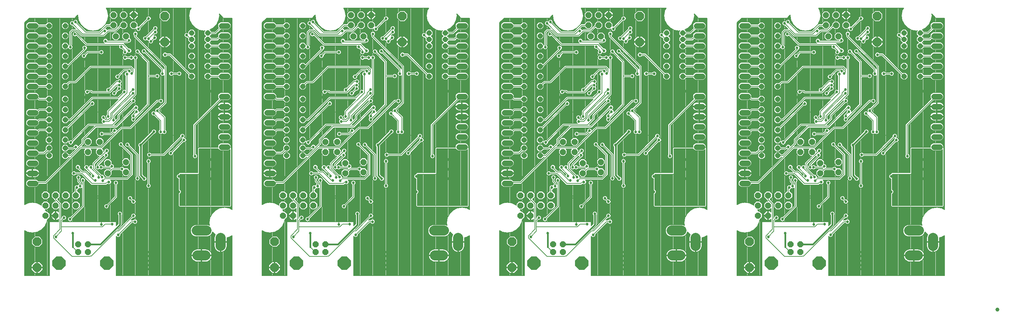
<source format=gbl>
G04 FAB 3000 Version 5.10.2 - Professional Gerber/CAM Software*
G04 RS274-X Output*
%FSDAX24Y24*%
%MIA0B0*%
%MOIN*%
%SFA1.000000B1.000000*%

%IPPOS*%
%AMOC8-D10_R9000*
4,1,8,-0.012426,0.030000,
-0.030000,0.012426,
-0.030000,-0.012426,
-0.012426,-0.030000,
0.012426,-0.030000,
0.030000,-0.012426,
0.030000,0.012426,
0.012426,0.030000,
-0.012426,0.030000,0.0*
%
%AMOC8-D17_R9000*
4,1,8,-0.027048,0.065300,
-0.065300,0.027048,
-0.065300,-0.027048,
-0.027048,-0.065300,
0.027048,-0.065300,
0.065300,-0.027048,
0.065300,0.027048,
0.027048,0.065300,
-0.027048,0.065300,0.0*
%
%AMOC8-D16_R9000*
4,1,8,-0.011888,0.028700,
-0.028700,0.011888,
-0.028700,-0.011888,
-0.011888,-0.028700,
0.011888,-0.028700,
0.028700,-0.011888,
0.028700,0.011888,
0.011888,0.028700,
-0.011888,0.028700,0.0*
%
%AMOC8-D15_R9000*
4,1,8,-0.010666,0.025750,
-0.025750,0.010666,
-0.025750,-0.010666,
-0.010666,-0.025750,
0.010666,-0.025750,
0.025750,-0.010666,
0.025750,0.010666,
0.010666,0.025750,
-0.010666,0.025750,0.0*
%
%AMOC8-D14_R9000*
4,1,8,-0.012302,0.029700,
-0.029700,0.012302,
-0.029700,-0.012302,
-0.012302,-0.029700,
0.012302,-0.029700,
0.029700,-0.012302,
0.029700,0.012302,
0.012302,0.029700,
-0.012302,0.029700,0.0*
%
%AMOC8-D13_R9000*
4,1,8,-0.017811,0.043000,
-0.043000,0.017811,
-0.043000,-0.017811,
-0.017811,-0.043000,
0.017811,-0.043000,
0.043000,-0.017811,
0.043000,0.017811,
0.017811,0.043000,
-0.017811,0.043000,0.0*
%
%ADD11C,0.055000*%
%ADD12C,0.098400*%
%ADD18C,0.016000*%
%ADD19C,0.007000*%
%ADD20C,0.027000*%
%ADD56C,0.039400*%
%ADD122OC8-D10_R9000*%
%ADD126OC8-D17_R9000*%
%ADD127OC8-D16_R9000*%
%ADD128OC8-D15_R9000*%
%ADD129OC8-D14_R9000*%
%ADD130OC8-D13_R9000*%
%LNam010_0*%
%LPD*%
G54D56*
X104000Y002500D03*
G54D19*
X026649Y012660D02*
G01X026649Y012341D01*
X026581Y012292D02*
G01X026581Y012660D01*
X026512Y012660D02*
G01X026512Y012223D01*
X026444Y012155D02*
G01X026444Y012660D01*
X026375Y012660D02*
G01X026375Y012086D01*
X026611Y012322D02*
G01X027032Y012537D01*
X026492Y008736D02*
G01X026492Y009144D01*
X027084Y009144D02*
G01X027084Y008158D01*
X027154Y008158D02*
G01X027154Y009144D01*
X027746Y009144D02*
G01X027746Y008736D01*
G54D12*
X027119Y008785D02*
G01X027119Y009573D01*
G54D19*
X026507Y008638D02*
G01X026492Y008736D01*
X026538Y008545D02*
G01X026507Y008638D01*
X026582Y008457D02*
G01X026538Y008545D01*
X027084Y008158D02*
G01X027069Y008158D01*
X027069Y008158D02*
G01X026972Y008174D01*
X026972Y008174D02*
G01X026878Y008204D01*
X026878Y008204D02*
G01X026790Y008249D01*
X026790Y008249D02*
G01X026710Y008307D01*
X026710Y008307D02*
G01X026640Y008377D01*
X026640Y008377D02*
G01X026582Y008457D01*
X027266Y008174D02*
G01X027168Y008158D01*
X027168Y008158D02*
G01X027154Y008158D01*
X027359Y008204D02*
G01X027266Y008174D01*
X027527Y008307D02*
G01X027447Y008249D01*
X027597Y008377D02*
G01X027527Y008307D01*
X027746Y008736D02*
G01X027730Y008638D01*
X027730Y008638D02*
G01X027700Y008545D01*
X027700Y008545D02*
G01X027655Y008457D01*
X027655Y008457D02*
G01X027597Y008377D01*
X027447Y008249D02*
G01X027359Y008204D01*
X027266Y009214D02*
G01X027266Y009144D01*
X027746Y009214D02*
G01X027154Y009214D01*
X027154Y009144D02*
G01X027746Y009144D01*
X027745Y009625D02*
G01X027745Y009630D01*
X027745Y009144D02*
G01X027745Y009214D01*
X027677Y009214D02*
G01X027677Y009144D01*
X027608Y009144D02*
G01X027608Y009214D01*
X027540Y009214D02*
G01X027540Y009144D01*
X027471Y009144D02*
G01X027471Y009214D01*
X027403Y009214D02*
G01X027403Y009144D01*
X027334Y009144D02*
G01X027334Y009214D01*
X028264Y009816D02*
G01X027966Y009664D01*
X027966Y009664D02*
G01X027745Y009629D01*
X027745Y009629D02*
G01X027746Y009622D01*
X027746Y009622D02*
G01X027746Y009214D01*
X028154Y025525D02*
G01X028154Y025676D01*
X028156Y031365D02*
G01X028156Y022750D01*
G54D11*
X027774Y025600D02*
G01X027224Y025600D01*
G54D19*
X026786Y030266D02*
G01X026786Y030842D01*
X026581Y030573D02*
G01X026581Y030060D01*
X026649Y030129D02*
G01X026649Y030642D01*
X026718Y030710D02*
G01X026718Y030197D01*
X027319Y030600D02*
G01X027499Y030600D01*
X026599Y029880D02*
G01X027319Y030600D01*
X028154Y030676D02*
G01X028154Y030525D01*
X026721Y030713D02*
G01X026387Y030379D01*
G54D11*
X027224Y030600D02*
G01X027774Y030600D01*
G54D19*
X026844Y030525D02*
G01X026844Y030676D01*
X028088Y030377D02*
G01X028088Y029824D01*
X028019Y029892D02*
G01X028019Y030309D01*
X027951Y030262D02*
G01X027951Y029938D01*
X027882Y029967D02*
G01X027882Y030234D01*
X026855Y029938D02*
G01X026855Y029703D01*
X026923Y029837D02*
G01X026923Y030007D01*
X026992Y030075D02*
G01X026992Y029906D01*
X027060Y029944D02*
G01X027060Y030144D01*
X027129Y030212D02*
G01X027129Y029972D01*
X027989Y029923D02*
G01X028096Y029816D01*
X027850Y029980D02*
G01X027989Y029923D01*
X027009Y029923D02*
G01X027148Y029980D01*
X026902Y029816D02*
G01X027009Y029923D01*
X027140Y030224D02*
G01X026657Y029740D01*
X027109Y029600D02*
G01X027499Y029600D01*
X026779Y029270D02*
G01X027109Y029600D01*
G54D11*
X027774Y029600D02*
G01X027224Y029600D01*
G54D19*
X027148Y029220D02*
G01X027009Y029278D01*
X028096Y029816D02*
G01X028154Y029676D01*
X028154Y029676D02*
G01X028154Y029525D01*
X028154Y029525D02*
G01X028096Y029385D01*
X028096Y029385D02*
G01X027989Y029278D01*
X027989Y029278D02*
G01X027850Y029220D01*
X027850Y029220D02*
G01X027148Y029220D01*
X027197Y028220D02*
G01X027197Y027980D01*
X027197Y025980D02*
G01X027197Y026220D01*
X027197Y026980D02*
G01X027197Y027220D01*
X027850Y027980D02*
G01X027148Y027980D01*
X027148Y027220D02*
G01X027850Y027220D01*
X027850Y026980D02*
G01X027148Y026980D01*
X027148Y026220D02*
G01X027850Y026220D01*
X027850Y025980D02*
G01X027148Y025980D01*
G54D11*
X027224Y026600D02*
G01X027774Y026600D01*
X027774Y027600D02*
G01X027224Y027600D01*
X027224Y028600D02*
G01X027774Y028600D01*
G54D19*
X027148Y028980D02*
G01X027850Y028980D01*
X027850Y028220D02*
G01X027148Y028220D01*
X024868Y030248D02*
G01X024868Y021288D01*
X025032Y030164D02*
G01X024611Y030379D01*
X010219Y011640D02*
G01X010199Y011628D01*
X010204Y011633D02*
G01X009978Y011407D01*
X010204Y011968D02*
G01X010204Y011633D01*
G54D122*
X009799Y011800D03*
G54D19*
X009865Y012205D02*
G01X009967Y012205D01*
X009967Y012205D02*
G01X010204Y011968D01*
X010141Y012570D02*
G01X010141Y012031D01*
X009798Y012335D02*
G01X009798Y012395D01*
X009867Y012395D02*
G01X009867Y012205D01*
X009935Y012205D02*
G01X009935Y012395D01*
X010004Y012433D02*
G01X010004Y012168D01*
X010072Y012100D02*
G01X010072Y012501D01*
X010219Y011640D02*
G01X010219Y012960D01*
X009967Y012395D02*
G01X009768Y012395D01*
X010204Y012633D02*
G01X009967Y012395D01*
X009768Y012395D02*
G01X009865Y012205D01*
X013292Y012711D02*
G01X013292Y014481D01*
X013223Y014470D02*
G01X013223Y012643D01*
X013204Y012633D02*
G01X013204Y012968D01*
X012394Y012968D02*
G01X012394Y012633D01*
X011394Y012968D02*
G01X011394Y012633D01*
X012204Y012633D02*
G01X012204Y012968D01*
X011359Y013018D02*
G01X011359Y011528D01*
G54D122*
X012799Y012800D03*
X011799Y012800D03*
X010799Y012800D03*
G54D19*
X010483Y011835D02*
G01X010483Y011765D01*
X010552Y011765D02*
G01X010552Y011835D01*
X010620Y011835D02*
G01X010620Y011765D01*
X010689Y011765D02*
G01X010689Y011835D01*
X010757Y011835D02*
G01X010757Y011765D01*
X010799Y011800D02*
G01X010639Y011640D01*
X011079Y011465D02*
G01X010979Y011365D01*
X010979Y011365D02*
G01X010834Y011365D01*
X010834Y011365D02*
G01X010834Y011765D01*
X010834Y011765D02*
G01X010764Y011765D01*
X010764Y011765D02*
G01X010764Y011365D01*
X010764Y011365D02*
G01X010619Y011365D01*
X010764Y011765D02*
G01X010764Y011835D01*
X010764Y011835D02*
G01X010834Y011835D01*
G54D20*
X018499Y011780D03*
G54D19*
X018499Y011780D02*
G01X018499Y011770D01*
X018702Y011645D02*
G01X018635Y011577D01*
X018739Y011733D02*
G01X018702Y011645D01*
X018739Y011828D02*
G01X018739Y011733D01*
X018702Y011916D02*
G01X018739Y011828D01*
X018259Y011828D02*
G01X018296Y011916D01*
X018259Y011733D02*
G01X018259Y011828D01*
X018260Y011730D02*
G01X018259Y011733D01*
G54D18*
X017169Y011800D02*
G01X017159Y011810D01*
G54D19*
X016984Y011724D02*
G01X016974Y011734D01*
X016974Y011734D02*
G01X016974Y011826D01*
X016974Y011826D02*
G01X016956Y011845D01*
X016956Y011845D02*
G01X016919Y011933D01*
X017399Y011933D02*
G01X017362Y011845D01*
X017362Y011845D02*
G01X017354Y011836D01*
G54D20*
X017159Y011980D03*
G54D19*
X018635Y011984D02*
G01X018702Y011916D01*
X018547Y012020D02*
G01X018635Y011984D01*
X018363Y011984D02*
G01X018451Y012020D01*
X018296Y011916D02*
G01X018363Y011984D01*
G54D18*
X017159Y011810D02*
G01X017159Y011980D01*
G54D19*
X016919Y011933D02*
G01X016919Y012028D01*
X017399Y012028D02*
G01X017399Y011933D01*
X016989Y009900D02*
G01X018289Y011200D01*
X018347Y011060D02*
G01X017219Y009932D01*
X016819Y010280D02*
G01X014319Y007780D01*
G54D18*
X015223Y008955D02*
G01X017169Y010900D01*
G54D19*
X017265Y005835D02*
G01X017265Y009978D01*
X017196Y009798D02*
G01X017196Y005835D01*
X017128Y005835D02*
G01X017128Y009710D01*
X017059Y009674D02*
G01X017059Y005835D01*
X016991Y005835D02*
G01X016991Y009660D01*
X016922Y009664D02*
G01X016922Y005835D01*
X016854Y005835D02*
G01X016854Y009692D01*
X016799Y009741D02*
G01X016799Y005835D01*
X017333Y010047D02*
G01X017333Y005835D01*
X017881Y010595D02*
G01X017881Y005835D01*
X017402Y005835D02*
G01X017402Y010115D01*
X017470Y010184D02*
G01X017470Y005835D01*
X017539Y005835D02*
G01X017539Y010252D01*
X017607Y010321D02*
G01X017607Y005835D01*
X017676Y005835D02*
G01X017676Y010389D01*
X017744Y010458D02*
G01X017744Y005835D01*
X017813Y005835D02*
G01X017813Y010526D01*
X017950Y005835D02*
G01X017950Y010663D01*
X018840Y011053D02*
G01X018840Y005835D01*
X018772Y005835D02*
G01X018772Y010992D01*
X018703Y010963D02*
G01X018703Y005835D01*
X018635Y005835D02*
G01X018635Y010960D01*
X018566Y010975D02*
G01X018566Y005835D01*
X018018Y010732D02*
G01X018018Y005835D01*
X018087Y005835D02*
G01X018087Y010800D01*
X018155Y010869D02*
G01X018155Y005835D01*
X018224Y005835D02*
G01X018224Y010937D01*
X018292Y011006D02*
G01X018292Y005835D01*
X018361Y005835D02*
G01X018361Y011060D01*
X018429Y011060D02*
G01X018429Y005835D01*
X018498Y005835D02*
G01X018498Y011012D01*
G54D20*
X019179Y018780D03*
G54D19*
X019114Y021218D02*
G01X019114Y019014D01*
X020849Y023150D02*
G01X018179Y020480D01*
X018479Y021320D02*
G01X019939Y022780D01*
X019114Y021614D02*
G01X019114Y021758D01*
X019799Y022838D02*
G01X019039Y022078D01*
X018719Y021362D02*
G01X019997Y022640D01*
X020791Y023290D02*
G01X018121Y020620D01*
X018237Y020340D02*
G01X020907Y023010D01*
X019131Y019020D02*
G01X019043Y018984D01*
X019157Y019020D02*
G01X019131Y019020D01*
G54D18*
X019179Y018780D02*
G01X020519Y020120D01*
G54D20*
X018499Y013180D03*
G54D19*
X018635Y013384D02*
G01X018547Y013420D01*
X018547Y013420D02*
G01X018457Y013420D01*
G54D20*
X018889Y015490D03*
X019569Y015450D03*
G54D19*
X019799Y017011D02*
G01X019799Y015521D01*
X019979Y017170D02*
G01X019979Y014750D01*
X020142Y014927D02*
G01X020142Y016994D01*
X020210Y017102D02*
G01X020210Y014819D01*
X020119Y014950D02*
G01X020119Y016971D01*
X019839Y016971D02*
G01X019839Y014950D01*
X019809Y015498D02*
G01X019772Y015586D01*
X019114Y015573D02*
G01X019114Y015643D01*
X018649Y015538D02*
G01X018649Y015443D01*
X018686Y015626D02*
G01X018649Y015538D01*
X019129Y015538D02*
G01X019092Y015626D01*
X019129Y015443D02*
G01X019129Y015538D01*
G54D18*
X019219Y015800D02*
G01X019569Y015450D01*
G54D19*
X019034Y015724D02*
G01X019329Y015429D01*
X021479Y017820D02*
G01X020059Y017820D01*
X019157Y019020D02*
G01X020279Y020142D01*
X020073Y022573D02*
G01X020073Y022717D01*
X019997Y022640D02*
G01X020079Y022722D01*
X020073Y019937D02*
G01X020073Y022177D01*
X020073Y019413D02*
G01X020073Y018060D01*
X020107Y018060D02*
G01X020011Y018060D01*
X020195Y018024D02*
G01X020107Y018060D01*
X019419Y018759D02*
G01X020541Y019880D01*
G54D20*
X020479Y021920D03*
X020519Y020120D03*
G54D19*
X020484Y022160D02*
G01X020484Y022588D01*
X021199Y021200D02*
G01X020479Y021920D01*
X021421Y017960D02*
G01X020258Y017960D01*
X020484Y019824D02*
G01X020484Y017960D01*
X020484Y021680D02*
G01X020484Y020360D01*
X020527Y022160D02*
G01X020431Y022160D01*
X020615Y022124D02*
G01X020527Y022160D01*
X020521Y021680D02*
G01X021059Y021142D01*
X020567Y020360D02*
G01X020471Y020360D01*
X020541Y019880D02*
G01X020567Y019880D01*
X020431Y021680D02*
G01X020521Y021680D01*
G54D20*
X020859Y022200D03*
G54D19*
X020849Y023150D02*
G01X021209Y023150D01*
X020964Y023010D02*
G01X020964Y022503D01*
X021010Y023290D02*
G01X020791Y023290D01*
X020907Y023010D02*
G01X021010Y023010D01*
X020964Y020160D02*
G01X020964Y021238D01*
X020964Y017960D02*
G01X020964Y020041D01*
X020859Y022200D02*
G01X021539Y021520D01*
X021649Y022990D02*
G01X020859Y022200D01*
X021509Y023048D02*
G01X020901Y022440D01*
X021059Y020300D02*
G01X020996Y020236D01*
X020996Y020236D02*
G01X020959Y020148D01*
X020959Y020148D02*
G01X020959Y020053D01*
X020959Y020053D02*
G01X020996Y019965D01*
X020996Y019965D02*
G01X021063Y019897D01*
G54D20*
X021539Y020100D03*
G54D19*
X021443Y021814D02*
G01X021443Y022587D01*
X021443Y023089D02*
G01X021443Y022983D01*
X021412Y023286D02*
G01X021345Y023354D01*
X021449Y023198D02*
G01X021412Y023286D01*
X021449Y023103D02*
G01X021449Y023198D01*
X021412Y023015D02*
G01X021449Y023103D01*
X021345Y022947D02*
G01X021412Y023015D01*
X021443Y019880D02*
G01X021443Y017983D01*
X021099Y022242D02*
G01X021707Y022850D01*
X021369Y019931D02*
G01X021403Y019897D01*
X021403Y019897D02*
G01X021491Y019860D01*
X021679Y021578D02*
G01X021099Y022158D01*
G54D20*
X018979Y030300D03*
G54D19*
X019114Y028167D02*
G01X019114Y028907D01*
X018899Y028060D02*
G01X019939Y027020D01*
X018941Y027820D02*
G01X019799Y026962D01*
X019102Y028196D02*
G01X019035Y028264D01*
X019139Y028108D02*
G01X019102Y028196D01*
X019139Y028018D02*
G01X019139Y028108D01*
X020079Y027078D02*
G01X019139Y028018D01*
X019114Y030097D02*
G01X019114Y029303D01*
X019115Y030097D02*
G01X019182Y030165D01*
X019027Y030060D02*
G01X019115Y030097D01*
X020553Y017960D02*
G01X020553Y019880D01*
X020621Y019903D02*
G01X020621Y017960D01*
X020690Y017960D02*
G01X020690Y019952D01*
X020758Y020071D02*
G01X020758Y017960D01*
X020655Y020324D02*
G01X020567Y020360D01*
X020722Y020256D02*
G01X020655Y020324D01*
X020759Y020168D02*
G01X020722Y020256D01*
X020759Y020073D02*
G01X020759Y020168D01*
X020722Y019985D02*
G01X020759Y020073D01*
X020655Y019917D02*
G01X020722Y019985D01*
X020567Y019880D02*
G01X020655Y019917D01*
X020827Y017960D02*
G01X020827Y021375D01*
X020895Y021306D02*
G01X020895Y017960D01*
X020758Y021443D02*
G01X020758Y020169D01*
X020553Y020360D02*
G01X020553Y021649D01*
X020621Y021580D02*
G01X020621Y020338D01*
X020690Y020289D02*
G01X020690Y021512D01*
X020621Y022147D02*
G01X020621Y022117D01*
X020553Y022656D02*
G01X020553Y022150D01*
X020621Y022254D02*
G01X020621Y022725D01*
X020690Y022793D02*
G01X020690Y022371D01*
X020758Y022419D02*
G01X020758Y022862D01*
X020827Y022930D02*
G01X020827Y022440D01*
X020895Y022440D02*
G01X020895Y022999D01*
X020901Y022440D02*
G01X020811Y022440D01*
X020811Y022440D02*
G01X020723Y022404D01*
X020723Y022404D02*
G01X020656Y022336D01*
X020656Y022336D02*
G01X020619Y022248D01*
X020619Y022248D02*
G01X020619Y022153D01*
X020619Y022153D02*
G01X020642Y022097D01*
X020642Y022097D02*
G01X020615Y022124D01*
X020142Y018046D02*
G01X020142Y019482D01*
X020258Y017960D02*
G01X020195Y018024D01*
X020210Y019550D02*
G01X020210Y018008D01*
X020416Y017960D02*
G01X020416Y019756D01*
X020347Y019687D02*
G01X020347Y017960D01*
X020279Y017960D02*
G01X020279Y019619D01*
X020210Y020074D02*
G01X020210Y022314D01*
X020142Y022245D02*
G01X020142Y020005D01*
G54D20*
X023499Y019280D03*
G54D19*
X023547Y019520D02*
G01X023518Y019520D01*
X023635Y019484D02*
G01X023547Y019520D01*
X023702Y019416D02*
G01X023635Y019484D01*
X023739Y019328D02*
G01X023702Y019416D01*
X023739Y019233D02*
G01X023739Y019328D01*
X023293Y019410D02*
G01X023293Y019436D01*
X023224Y019368D02*
G01X023224Y019204D01*
X023259Y019328D02*
G01X023259Y019238D01*
X023296Y019416D02*
G01X023259Y019328D01*
X023320Y019440D02*
G01X023296Y019416D01*
X023297Y019440D02*
G01X023320Y019440D01*
G54D20*
X023339Y019680D03*
G54D19*
X023704Y025947D02*
G01X023704Y019413D01*
X022608Y025720D02*
G01X022608Y019147D01*
X022676Y019216D02*
G01X022676Y025720D01*
X022745Y025720D02*
G01X022745Y019284D01*
X022813Y019353D02*
G01X022813Y025720D01*
X022882Y025668D02*
G01X022882Y019421D01*
X022950Y019490D02*
G01X022950Y025633D01*
X023019Y025620D02*
G01X023019Y019558D01*
X023635Y019483D02*
G01X023635Y026016D01*
X023567Y019512D02*
G01X023567Y019604D01*
X023518Y019520D02*
G01X023542Y019545D01*
X023542Y019545D02*
G01X023579Y019633D01*
X018702Y013045D02*
G01X018635Y012977D01*
X018739Y013133D02*
G01X018702Y013045D01*
X018739Y013228D02*
G01X018739Y013133D01*
X018702Y013316D02*
G01X018739Y013228D01*
X018702Y013316D02*
G01X018635Y013384D01*
X018703Y015337D02*
G01X018703Y013314D01*
X018937Y015250D02*
G01X019025Y015287D01*
X019025Y015287D02*
G01X019092Y015355D01*
X019092Y015355D02*
G01X019129Y015443D01*
X018649Y015443D02*
G01X018686Y015355D01*
X018686Y015355D02*
G01X018753Y015287D01*
X018753Y015287D02*
G01X018841Y015250D01*
X018841Y015250D02*
G01X018937Y015250D01*
G54D20*
X019979Y014750D03*
G54D19*
X020182Y014886D02*
G01X020119Y014950D01*
X020219Y014798D02*
G01X020182Y014886D01*
X020219Y014703D02*
G01X020219Y014798D01*
X020182Y014615D02*
G01X020219Y014703D01*
X020115Y014547D02*
G01X020182Y014615D01*
X019839Y014950D02*
G01X019776Y014886D01*
X019776Y014886D02*
G01X019739Y014798D01*
X019739Y014798D02*
G01X019739Y014703D01*
X019739Y014703D02*
G01X019776Y014615D01*
X019776Y014615D02*
G01X019843Y014547D01*
X019843Y014547D02*
G01X019931Y014510D01*
X019931Y014510D02*
G01X020027Y014510D01*
X020027Y014510D02*
G01X020115Y014547D01*
X019799Y014910D02*
G01X019799Y015380D01*
G54D20*
X020259Y015400D03*
G54D19*
X019809Y015403D02*
G01X019809Y015498D01*
X019772Y015315D02*
G01X019809Y015403D01*
X019705Y015247D02*
G01X019772Y015315D01*
X019617Y015210D02*
G01X019705Y015247D01*
X019521Y015210D02*
G01X019617Y015210D01*
X019433Y015247D02*
G01X019521Y015210D01*
X019366Y015315D02*
G01X019433Y015247D01*
X019329Y015403D02*
G01X019366Y015315D01*
X019329Y015429D02*
G01X019329Y015403D01*
X019034Y015877D02*
G01X019034Y015724D01*
X019046Y015673D02*
G01X019046Y015712D01*
X019092Y015626D02*
G01X019029Y015690D01*
X018749Y015690D02*
G01X018686Y015626D01*
X019772Y015586D02*
G01X019705Y015654D01*
X019705Y015654D02*
G01X019617Y015690D01*
X019617Y015690D02*
G01X019591Y015690D01*
X019591Y015690D02*
G01X019404Y015877D01*
X019936Y017611D02*
G01X019936Y017410D01*
X019776Y017035D02*
G01X019839Y016971D01*
X019739Y017123D02*
G01X019776Y017035D01*
X019739Y017218D02*
G01X019739Y017123D01*
X019776Y017306D02*
G01X019739Y017218D01*
X019931Y017410D02*
G01X019843Y017374D01*
X019843Y017374D02*
G01X019776Y017306D01*
X019868Y017384D02*
G01X019868Y017672D01*
G54D20*
X019979Y017170D03*
G54D19*
X020005Y017410D02*
G01X020005Y017583D01*
X020011Y017580D02*
G01X020107Y017580D01*
X019923Y017617D02*
G01X020011Y017580D01*
X020027Y017410D02*
G01X019931Y017410D01*
X020210Y017633D02*
G01X020210Y017239D01*
X020142Y017347D02*
G01X020142Y017595D01*
X020073Y017580D02*
G01X020073Y017391D01*
X020219Y017123D02*
G01X020219Y017218D01*
X020182Y017035D02*
G01X020219Y017123D01*
X020119Y016971D02*
G01X020182Y017035D01*
X020107Y017580D02*
G01X020195Y017617D01*
X020219Y017218D02*
G01X020182Y017306D01*
X020182Y017306D02*
G01X020115Y017374D01*
X020115Y017374D02*
G01X020027Y017410D01*
X020484Y005835D02*
G01X020484Y017680D01*
X019525Y015210D02*
G01X019525Y005835D01*
X019457Y005835D02*
G01X019457Y015237D01*
X020142Y014574D02*
G01X020142Y005835D01*
X020210Y005835D02*
G01X020210Y014682D01*
X020279Y017680D02*
G01X020279Y005835D01*
X020347Y005835D02*
G01X020347Y017680D01*
X020416Y017680D02*
G01X020416Y005835D01*
X019594Y005835D02*
G01X019594Y015210D01*
X019662Y015229D02*
G01X019662Y005835D01*
X019731Y005835D02*
G01X019731Y015273D01*
X019799Y014591D02*
G01X019799Y005835D01*
X019868Y005835D02*
G01X019868Y014537D01*
X019936Y014510D02*
G01X019936Y005835D01*
X020005Y005835D02*
G01X020005Y014510D01*
X020073Y014530D02*
G01X020073Y005835D01*
X020621Y005835D02*
G01X020621Y017680D01*
X020553Y017680D02*
G01X020553Y005835D01*
X020690Y005835D02*
G01X020690Y017680D01*
X020758Y017680D02*
G01X020758Y005835D01*
X020827Y005835D02*
G01X020827Y017680D01*
X020895Y017680D02*
G01X020895Y005835D01*
X020964Y005835D02*
G01X020964Y017680D01*
X021032Y017680D02*
G01X021032Y005835D01*
X021101Y005835D02*
G01X021101Y017680D01*
X021169Y017680D02*
G01X021169Y005835D01*
X021238Y005835D02*
G01X021238Y017680D01*
X021306Y017680D02*
G01X021306Y005835D01*
X021854Y017998D02*
G01X021854Y005835D01*
X021786Y005835D02*
G01X021786Y017929D01*
X021717Y017861D02*
G01X021717Y005835D01*
X021649Y005835D02*
G01X021649Y017792D01*
X021580Y017724D02*
G01X021580Y005835D01*
X021512Y005835D02*
G01X021512Y017680D01*
X021923Y005835D02*
G01X021923Y018066D01*
X021991Y017854D02*
G01X021991Y005835D01*
X022060Y005835D02*
G01X022060Y017780D01*
X021375Y005835D02*
G01X021375Y017680D01*
X021443Y017680D02*
G01X021443Y005835D01*
G54D20*
X023339Y021220D03*
G54D19*
X023361Y032365D02*
G01X023361Y026686D01*
X023387Y019920D02*
G01X023291Y019920D01*
X023361Y019920D02*
G01X023361Y026290D01*
G54D20*
X022319Y019740D03*
G54D19*
X023291Y019920D02*
G01X023203Y019884D01*
X023203Y019884D02*
G01X023136Y019816D01*
X023136Y019816D02*
G01X023099Y019728D01*
X023099Y019728D02*
G01X023099Y019638D01*
X023087Y019627D02*
G01X023087Y025625D01*
X023156Y025653D02*
G01X023156Y019837D01*
X023224Y019893D02*
G01X023224Y025717D01*
X023293Y026359D02*
G01X023293Y019920D01*
X023165Y025657D02*
G01X023232Y025725D01*
X023077Y025620D02*
G01X023165Y025657D01*
X022981Y025620D02*
G01X023077Y025620D01*
X022893Y025657D02*
G01X022981Y025620D01*
X023232Y025725D02*
G01X023269Y025813D01*
X022191Y025620D02*
G01X022287Y025620D01*
X022287Y025620D02*
G01X022375Y025657D01*
X022375Y025657D02*
G01X022438Y025720D01*
X022438Y025720D02*
G01X022830Y025720D01*
X022830Y025720D02*
G01X022893Y025657D01*
G54D20*
X023029Y025860D03*
G54D19*
X023029Y025860D02*
G01X022239Y025860D01*
X023269Y025813D02*
G01X023269Y025908D01*
X023978Y028830D02*
G01X023978Y029030D01*
X024594Y028775D02*
G01X024594Y029086D01*
X024621Y028748D02*
G01X024439Y028930D01*
X024663Y021082D02*
G01X024663Y030353D01*
X024731Y030318D02*
G01X024731Y021151D01*
X024800Y021219D02*
G01X024800Y030283D01*
G54D128*
X024258Y028598D03*
G54D20*
X022199Y017980D03*
G54D19*
X016799Y005835D02*
G01X028264Y005835D01*
X022241Y018220D02*
G01X022151Y018220D01*
X022151Y018220D02*
G01X022063Y018184D01*
X022063Y017777D02*
G01X022151Y017740D01*
X022151Y017740D02*
G01X022247Y017740D01*
X022128Y017750D02*
G01X022128Y005835D01*
X022128Y018211D02*
G01X022128Y018272D01*
X023339Y019680D02*
G01X021479Y017820D01*
X021537Y017680D02*
G01X023297Y019440D01*
X023099Y019638D02*
G01X021421Y017960D01*
X022128Y018668D02*
G01X022128Y025646D01*
X020279Y028816D02*
G01X020279Y028138D01*
X020347Y028070D02*
G01X020347Y028844D01*
X020416Y028908D02*
G01X020416Y028001D01*
X020484Y027933D02*
G01X020484Y029118D01*
X020553Y029180D02*
G01X020553Y027864D01*
X020621Y027796D02*
G01X020621Y029180D01*
X020690Y029203D02*
G01X020690Y027727D01*
X020758Y027659D02*
G01X020758Y029251D01*
X020827Y029368D02*
G01X020827Y027590D01*
X021991Y027870D02*
G01X021991Y028594D01*
X022060Y028662D02*
G01X022060Y027870D01*
X021580Y027970D02*
G01X021580Y028965D01*
X021034Y028766D02*
G01X021365Y028435D01*
G54D130*
X021599Y029000D03*
G54D19*
X021564Y028435D02*
G01X021564Y028965D01*
X021634Y028965D02*
G01X021634Y028435D01*
X021443Y028965D02*
G01X021443Y029035D01*
X021564Y028965D02*
G01X021034Y028965D01*
X021564Y029035D02*
G01X021034Y029035D01*
X021365Y029565D02*
G01X021564Y029565D01*
X022060Y029035D02*
G01X022060Y028965D01*
X021991Y028965D02*
G01X021991Y029035D01*
X021923Y029035D02*
G01X021923Y028965D01*
X021854Y028965D02*
G01X021854Y029035D01*
X021786Y029035D02*
G01X021786Y028965D01*
X021717Y028965D02*
G01X021717Y029035D01*
X021649Y029035D02*
G01X021649Y028965D01*
X021833Y029565D02*
G01X021634Y029565D01*
X021634Y028965D02*
G01X021634Y029035D01*
X021564Y028965D02*
G01X021634Y028965D01*
X021634Y029565D02*
G01X021634Y029035D01*
X021634Y029035D02*
G01X021564Y029035D01*
X021564Y029035D02*
G01X021564Y028965D01*
X021512Y028965D02*
G01X021512Y029035D01*
X021564Y029565D02*
G01X021564Y029035D01*
G54D20*
X022239Y025860D03*
G54D19*
X022119Y027730D02*
G01X024229Y025620D01*
X021609Y027730D02*
G01X022119Y027730D01*
X022128Y027870D02*
G01X022128Y028731D01*
X022128Y027523D02*
G01X022128Y026074D01*
X022177Y027870D02*
G01X021808Y027870D01*
X022061Y027590D02*
G01X023898Y025753D01*
X022103Y025657D02*
G01X022191Y025620D01*
X022036Y025725D02*
G01X022103Y025657D01*
X022103Y026064D02*
G01X022036Y025996D01*
X022191Y026100D02*
G01X022103Y026064D01*
X021833Y028435D02*
G01X022164Y028766D01*
X022164Y028766D02*
G01X022164Y028965D01*
X022164Y028965D02*
G01X021634Y028965D01*
X022128Y028965D02*
G01X022128Y029035D01*
G54D20*
X022209Y032170D03*
X022259Y030930D03*
G54D19*
X022128Y032365D02*
G01X022128Y031787D01*
X022128Y029270D02*
G01X022128Y031332D01*
X024215Y032365D02*
G01X015783Y032365D01*
X021634Y029035D02*
G01X022164Y029035D01*
X022164Y029035D02*
G01X022164Y029235D01*
X022164Y029235D02*
G01X021833Y029565D01*
X021821Y031025D02*
G01X022134Y031338D01*
X022134Y031338D02*
G01X022134Y031781D01*
X022134Y031781D02*
G01X021821Y032095D01*
G54D122*
X018519Y030656D03*
G54D19*
X021512Y031025D02*
G01X021512Y029565D01*
X021786Y031025D02*
G01X021786Y029565D01*
X021854Y029544D02*
G01X021854Y031058D01*
X021923Y031127D02*
G01X021923Y029476D01*
X021991Y029407D02*
G01X021991Y031195D01*
X022060Y031264D02*
G01X022060Y029339D01*
X021580Y029035D02*
G01X021580Y031025D01*
X021717Y029565D02*
G01X021717Y031025D01*
X021649Y031025D02*
G01X021649Y029565D01*
X020484Y027537D02*
G01X020484Y027353D01*
X020416Y027421D02*
G01X020416Y027606D01*
X020347Y027674D02*
G01X020347Y027490D01*
X021306Y027111D02*
G01X021306Y028494D01*
X021238Y028562D02*
G01X021238Y027179D01*
X021169Y027248D02*
G01X021169Y028631D01*
X021101Y028699D02*
G01X021101Y027316D01*
X020895Y027522D02*
G01X020895Y029924D01*
X021375Y027668D02*
G01X021375Y027042D01*
X022060Y026021D02*
G01X022060Y027590D01*
X021406Y027595D02*
G01X021473Y027527D01*
X021473Y027527D02*
G01X021561Y027490D01*
X021561Y027490D02*
G01X021657Y027490D01*
X021657Y027490D02*
G01X021745Y027527D01*
X021745Y027527D02*
G01X021808Y027590D01*
X021786Y027568D02*
G01X021786Y026631D01*
X021717Y026700D02*
G01X021717Y027516D01*
X021649Y027490D02*
G01X021649Y026768D01*
X021580Y026837D02*
G01X021580Y027490D01*
X021512Y027511D02*
G01X021512Y026905D01*
X021443Y026974D02*
G01X021443Y027557D01*
G54D20*
X019529Y028070D03*
X019659Y029360D03*
G54D19*
X019529Y028070D02*
G01X019569Y028070D01*
X019525Y028310D02*
G01X019525Y028496D01*
X019525Y027830D02*
G01X019525Y027632D01*
X019525Y029156D02*
G01X019525Y028892D01*
X019523Y029157D02*
G01X019611Y029120D01*
X019456Y029225D02*
G01X019523Y029157D01*
X019577Y028310D02*
G01X019481Y028310D01*
X019481Y027830D02*
G01X019577Y027830D01*
X019611Y029600D02*
G01X019523Y029564D01*
X019523Y029564D02*
G01X019456Y029496D01*
X020758Y029590D02*
G01X020758Y029762D01*
X020827Y029809D02*
G01X020827Y029473D01*
X020792Y029556D02*
G01X020725Y029624D01*
X020829Y029468D02*
G01X020792Y029556D01*
X021034Y029235D02*
G01X021365Y029565D01*
G54D20*
X020589Y029420D03*
G54D19*
X020355Y028847D02*
G01X020422Y028915D01*
X020267Y028810D02*
G01X020355Y028847D01*
X020422Y028915D02*
G01X020459Y029003D01*
X020459Y029003D02*
G01X020459Y029092D01*
X020459Y029092D02*
G01X020547Y029180D01*
X020547Y029180D02*
G01X020637Y029180D01*
X020637Y029180D02*
G01X020725Y029217D01*
X020725Y029217D02*
G01X020792Y029285D01*
X020792Y029285D02*
G01X020829Y029373D01*
X020829Y029373D02*
G01X020829Y029468D01*
X021375Y029035D02*
G01X021375Y028965D01*
X021306Y028965D02*
G01X021306Y029035D01*
X021034Y028965D02*
G01X021034Y028766D01*
X021034Y029035D02*
G01X021034Y029235D01*
X021101Y029035D02*
G01X021101Y028965D01*
X021169Y028965D02*
G01X021169Y029035D01*
X021238Y029035D02*
G01X021238Y028965D01*
X018840Y032365D02*
G01X018840Y031949D01*
X018840Y031621D02*
G01X018840Y031691D01*
X018554Y031691D02*
G01X018954Y031691D01*
X018954Y031836D02*
G01X018699Y032091D01*
X018840Y030907D02*
G01X018840Y031362D01*
X018954Y031621D02*
G01X018554Y031621D01*
X018699Y031221D02*
G01X018954Y031475D01*
X018924Y030823D02*
G01X018686Y031061D01*
X020862Y030496D02*
G01X020795Y030564D01*
X020964Y032365D02*
G01X020964Y027453D01*
X021032Y027385D02*
G01X021032Y032365D01*
X021443Y029565D02*
G01X021443Y031025D01*
X021375Y031027D02*
G01X021375Y029565D01*
X021306Y029507D02*
G01X021306Y031095D01*
X021238Y031164D02*
G01X021238Y029438D01*
X021169Y029370D02*
G01X021169Y031232D01*
X021101Y031301D02*
G01X021101Y029301D01*
X020899Y030408D02*
G01X020862Y030496D01*
X020895Y030417D02*
G01X020895Y032365D01*
X021101Y031818D02*
G01X021101Y032365D01*
X021064Y031338D02*
G01X021377Y031025D01*
X021064Y031781D02*
G01X021064Y031338D01*
X021377Y032095D02*
G01X021064Y031781D01*
X020484Y030525D02*
G01X020484Y032365D01*
X020553Y032365D02*
G01X020553Y030576D01*
X020621Y030600D02*
G01X020621Y032365D01*
X020690Y032365D02*
G01X020690Y030600D01*
X020758Y030579D02*
G01X020758Y032365D01*
X020795Y030564D02*
G01X020707Y030600D01*
X020707Y030600D02*
G01X020611Y030600D01*
X020611Y030600D02*
G01X020523Y030564D01*
X020827Y032365D02*
G01X020827Y030532D01*
G54D20*
X018689Y027440D03*
X018689Y029800D03*
G54D19*
X018635Y030038D02*
G01X018635Y030251D01*
X018669Y029780D02*
G01X018689Y029800D01*
X018669Y029550D02*
G01X018669Y029780D01*
X018635Y029387D02*
G01X018635Y027678D01*
X018641Y027680D02*
G01X018553Y027644D01*
X018737Y027680D02*
G01X018641Y027680D01*
X018659Y028013D02*
G01X018696Y027925D01*
X018659Y028108D02*
G01X018659Y028013D01*
X018696Y028196D02*
G01X018659Y028108D01*
X018641Y030040D02*
G01X018553Y030004D01*
X018737Y030040D02*
G01X018641Y030040D01*
X018351Y030251D02*
G01X018686Y030251D01*
X019594Y032365D02*
G01X019594Y031113D01*
X019759Y031278D02*
G01X019021Y030540D01*
X019388Y030512D02*
G01X019388Y029029D01*
X019457Y030580D02*
G01X019457Y029498D01*
X019799Y029699D02*
G01X019799Y030923D01*
X019731Y030854D02*
G01X019731Y029630D01*
X019662Y029600D02*
G01X019662Y030786D01*
X019594Y030717D02*
G01X019594Y029593D01*
X019525Y029565D02*
G01X019525Y030649D01*
X018979Y030300D02*
G01X019999Y031320D01*
X019219Y030342D02*
G01X019957Y031080D01*
X019868Y030991D02*
G01X019868Y029767D01*
G54D20*
X020659Y030360D03*
G54D19*
X020210Y030110D02*
G01X020210Y031204D01*
X020279Y032365D02*
G01X020279Y030178D01*
X020347Y030247D02*
G01X020347Y032365D01*
X020416Y032365D02*
G01X020416Y030315D01*
X020456Y030496D02*
G01X020419Y030408D01*
X020523Y030564D02*
G01X020456Y030496D01*
X020142Y031124D02*
G01X020142Y030041D01*
X020073Y029973D02*
G01X020073Y031092D01*
X020005Y031080D02*
G01X020005Y029904D01*
X019936Y029836D02*
G01X019936Y031060D01*
X020553Y029676D02*
G01X020553Y029660D01*
X020621Y029660D02*
G01X020621Y029740D01*
X020690Y029740D02*
G01X020690Y029638D01*
X020725Y029624D02*
G01X020637Y029660D01*
X020637Y029660D02*
G01X020541Y029660D01*
X020541Y029660D02*
G01X020534Y029657D01*
X020534Y029657D02*
G01X020617Y029740D01*
X020617Y029740D02*
G01X020707Y029740D01*
X020707Y029740D02*
G01X020795Y029777D01*
X020795Y029777D02*
G01X020862Y029845D01*
X020862Y029845D02*
G01X020899Y029933D01*
G54D20*
X020659Y029980D03*
G54D19*
X020899Y030028D02*
G01X020862Y030116D01*
X020899Y029933D02*
G01X020899Y030028D01*
X020895Y030037D02*
G01X020895Y030304D01*
X020419Y030408D02*
G01X020419Y030318D01*
X020899Y030313D02*
G01X020899Y030408D01*
X020862Y030225D02*
G01X020899Y030313D01*
X020808Y030170D02*
G01X020862Y030225D01*
X020862Y030116D02*
G01X020808Y030170D01*
X020827Y030189D02*
G01X020827Y030152D01*
G54D20*
X019879Y027420D03*
X019999Y029320D03*
G54D19*
X019868Y027969D02*
G01X019868Y028154D01*
X019868Y027289D02*
G01X019868Y027574D01*
X019868Y028549D02*
G01X019868Y029115D01*
X019809Y029171D02*
G01X019863Y029117D01*
X019863Y029117D02*
G01X019951Y029080D01*
X018929Y029753D02*
G01X018929Y029848D01*
X018929Y029848D02*
G01X018892Y029936D01*
X019046Y029371D02*
G01X019046Y030068D01*
X018977Y030060D02*
G01X018977Y029440D01*
X018703Y030268D02*
G01X018703Y030040D01*
X018772Y030026D02*
G01X018772Y030173D01*
X018840Y030100D02*
G01X018840Y029988D01*
X018909Y029897D02*
G01X018909Y030070D01*
X018892Y029936D02*
G01X018825Y030004D01*
X018825Y030004D02*
G01X018737Y030040D01*
X018686Y030251D02*
G01X018739Y030303D01*
X018739Y030303D02*
G01X018739Y030253D01*
X018739Y030253D02*
G01X018776Y030165D01*
X018776Y030165D02*
G01X018843Y030097D01*
X018843Y030097D02*
G01X018931Y030060D01*
X018931Y030060D02*
G01X019027Y030060D01*
X021512Y018051D02*
G01X021512Y019860D01*
X021580Y019860D02*
G01X021580Y018120D01*
X021649Y018188D02*
G01X021649Y019886D01*
X021717Y019940D02*
G01X021717Y018257D01*
X021717Y022861D02*
G01X021717Y020261D01*
X021707Y022850D03*
X021649Y022792D02*
G01X021649Y021608D01*
X021580Y021677D02*
G01X021580Y022724D01*
X021512Y022655D02*
G01X021512Y021745D01*
X021679Y020300D02*
G01X021679Y021578D01*
X021587Y019860D02*
G01X021675Y019897D01*
X021491Y019860D02*
G01X021587Y019860D01*
X021539Y021520D02*
G01X021539Y020100D01*
X021786Y018325D02*
G01X021786Y022929D01*
X021742Y020236D02*
G01X021679Y020300D01*
X021779Y020148D02*
G01X021742Y020236D01*
X021779Y020053D02*
G01X021779Y020148D01*
X021742Y019965D02*
G01X021779Y020053D01*
X021675Y019897D02*
G01X021742Y019965D01*
X021707Y022850D02*
G01X021789Y022932D01*
X022063Y018184D02*
G01X021996Y018116D01*
X021996Y018116D02*
G01X021959Y018028D01*
X021959Y018028D02*
G01X021959Y017933D01*
X021959Y017933D02*
G01X021996Y017845D01*
X021996Y017845D02*
G01X022063Y017777D01*
X021991Y018107D02*
G01X021991Y018135D01*
X022060Y018181D02*
G01X022060Y018203D01*
X020279Y020168D02*
G01X020279Y020142D01*
X020316Y020256D02*
G01X020279Y020168D01*
X020383Y020324D02*
G01X020316Y020256D01*
X020471Y020360D02*
G01X020383Y020324D01*
X020416Y020338D02*
G01X020416Y021687D01*
X020347Y021715D02*
G01X020347Y020288D01*
X020279Y020142D02*
G01X020279Y021781D01*
X020239Y021873D02*
G01X020276Y021785D01*
X020239Y021968D02*
G01X020239Y021873D01*
X020276Y022056D02*
G01X020239Y021968D01*
X020343Y022124D02*
G01X020276Y022056D01*
X020431Y022160D02*
G01X020343Y022124D01*
X020276Y021785D02*
G01X020343Y021717D01*
X020343Y021717D02*
G01X020431Y021680D01*
X020416Y022519D02*
G01X020416Y022154D01*
X020347Y022126D02*
G01X020347Y022451D01*
X020279Y022382D02*
G01X020279Y022060D01*
X019731Y022374D02*
G01X019731Y022230D01*
X019731Y021834D02*
G01X019731Y019594D01*
X019799Y022299D02*
G01X019799Y022443D01*
X019868Y022511D02*
G01X019868Y022367D01*
X019936Y022436D02*
G01X019936Y022580D01*
X020005Y022648D02*
G01X020005Y022504D01*
X020011Y018060D02*
G01X019923Y018024D01*
X019923Y018024D02*
G01X019856Y017956D01*
X019856Y017956D02*
G01X019819Y017868D01*
X019819Y017868D02*
G01X019819Y017773D01*
X020005Y018058D02*
G01X020005Y019345D01*
X019936Y019276D02*
G01X019936Y018029D01*
X019868Y017969D02*
G01X019868Y019208D01*
X020005Y022108D02*
G01X020005Y019868D01*
X019936Y019800D02*
G01X019936Y022040D01*
X019868Y021971D02*
G01X019868Y019731D01*
X019799Y019663D02*
G01X019799Y021903D01*
X017744Y018626D02*
G01X017744Y018573D01*
X017301Y018620D02*
G01X018159Y017762D01*
X017211Y018620D02*
G01X017301Y018620D01*
X018292Y018219D02*
G01X018292Y018025D01*
X018224Y018093D02*
G01X018224Y018288D01*
X018155Y018356D02*
G01X018155Y018162D01*
X018087Y018230D02*
G01X018087Y018425D01*
X017763Y018607D02*
G01X017851Y018570D01*
X017851Y018570D02*
G01X017941Y018570D01*
X017813Y018586D02*
G01X017813Y018504D01*
X017881Y018570D02*
G01X017881Y018436D01*
X017950Y018367D02*
G01X017950Y018562D01*
X018018Y018493D02*
G01X018018Y018299D01*
X018292Y020396D02*
G01X018292Y018615D01*
X018224Y018683D02*
G01X018224Y020340D01*
X017676Y018722D02*
G01X017676Y018641D01*
X018299Y017820D02*
G01X017259Y018860D01*
X017659Y018763D02*
G01X017696Y018675D01*
X017696Y018675D02*
G01X017763Y018607D01*
G54D20*
X017359Y016420D03*
G54D19*
X018087Y016331D02*
G01X018087Y016870D01*
X018018Y016802D02*
G01X018018Y016399D01*
X017950Y016468D02*
G01X017950Y016733D01*
X017881Y016699D02*
G01X017881Y016502D01*
X017813Y016502D02*
G01X017813Y016699D01*
X017744Y016699D02*
G01X017744Y016502D01*
X017676Y016502D02*
G01X017676Y016699D01*
X017607Y016699D02*
G01X017607Y016502D01*
X018151Y016267D02*
G01X017915Y016502D01*
X017915Y016502D02*
G01X017585Y016502D01*
X017585Y016502D02*
G01X017562Y016556D01*
X017539Y016580D02*
G01X017539Y016742D01*
X017470Y016811D02*
G01X017470Y016634D01*
X017402Y016660D02*
G01X017402Y016879D01*
X017583Y017502D02*
G01X017347Y017267D01*
X017915Y017502D02*
G01X017583Y017502D01*
X018151Y017267D02*
G01X017915Y017502D01*
X018151Y016934D02*
G01X018151Y017267D01*
X017915Y016699D02*
G01X018151Y016934D01*
X017583Y016699D02*
G01X017915Y016699D01*
X017347Y016934D02*
G01X017583Y016699D01*
X017347Y017267D02*
G01X017347Y016934D01*
G54D129*
X017749Y017100D03*
G54D19*
X017562Y016556D02*
G01X017495Y016624D01*
X017495Y016624D02*
G01X017407Y016660D01*
X017407Y016660D02*
G01X017311Y016660D01*
X017311Y016660D02*
G01X017223Y016624D01*
X015621Y017241D02*
G01X015621Y017304D01*
X015621Y016760D02*
G01X015621Y016730D01*
X016279Y016590D02*
G01X015299Y016590D01*
X015651Y016730D02*
G01X015498Y016730D01*
X015547Y016834D02*
G01X015651Y016730D01*
X015783Y017402D02*
G01X015547Y017167D01*
G54D20*
X016339Y016670D03*
G54D19*
X015689Y017309D02*
G01X015689Y017373D01*
X016279Y016590D02*
G01X016339Y016670D01*
G54D129*
X015949Y017000D03*
G54D19*
X016553Y016560D02*
G01X016579Y016623D01*
X016579Y016623D02*
G01X016579Y016718D01*
X016579Y016718D02*
G01X016542Y016806D01*
X016542Y016806D02*
G01X016475Y016874D01*
X016475Y016874D02*
G01X016387Y016910D01*
X016387Y016910D02*
G01X016351Y016910D01*
X016351Y016910D02*
G01X016351Y017167D01*
X016351Y017167D02*
G01X016115Y017402D01*
X016115Y017402D02*
G01X015783Y017402D01*
X016032Y018367D02*
G01X016032Y019015D01*
X015963Y018947D02*
G01X015963Y018429D01*
X015895Y018457D02*
G01X015895Y018878D01*
X015826Y018810D02*
G01X015826Y018460D01*
X015758Y018447D02*
G01X015758Y018741D01*
X015689Y018673D02*
G01X015689Y018410D01*
X015621Y018321D02*
G01X015621Y018604D01*
X015484Y018467D02*
G01X015484Y018334D01*
X015552Y018132D02*
G01X015552Y018536D01*
X015417Y018401D02*
G01X015469Y018452D01*
X015703Y018424D02*
G01X015636Y018356D01*
X015791Y018460D02*
G01X015703Y018424D01*
X015887Y018460D02*
G01X015791Y018460D01*
X015975Y018424D02*
G01X015887Y018460D01*
X016042Y018356D02*
G01X015975Y018424D01*
X015963Y018012D02*
G01X015963Y017955D01*
X014747Y017934D02*
G01X014983Y017699D01*
X014747Y018267D02*
G01X014747Y017934D01*
X014401Y017934D02*
G01X014401Y018267D01*
X014165Y017699D02*
G01X014401Y017934D01*
X013597Y017934D02*
G01X013833Y017699D01*
X013597Y018267D02*
G01X013597Y017934D01*
X015982Y017936D02*
G01X015923Y017996D01*
X016019Y017848D02*
G01X015982Y017936D01*
G54D129*
X015149Y018100D03*
X013999Y018100D03*
G54D20*
X021199Y020100D03*
G54D19*
X021063Y019897D02*
G01X021151Y019860D01*
X021151Y019860D02*
G01X021247Y019860D01*
X021247Y019860D02*
G01X021335Y019897D01*
X021335Y019897D02*
G01X021369Y019931D01*
X021375Y017960D02*
G01X021375Y019925D01*
X021306Y019885D02*
G01X021306Y017960D01*
X021238Y017960D02*
G01X021238Y019860D01*
X021169Y019860D02*
G01X021169Y017960D01*
X021101Y017960D02*
G01X021101Y019881D01*
X021032Y019928D02*
G01X021032Y017960D01*
X021059Y021142D02*
G01X021059Y020300D01*
X021032Y021169D02*
G01X021032Y020273D01*
X021199Y020100D02*
G01X021199Y021200D01*
X016374Y019754D02*
G01X016374Y019778D01*
X016306Y019740D02*
G01X016306Y019685D01*
X015119Y019833D02*
G01X015156Y019745D01*
X015156Y019745D02*
G01X015223Y019677D01*
X015223Y019677D02*
G01X015311Y019640D01*
X015311Y019640D02*
G01X015407Y019640D01*
X015407Y019640D02*
G01X015495Y019677D01*
X015495Y019677D02*
G01X015558Y019740D01*
X015558Y019740D02*
G01X016337Y019740D01*
G54D20*
X015359Y019880D03*
G54D19*
X013566Y020109D02*
G01X013566Y019635D01*
X016279Y019880D02*
G01X015359Y019880D01*
X016511Y019891D02*
G01X016511Y019915D01*
X016443Y019822D02*
G01X016443Y019846D01*
X015119Y019928D02*
G01X015119Y019833D01*
X016337Y019740D02*
G01X016577Y019980D01*
X016580Y019959D02*
G01X016580Y019980D01*
X015156Y020016D02*
G01X015119Y019928D01*
X015223Y020084D02*
G01X015156Y020016D01*
X015311Y020120D02*
G01X015223Y020084D01*
X015407Y020120D02*
G01X015311Y020120D01*
X015495Y020084D02*
G01X015407Y020120D01*
X016221Y020020D02*
G01X015558Y020020D01*
X015558Y020020D02*
G01X015495Y020084D01*
X016577Y019980D02*
G01X016601Y019980D01*
X017744Y022228D02*
G01X017744Y021784D01*
X017744Y020620D02*
G01X017744Y021388D01*
X017744Y020340D02*
G01X017744Y018995D01*
X018179Y020480D02*
G01X017299Y020480D01*
X017744Y022688D02*
G01X017744Y022624D01*
X017763Y019014D02*
G01X017696Y018946D01*
X017851Y019050D02*
G01X017763Y019014D01*
X017357Y020340D02*
G01X018237Y020340D01*
X018121Y020620D02*
G01X017241Y020620D01*
X018977Y018643D02*
G01X018977Y017930D01*
X019043Y018984D02*
G01X018976Y018916D01*
X019029Y017878D02*
G01X018947Y017960D01*
X018976Y018916D02*
G01X018939Y018828D01*
X018939Y018828D02*
G01X018939Y018733D01*
X018939Y018733D02*
G01X018976Y018645D01*
X018976Y018645D02*
G01X019034Y018586D01*
X018429Y018082D02*
G01X018429Y017888D01*
X019046Y018985D02*
G01X019046Y021149D01*
X018977Y021081D02*
G01X018977Y018918D01*
X018909Y017998D02*
G01X018909Y021012D01*
X018840Y020944D02*
G01X018840Y018067D01*
X018772Y018135D02*
G01X018772Y020875D01*
X018703Y020807D02*
G01X018703Y018204D01*
X018635Y018272D02*
G01X018635Y020738D01*
X018566Y020670D02*
G01X018566Y018341D01*
X018498Y018409D02*
G01X018498Y020601D01*
X018429Y020533D02*
G01X018429Y018478D01*
G54D20*
X021359Y025860D03*
G54D19*
X021223Y025657D02*
G01X021311Y025620D01*
X021311Y025620D02*
G01X021407Y025620D01*
X022036Y025996D02*
G01X021999Y025908D01*
X021407Y025620D02*
G01X021495Y025657D01*
X021495Y025657D02*
G01X021509Y025671D01*
X021999Y025908D02*
G01X021999Y025813D01*
X021999Y025813D02*
G01X022036Y025725D01*
X020801Y025380D02*
G01X020897Y025380D01*
X020713Y025417D02*
G01X020801Y025380D01*
X020650Y025480D02*
G01X020713Y025417D01*
X020897Y025860D02*
G01X020801Y025860D01*
X020801Y025860D02*
G01X020713Y025824D01*
X020713Y025824D02*
G01X020650Y025760D01*
G54D20*
X020849Y025620D03*
G54D19*
X020897Y025380D02*
G01X020985Y025417D01*
X020985Y025824D02*
G01X020897Y025860D01*
X021052Y025485D02*
G01X021089Y025573D01*
X020985Y025417D02*
G01X021052Y025485D01*
X021156Y025725D02*
G01X021223Y025657D01*
X021119Y025813D02*
G01X021156Y025725D01*
X021119Y025908D02*
G01X021119Y025813D01*
X021156Y025996D02*
G01X021119Y025908D01*
X021089Y025573D02*
G01X021089Y025668D01*
X021089Y025668D02*
G01X021052Y025756D01*
X021052Y025756D02*
G01X020985Y025824D01*
G54D20*
X018799Y022100D03*
X018739Y022500D03*
X018839Y022840D03*
G54D19*
X018479Y021780D02*
G01X018799Y022100D01*
X018703Y021235D02*
G01X018703Y021203D01*
X018703Y023647D02*
G01X018703Y023246D01*
X018703Y023075D02*
G01X018703Y022740D01*
X018659Y022500D02*
G01X018739Y022500D01*
X018747Y023690D02*
G01X018829Y023772D01*
X018457Y023400D02*
G01X018747Y023690D01*
X018719Y023208D02*
G01X018682Y023296D01*
X018719Y023113D02*
G01X018719Y023208D01*
X018682Y023025D02*
G01X018719Y023113D01*
X018787Y022740D02*
G01X018691Y022740D01*
X018719Y021273D02*
G01X018719Y021362D01*
X018682Y021185D02*
G01X018719Y021273D01*
X018429Y021929D02*
G01X018429Y022073D01*
X018498Y022141D02*
G01X018498Y021997D01*
X018479Y021660D02*
G01X018479Y021780D01*
X018429Y020929D02*
G01X018429Y021081D01*
X018498Y021080D02*
G01X018498Y020997D01*
X018566Y021097D02*
G01X018566Y021066D01*
X018635Y021137D02*
G01X018635Y021134D01*
X018559Y022148D02*
G01X018559Y022058D01*
X018559Y022058D02*
G01X018421Y021920D01*
X018431Y021080D02*
G01X018527Y021080D01*
X018527Y021080D02*
G01X018615Y021117D01*
X018615Y021117D02*
G01X018682Y021185D01*
X018566Y022210D02*
G01X018566Y022166D01*
X018641Y022281D02*
G01X018596Y022236D01*
X018596Y022236D02*
G01X018559Y022148D01*
X018703Y028204D02*
G01X018703Y029318D01*
X018772Y029250D02*
G01X018772Y028268D01*
X018840Y028296D02*
G01X018840Y029181D01*
X018909Y029113D02*
G01X018909Y028300D01*
X018977Y028288D02*
G01X018977Y029044D01*
X019046Y028976D02*
G01X019046Y028253D01*
X018699Y029800D02*
G01X018759Y029740D01*
X018689Y029800D02*
G01X018699Y029800D01*
X018840Y029613D02*
G01X018840Y029577D01*
X018909Y029508D02*
G01X018909Y029704D01*
X018892Y029665D02*
G01X018929Y029753D01*
X018825Y029597D02*
G01X018892Y029665D01*
X018822Y029596D02*
G01X018825Y029597D01*
X018498Y027589D02*
G01X018498Y029652D01*
X017881Y028860D02*
G01X017881Y028516D01*
X017950Y028447D02*
G01X017950Y028860D01*
X018018Y028910D02*
G01X018018Y028379D01*
X018087Y028370D02*
G01X018087Y028910D01*
X018155Y028931D02*
G01X018155Y028354D01*
X018224Y028315D02*
G01X018224Y028976D01*
X018292Y029087D02*
G01X018292Y028218D01*
X018361Y027666D02*
G01X018361Y030251D01*
X018429Y030251D02*
G01X018429Y027629D01*
X018566Y027649D02*
G01X018566Y029455D01*
G54D20*
X018279Y027440D03*
G54D19*
X018087Y027293D02*
G01X018087Y026660D01*
X018155Y026660D02*
G01X018155Y027232D01*
X018224Y027203D02*
G01X018224Y026660D01*
X018292Y026655D02*
G01X018292Y027200D01*
X017881Y026660D02*
G01X017881Y027300D01*
X017950Y027300D02*
G01X017950Y026660D01*
X018018Y026660D02*
G01X018018Y027300D01*
X018498Y027292D02*
G01X018498Y026449D01*
X018429Y026518D02*
G01X018429Y027252D01*
X018361Y027215D02*
G01X018361Y026586D01*
X018549Y027241D02*
G01X018549Y026398D01*
X018484Y027308D02*
G01X018486Y027305D01*
X018482Y027305D02*
G01X018484Y027308D01*
X018415Y027237D02*
G01X018482Y027305D01*
X018327Y027200D02*
G01X018415Y027237D01*
X018231Y027200D02*
G01X018327Y027200D01*
X018143Y027237D02*
G01X018231Y027200D01*
X018080Y027300D02*
G01X018143Y027237D01*
X017858Y027300D02*
G01X018080Y027300D01*
X018486Y027305D02*
G01X018549Y027241D01*
G54D20*
X013609Y026390D03*
G54D19*
X013429Y025908D02*
G01X013429Y027451D01*
X013497Y027403D02*
G01X013497Y025977D01*
X013566Y026045D02*
G01X013566Y027380D01*
X013634Y027380D02*
G01X013634Y026114D01*
X013703Y026182D02*
G01X013703Y027404D01*
X013771Y027454D02*
G01X013771Y026251D01*
X013840Y026319D02*
G01X013840Y027663D01*
X013908Y027732D02*
G01X013908Y026388D01*
X013977Y026456D02*
G01X013977Y027800D01*
X014045Y027840D02*
G01X014045Y026525D01*
G54D20*
X017239Y024040D03*
X017079Y024390D03*
X017079Y024730D03*
X017109Y025070D03*
G54D19*
X017196Y026380D02*
G01X017196Y026036D01*
X017569Y026210D02*
G01X016909Y025550D01*
X017196Y025294D02*
G01X017196Y025640D01*
X017157Y025310D02*
G01X017061Y025310D01*
X017245Y025274D02*
G01X017157Y025310D01*
X017215Y024187D02*
G01X017282Y024255D01*
X017127Y024150D02*
G01X017215Y024187D01*
X017511Y026350D02*
G01X016951Y025790D01*
X017149Y025592D02*
G01X017627Y026070D01*
G54D20*
X015559Y021130D03*
G54D19*
X016854Y021017D02*
G01X016854Y020893D01*
X016922Y021086D02*
G01X016922Y020962D01*
X016991Y021154D02*
G01X016991Y021030D01*
X016419Y020780D02*
G01X017019Y021380D01*
X015347Y021015D02*
G01X015347Y020920D01*
X013497Y020437D02*
G01X013497Y021821D01*
X013429Y021752D02*
G01X013429Y020368D01*
X015319Y021083D02*
G01X015356Y020995D01*
X015347Y021246D02*
G01X015347Y021343D01*
X015319Y021178D02*
G01X015319Y021083D01*
X015356Y021266D02*
G01X015319Y021178D01*
X015392Y021303D02*
G01X015356Y021266D01*
X015383Y021307D02*
G01X015392Y021303D01*
X015316Y021375D02*
G01X015383Y021307D01*
X015279Y021463D02*
G01X015316Y021375D01*
X015471Y021750D02*
G01X015383Y021714D01*
X015383Y021714D02*
G01X015316Y021646D01*
X015316Y021646D02*
G01X015279Y021558D01*
X015279Y021558D02*
G01X015279Y021463D01*
G54D20*
X015519Y021510D03*
G54D19*
X015519Y021510D02*
G01X015749Y021280D01*
X016049Y021130D02*
G01X015559Y021130D01*
X015655Y021714D02*
G01X015567Y021750D01*
X015567Y021750D02*
G01X015471Y021750D01*
G54D20*
X012429Y018700D03*
X012799Y018600D03*
G54D19*
X012669Y018600D02*
G01X012799Y018600D01*
X012529Y018460D02*
G01X012669Y018600D01*
X012127Y018873D02*
G01X012127Y018600D01*
X012196Y018600D02*
G01X012196Y018823D01*
X012264Y018800D02*
G01X012264Y018600D01*
X012333Y018600D02*
G01X012333Y018800D01*
X012401Y018823D02*
G01X012401Y018600D01*
X012470Y018600D02*
G01X012470Y018872D01*
X010501Y018330D02*
G01X010501Y018631D01*
X011377Y018631D02*
G01X011377Y018330D01*
X012101Y018600D02*
G01X012101Y018631D01*
X012471Y018600D02*
G01X012101Y018600D01*
X012587Y018717D02*
G01X012471Y018600D01*
G54D128*
X011739Y018480D03*
G54D20*
X012299Y019040D03*
G54D19*
X012251Y018800D02*
G01X012347Y018800D01*
X012347Y018800D02*
G01X012435Y018837D01*
X012538Y018991D02*
G01X012538Y018668D01*
X012607Y018748D02*
G01X012607Y019150D01*
X012596Y018736D02*
G01X012587Y018717D01*
X012663Y018804D02*
G01X012596Y018736D01*
X012751Y018840D02*
G01X012663Y018804D01*
X012435Y018837D02*
G01X012502Y018905D01*
X012502Y018905D02*
G01X012539Y018993D01*
X012539Y018993D02*
G01X012539Y019082D01*
X013309Y018968D02*
G01X013024Y018684D01*
X013024Y018684D02*
G01X013002Y018736D01*
X013002Y018736D02*
G01X012935Y018804D01*
X012935Y018804D02*
G01X012847Y018840D01*
X012847Y018840D02*
G01X012751Y018840D01*
X012059Y017933D02*
G01X012059Y018288D01*
X011769Y017740D02*
G01X012279Y017740D01*
X012529Y018460D02*
G01X011759Y018460D01*
X012059Y017518D02*
G01X012059Y017538D01*
X011889Y018118D02*
G01X012092Y018320D01*
X012106Y017886D02*
G01X011894Y018098D01*
X011894Y017373D02*
G01X012106Y017585D01*
X008771Y016035D02*
G01X008771Y015965D01*
X009809Y015070D02*
G01X008569Y015070D01*
X008534Y016035D02*
G01X009184Y016035D01*
X008771Y015590D02*
G01X008771Y015380D01*
X008806Y015590D02*
G01X008870Y015601D01*
X008534Y015590D02*
G01X008806Y015590D01*
X009184Y015965D02*
G01X008534Y015965D01*
G54D11*
X008774Y015000D02*
G01X008224Y015000D01*
X008224Y016000D02*
G01X008774Y016000D01*
G54D19*
X008850Y015380D02*
G01X008148Y015380D01*
X008148Y014620D02*
G01X008850Y014620D01*
G54D20*
X014959Y016590D03*
G54D19*
X014936Y017119D02*
G01X014936Y017015D01*
X014959Y016840D02*
G01X014959Y016590D01*
G54D20*
X013839Y016570D03*
G54D19*
X014289Y016580D02*
G01X014289Y016520D01*
X013839Y016470D02*
G01X013839Y016570D01*
X013599Y016618D02*
G01X013599Y016523D01*
X013636Y016706D02*
G01X013599Y016618D01*
X013703Y016774D02*
G01X013636Y016706D01*
X013791Y016810D02*
G01X013703Y016774D01*
X014241Y016820D02*
G01X014153Y016784D01*
X014153Y016784D02*
G01X014086Y016716D01*
X014086Y016716D02*
G01X014062Y016659D01*
X014062Y016659D02*
G01X014042Y016706D01*
X014042Y016706D02*
G01X013975Y016774D01*
X013975Y016774D02*
G01X013887Y016810D01*
X013887Y016810D02*
G01X013791Y016810D01*
G54D20*
X014289Y016580D03*
G54D19*
X014425Y016784D02*
G01X014337Y016820D01*
X014337Y016820D02*
G01X014241Y016820D01*
X014867Y017051D02*
G01X014867Y016947D01*
X014799Y016982D02*
G01X014799Y016770D01*
X014730Y016666D02*
G01X014730Y016914D01*
X014730Y016477D02*
G01X014730Y016515D01*
X014429Y016780D02*
G01X014425Y016784D01*
X014429Y017008D02*
G01X014429Y016780D01*
X014719Y016638D02*
G01X014719Y016543D01*
X014756Y016726D02*
G01X014719Y016638D01*
X014819Y016790D02*
G01X014756Y016726D01*
X014819Y016898D02*
G01X014819Y016790D01*
X014901Y016980D02*
G01X014819Y016898D01*
X014709Y016498D02*
G01X014709Y016892D01*
G54D20*
X012999Y016600D03*
G54D19*
X013223Y016514D02*
G01X013223Y016515D01*
X012999Y016540D02*
G01X012999Y016600D01*
X012759Y016553D02*
G01X012796Y016465D01*
X012759Y016648D02*
G01X012759Y016553D01*
X013223Y016514D02*
G01X013239Y016553D01*
X013239Y016553D02*
G01X013239Y016648D01*
X013239Y016648D02*
G01X013202Y016736D01*
X013202Y016736D02*
G01X013135Y016804D01*
X013135Y016804D02*
G01X013047Y016840D01*
X013047Y016840D02*
G01X012951Y016840D01*
X012951Y016840D02*
G01X012863Y016804D01*
X012863Y016804D02*
G01X012796Y016736D01*
X012796Y016736D02*
G01X012759Y016648D01*
X013223Y018287D02*
G01X013223Y016686D01*
X013155Y016784D02*
G01X013155Y018218D01*
X013086Y018150D02*
G01X013086Y016824D01*
X013018Y016840D02*
G01X013018Y018081D01*
X012949Y018013D02*
G01X012949Y016840D01*
X012881Y016811D02*
G01X012881Y017944D01*
X012812Y017876D02*
G01X012812Y016753D01*
X013292Y016446D02*
G01X013292Y018355D01*
X011853Y013395D02*
G01X011853Y013205D01*
X011967Y013205D02*
G01X011631Y013205D01*
X011967Y014205D02*
G01X011631Y014205D01*
X011631Y013395D02*
G01X011967Y013395D01*
G54D122*
X011799Y013800D03*
G54D20*
X014729Y015270D03*
X015449Y015240D03*
G54D19*
X015449Y015240D02*
G01X015659Y015450D01*
X013719Y015253D02*
G01X013719Y015348D01*
X013719Y015348D02*
G01X013682Y015436D01*
G54D20*
X017259Y018860D03*
G54D19*
X017128Y016560D02*
G01X017128Y018655D01*
X017359Y016420D02*
G01X016379Y016420D01*
X017128Y016280D02*
G01X017128Y015590D01*
X015659Y015450D02*
G01X017869Y015450D01*
X017123Y019064D02*
G01X017056Y018996D01*
X017056Y018725D02*
G01X017123Y018657D01*
X017123Y018657D02*
G01X017211Y018620D01*
X017811Y015590D02*
G01X015639Y015590D01*
X016437Y016280D02*
G01X017160Y016280D01*
X017160Y016280D02*
G01X017223Y016217D01*
X017223Y016624D02*
G01X017160Y016560D01*
X017160Y016560D02*
G01X016553Y016560D01*
X016228Y015310D02*
G01X017927Y015310D01*
X017128Y019066D02*
G01X017128Y020111D01*
X017299Y020480D02*
G01X015329Y018510D01*
X017211Y019100D02*
G01X017123Y019064D01*
X015469Y018452D02*
G01X017357Y020340D01*
X017128Y021291D02*
G01X017128Y021167D01*
X017128Y020771D02*
G01X017128Y020507D01*
X017128Y022071D02*
G01X017128Y022007D01*
X016679Y021622D02*
G01X018239Y023182D01*
X018239Y023118D02*
G01X016961Y021840D01*
X017019Y021700D02*
G01X018479Y023160D01*
X016239Y021920D02*
G01X018119Y023800D01*
X016799Y020640D02*
G01X018659Y022500D01*
X017241Y020620D02*
G01X016859Y020238D01*
X016857Y020500D02*
G01X018639Y022282D01*
X018499Y022538D02*
G01X016741Y020780D01*
X016617Y020780D02*
G01X017159Y021322D01*
X017159Y021322D02*
G01X017159Y021642D01*
X017159Y021642D02*
G01X018437Y022920D01*
X018429Y015813D02*
G01X018429Y013448D01*
X018361Y013658D02*
G01X018361Y015744D01*
X018292Y015676D02*
G01X018292Y013725D01*
X018224Y013753D02*
G01X018224Y015607D01*
X017950Y015333D02*
G01X017950Y013643D01*
X018018Y013719D02*
G01X018018Y015402D01*
X018087Y015470D02*
G01X018087Y013750D01*
X018155Y013760D02*
G01X018155Y015539D01*
G54D20*
X017984Y014460D03*
G54D19*
X017764Y014240D02*
G01X017984Y014460D01*
X018111Y013760D02*
G01X018023Y013724D01*
X018023Y013724D02*
G01X017956Y013656D01*
X017956Y013656D02*
G01X017919Y013568D01*
X017919Y013568D02*
G01X017919Y013473D01*
X017919Y013473D02*
G01X017956Y013385D01*
X017956Y013385D02*
G01X018023Y013317D01*
X018023Y013317D02*
G01X018111Y013280D01*
G54D20*
X018159Y013520D03*
G54D19*
X018499Y013180D02*
G01X018159Y013520D01*
X018207Y013760D02*
G01X018111Y013760D01*
X018295Y013724D02*
G01X018207Y013760D01*
X018111Y013280D02*
G01X018201Y013280D01*
X018201Y013280D02*
G01X018259Y013222D01*
X018296Y013045D02*
G01X018363Y012977D01*
X018362Y013656D02*
G01X018295Y013724D01*
X018399Y013568D02*
G01X018362Y013656D01*
X018399Y013478D02*
G01X018399Y013568D01*
X018457Y013420D02*
G01X018399Y013478D01*
X018259Y013222D02*
G01X018259Y013133D01*
X018259Y013133D02*
G01X018296Y013045D01*
X018840Y015251D02*
G01X018840Y011348D01*
X019320Y005835D02*
G01X019320Y015438D01*
X019388Y015292D02*
G01X019388Y005835D01*
X018909Y005835D02*
G01X018909Y015250D01*
X018977Y015267D02*
G01X018977Y005835D01*
X019046Y005835D02*
G01X019046Y015308D01*
X019114Y015408D02*
G01X019114Y005835D01*
X019183Y005835D02*
G01X019183Y015575D01*
X019251Y015506D02*
G01X019251Y005835D01*
X018224Y013258D02*
G01X018224Y011693D01*
X018155Y011625D02*
G01X018155Y013280D01*
X018772Y011409D02*
G01X018772Y015279D01*
X018703Y013047D02*
G01X018703Y011914D01*
X018292Y011909D02*
G01X018292Y013052D01*
X018361Y012979D02*
G01X018361Y011982D01*
X018429Y012011D02*
G01X018429Y012950D01*
X018498Y012940D02*
G01X018498Y012020D01*
X018566Y012012D02*
G01X018566Y012949D01*
X018635Y012977D02*
G01X018635Y011984D01*
X018547Y012940D02*
G01X018635Y012977D01*
X018451Y012940D02*
G01X018547Y012940D01*
X018363Y012977D02*
G01X018451Y012940D01*
G54D20*
X016979Y009900D03*
G54D19*
X016989Y009900D02*
G01X016979Y009900D01*
X017009Y010280D02*
G01X016819Y010280D01*
X017219Y009932D02*
G01X017219Y009853D01*
X017219Y009853D02*
G01X017182Y009765D01*
X017182Y009765D02*
G01X017115Y009697D01*
X017115Y009697D02*
G01X017027Y009660D01*
X017027Y009660D02*
G01X016931Y009660D01*
X016931Y009660D02*
G01X016843Y009697D01*
X016843Y009697D02*
G01X016799Y009741D01*
X017246Y010715D02*
G01X016951Y010420D01*
X016991Y010460D02*
G01X016991Y010461D01*
G54D20*
X016389Y010960D03*
X015319Y010930D03*
G54D19*
X015319Y011250D02*
G01X015319Y010930D01*
X015699Y010960D02*
G01X016389Y010960D01*
X015419Y010680D02*
G01X015699Y010960D01*
X017354Y010824D02*
G01X017246Y010715D01*
X016799Y010792D02*
G01X016984Y010977D01*
X016799Y011200D02*
G01X016799Y010792D01*
X017333Y010803D03*
X017265Y010734D02*
G01X017265Y010735D01*
X017196Y010666D03*
X017128Y010597D02*
G01X017128Y010598D01*
X017059Y010529D03*
G54D126*
X011129Y007100D03*
G54D19*
X010199Y011200D02*
G01X011079Y011200D01*
G54D20*
X010819Y009700D03*
X012499Y010060D03*
G54D19*
X012999Y008180D02*
G01X013007Y008167D01*
X012499Y008680D02*
G01X012999Y008180D01*
X011359Y010240D02*
G01X010819Y009700D01*
X011359Y010680D02*
G01X011359Y010240D01*
X012171Y011200D02*
G01X012267Y011200D01*
X010579Y009800D02*
G01X011219Y010440D01*
X010579Y009600D02*
G01X010579Y009800D01*
G54D127*
X013007Y008955D03*
X013007Y008167D03*
G54D18*
X012499Y008680D02*
G01X012499Y010060D01*
G54D19*
X012419Y007760D02*
G01X010579Y009600D01*
X010963Y014205D02*
G01X010963Y016026D01*
X010974Y013403D02*
G01X011277Y013100D01*
X011204Y013633D02*
G01X010974Y013403D01*
X010967Y014205D02*
G01X011204Y013968D01*
X010631Y014205D02*
G01X010967Y014205D01*
G54D122*
X010799Y013800D03*
G54D19*
X011219Y012960D02*
G01X010799Y013380D01*
X008032Y013037D02*
G01X008499Y013110D01*
X007734Y012885D02*
G01X008032Y013037D01*
X008966Y013037D02*
G01X009387Y012822D01*
X008499Y013110D02*
G01X008966Y013037D01*
X009456Y013030D02*
G01X009456Y013571D01*
X009524Y013502D02*
G01X009524Y013099D01*
X009593Y013167D02*
G01X009593Y013434D01*
X009661Y013395D02*
G01X009661Y013205D01*
X009730Y013205D02*
G01X009730Y013395D01*
X009394Y013633D02*
G01X009631Y013395D01*
X009394Y012968D02*
G01X009631Y013205D01*
X009394Y012815D02*
G01X009394Y012968D01*
X009387Y012822D02*
G01X009394Y012815D01*
X009631Y013395D02*
G01X009967Y013395D01*
X009631Y013205D02*
G01X009967Y013205D01*
G54D122*
X009799Y012800D03*
G54D19*
X009798Y013395D02*
G01X009798Y013205D01*
X010072Y013501D02*
G01X010072Y013100D01*
X009967Y013395D02*
G01X010204Y013633D01*
X010141Y013031D02*
G01X010141Y013570D01*
X010219Y012960D02*
G01X010199Y012973D01*
X010204Y012968D02*
G01X010204Y012633D01*
X009967Y013205D02*
G01X010204Y012968D01*
X010004Y013168D02*
G01X010004Y013433D01*
X009935Y013395D02*
G01X009935Y013205D01*
X009867Y013205D02*
G01X009867Y013395D01*
X009751Y015210D02*
G01X009098Y015210D01*
X009154Y014930D02*
G01X009867Y014930D01*
X009631Y014205D02*
G01X009394Y013968D01*
X009524Y014930D02*
G01X009524Y014099D01*
G54D20*
X009959Y015580D03*
G54D19*
X010141Y014031D02*
G01X010141Y015204D01*
X010072Y015136D02*
G01X010072Y014100D01*
X010004Y014168D02*
G01X010004Y015067D01*
X009935Y014999D02*
G01X009935Y014205D01*
X009867Y014205D02*
G01X009867Y014930D01*
X009798Y014930D02*
G01X009798Y014205D01*
X009730Y014205D02*
G01X009730Y014930D01*
X009867Y014930D02*
G01X009949Y015012D01*
X010204Y013968D02*
G01X009967Y014205D01*
X009967Y014205D02*
G01X009631Y014205D01*
X009593Y014167D02*
G01X009593Y014930D01*
X009661Y014930D02*
G01X009661Y014205D01*
X009659Y018000D02*
G01X008499Y018000D01*
X008839Y018380D02*
G01X008839Y018620D01*
X008850Y019380D02*
G01X008148Y019380D01*
X008148Y018620D02*
G01X008850Y018620D01*
X008839Y017380D02*
G01X008839Y017620D01*
X008148Y016620D02*
G01X008850Y016620D01*
X008850Y017380D02*
G01X008148Y017380D01*
X008148Y017620D02*
G01X008850Y017620D01*
X008850Y018380D02*
G01X008148Y018380D01*
G54D11*
X008774Y017000D02*
G01X008224Y017000D01*
X008224Y018000D02*
G01X008774Y018000D01*
X008774Y019000D02*
G01X008224Y019000D01*
G54D19*
X010072Y018098D02*
G01X010072Y018118D01*
X010141Y018118D02*
G01X010141Y018098D01*
X010294Y017373D02*
G01X010506Y017585D01*
X010506Y017585D02*
G01X010506Y017886D01*
X010506Y017886D02*
G01X010294Y018098D01*
X010483Y017909D02*
G01X010483Y018312D01*
X010289Y018118D02*
G01X010501Y018330D01*
X010415Y018244D02*
G01X010415Y017977D01*
X010346Y018046D02*
G01X010346Y018175D01*
X010278Y018118D02*
G01X010278Y018098D01*
X010209Y018098D02*
G01X010209Y018118D01*
X009989Y020643D02*
G01X009777Y020431D01*
G54D128*
X010139Y020280D03*
G54D19*
X013249Y018510D02*
G01X009809Y015070D01*
X010552Y031365D02*
G01X010552Y016011D01*
X012141Y017600D02*
G01X009751Y015210D01*
X009949Y015012D02*
G01X013307Y018370D01*
X009113Y016827D02*
G01X009113Y016231D01*
X009798Y017568D02*
G01X009798Y015258D01*
X009182Y017860D02*
G01X009182Y016046D01*
X009319Y017860D02*
G01X009319Y015210D01*
X009387Y015210D02*
G01X009387Y017860D01*
X009456Y017860D02*
G01X009456Y015210D01*
X009524Y015210D02*
G01X009524Y017860D01*
X009593Y017860D02*
G01X009593Y015210D01*
X009661Y015210D02*
G01X009661Y017860D01*
X009730Y017873D02*
G01X009730Y015210D01*
X009250Y015210D02*
G01X009250Y017860D01*
X009867Y015326D02*
G01X009867Y017500D01*
X009935Y015395D02*
G01X009935Y017431D01*
X010004Y017373D02*
G01X010004Y015463D01*
X010072Y015532D02*
G01X010072Y017373D01*
X010141Y017373D02*
G01X010141Y015600D01*
X010209Y015669D02*
G01X010209Y017373D01*
X010278Y017373D02*
G01X010278Y015737D01*
X010346Y015806D02*
G01X010346Y017425D01*
X010415Y017494D02*
G01X010415Y015874D01*
X010483Y015943D02*
G01X010483Y017562D01*
X009456Y014030D02*
G01X009456Y014930D01*
X009154Y014925D02*
G01X009154Y014930D01*
X009096Y014785D02*
G01X009154Y014925D01*
X008850Y014620D02*
G01X008989Y014678D01*
X008989Y014678D02*
G01X009096Y014785D01*
X008839Y015965D02*
G01X008839Y016035D01*
X008908Y016035D02*
G01X008908Y015965D01*
X008976Y015965D02*
G01X008976Y016035D01*
X008839Y015380D02*
G01X008839Y015596D01*
X008870Y015601D02*
G01X008931Y015621D01*
X008976Y015328D02*
G01X008976Y015643D01*
X008908Y015613D02*
G01X008908Y015356D01*
X009045Y016035D02*
G01X009045Y015965D01*
X009041Y016313D02*
G01X008989Y016351D01*
X009087Y016268D02*
G01X009041Y016313D01*
X009041Y015688D02*
G01X009087Y015733D01*
X008989Y015650D02*
G01X009041Y015688D01*
X008931Y015621D02*
G01X008989Y015650D01*
X008989Y015323D02*
G01X008850Y015380D01*
X009096Y015216D02*
G01X008989Y015323D01*
X009045Y015692D02*
G01X009045Y015267D01*
X009113Y015965D02*
G01X009113Y016035D01*
X009125Y016215D02*
G01X009087Y016268D01*
X009154Y016158D02*
G01X009125Y016215D01*
X009174Y016096D02*
G01X009154Y016158D01*
X009184Y016035D02*
G01X009174Y016096D01*
X009174Y015904D02*
G01X009184Y015965D01*
X009154Y015843D02*
G01X009174Y015904D01*
X009125Y015786D02*
G01X009154Y015843D01*
X009087Y015733D02*
G01X009125Y015786D01*
X009182Y016035D02*
G01X009182Y015965D01*
X009098Y015210D02*
G01X009096Y015216D01*
X009182Y015955D02*
G01X009182Y015210D01*
X009113Y015210D02*
G01X009113Y015770D01*
X008223Y016035D02*
G01X008223Y015965D01*
X008291Y015965D02*
G01X008291Y016035D01*
X008464Y016035D02*
G01X007814Y016035D01*
X008223Y015380D02*
G01X008223Y015590D01*
X008291Y015590D02*
G01X008291Y015380D01*
X008192Y015590D02*
G01X008464Y015590D01*
X008464Y015965D02*
G01X007814Y015965D01*
X007902Y015216D02*
G01X007844Y015076D01*
X007844Y015076D02*
G01X007844Y014925D01*
X007844Y014925D02*
G01X007902Y014785D01*
X007902Y014785D02*
G01X008009Y014678D01*
X008009Y014678D02*
G01X008148Y014620D01*
X007880Y015776D02*
G01X007880Y015164D01*
X007949Y015263D02*
G01X007949Y015696D01*
X008017Y015646D02*
G01X008017Y015326D01*
X008148Y015380D02*
G01X008009Y015323D01*
X008009Y015323D02*
G01X007902Y015216D01*
X008771Y027980D02*
G01X008771Y028220D01*
X008850Y027980D02*
G01X008148Y027980D01*
X008771Y028980D02*
G01X008771Y029220D01*
X008850Y028980D02*
G01X008148Y028980D01*
X008148Y028220D02*
G01X008850Y028220D01*
X008771Y029980D02*
G01X008771Y030220D01*
X008148Y029220D02*
G01X008850Y029220D01*
X008850Y029980D02*
G01X008148Y029980D01*
X008771Y030980D02*
G01X008771Y031365D01*
X008850Y030980D02*
G01X008148Y030980D01*
X008148Y030220D02*
G01X008850Y030220D01*
G54D11*
X008224Y030600D02*
G01X008774Y030600D01*
X008774Y029600D02*
G01X008224Y029600D01*
X008224Y028600D02*
G01X008774Y028600D01*
G54D19*
X008086Y027955D02*
G01X008086Y028246D01*
X008148Y027980D02*
G01X008009Y027923D01*
X008086Y028955D02*
G01X008086Y029246D01*
X008148Y028980D02*
G01X008009Y028923D01*
X008009Y028278D02*
G01X008148Y028220D01*
X008086Y029955D02*
G01X008086Y030246D01*
X008009Y029278D02*
G01X008148Y029220D01*
X008148Y029980D02*
G01X008009Y029923D01*
X008196Y031365D02*
G01X007734Y030903D01*
X008009Y030278D02*
G01X008148Y030220D01*
X008148Y030980D02*
G01X008009Y030923D01*
X008086Y030955D02*
G01X008086Y031255D01*
X009798Y031365D02*
G01X009798Y030773D01*
X009730Y030740D02*
G01X009730Y031365D01*
X009661Y031365D02*
G01X009661Y030740D01*
X009593Y030740D02*
G01X009593Y031365D01*
X009524Y031365D02*
G01X009524Y030740D01*
X009456Y030740D02*
G01X009456Y031365D01*
X009387Y031365D02*
G01X009387Y030740D01*
X009319Y030740D02*
G01X009319Y031365D01*
X009127Y030740D02*
G01X009096Y030816D01*
X009096Y030816D02*
G01X008989Y030923D01*
X009113Y031365D02*
G01X009113Y030774D01*
X009182Y030740D02*
G01X009182Y031365D01*
X009250Y031365D02*
G01X009250Y030740D01*
X009935Y031365D02*
G01X009935Y030910D01*
X009867Y030841D02*
G01X009867Y031365D01*
X008989Y030923D02*
G01X008850Y030980D01*
X008839Y031365D02*
G01X008839Y030980D01*
X008908Y030956D02*
G01X008908Y031365D01*
X008976Y031365D02*
G01X008976Y030928D01*
X009045Y030867D02*
G01X009045Y031365D01*
X011648Y029238D02*
G01X011648Y028963D01*
X011648Y029963D02*
G01X011648Y030238D01*
X011889Y029238D02*
G01X011589Y029238D01*
X011589Y029963D02*
G01X011889Y029963D01*
X011648Y031365D02*
G01X011648Y030963D01*
X011589Y030238D02*
G01X011889Y030238D01*
X011889Y030963D02*
G01X011589Y030963D01*
X011589Y028238D02*
G01X011889Y028238D01*
X011889Y028963D02*
G01X011589Y028963D01*
G54D128*
X011739Y030600D03*
X011739Y028600D03*
X011739Y029600D03*
G54D19*
X009776Y030740D02*
G01X009127Y030740D01*
X008989Y030278D02*
G01X009096Y030385D01*
X008850Y030220D02*
G01X008989Y030278D01*
X009096Y030385D02*
G01X009127Y030460D01*
X009127Y030460D02*
G01X009776Y030460D01*
X009776Y030460D02*
G01X009776Y030450D01*
X009776Y030751D02*
G01X009776Y030740D01*
X009989Y027963D02*
G01X009776Y027751D01*
X011511Y029885D02*
G01X011511Y030316D01*
X011442Y030384D02*
G01X011442Y029817D01*
X011376Y030450D02*
G01X011589Y030238D01*
X010289Y030238D02*
G01X010501Y030450D01*
X010483Y030433D02*
G01X010483Y029768D01*
X010415Y029837D02*
G01X010415Y030364D01*
X010346Y030296D02*
G01X010346Y029905D01*
X011442Y030817D02*
G01X011442Y031365D01*
X011511Y031365D02*
G01X011511Y030885D01*
X011579Y030954D02*
G01X011579Y031365D01*
X011376Y030751D02*
G01X011376Y030450D01*
X011589Y030963D02*
G01X011376Y030751D01*
X010415Y030837D02*
G01X010415Y031365D01*
X010346Y031365D02*
G01X010346Y030905D01*
X010278Y030963D02*
G01X010278Y031365D01*
X010209Y031365D02*
G01X010209Y030963D01*
X010141Y030963D02*
G01X010141Y031365D01*
X010072Y031365D02*
G01X010072Y030963D01*
X010501Y030751D02*
G01X010289Y030963D01*
X010501Y030450D02*
G01X010501Y030751D01*
X010483Y031365D02*
G01X010483Y030768D01*
X008839Y030220D02*
G01X008839Y029980D01*
X008989Y029923D02*
G01X008850Y029980D01*
X009319Y029740D02*
G01X009319Y030460D01*
X009250Y030460D02*
G01X009250Y029740D01*
X009182Y029740D02*
G01X009182Y030460D01*
X009113Y030427D02*
G01X009113Y029774D01*
X009045Y029867D02*
G01X009045Y030334D01*
X008976Y030273D02*
G01X008976Y029928D01*
X008908Y029956D02*
G01X008908Y030245D01*
X009387Y030460D02*
G01X009387Y029740D01*
X009935Y030291D02*
G01X009935Y029910D01*
X009867Y029841D02*
G01X009867Y030360D01*
X009798Y030428D02*
G01X009798Y029773D01*
X009730Y029740D02*
G01X009730Y030460D01*
X009661Y030460D02*
G01X009661Y029740D01*
X009593Y029740D02*
G01X009593Y030460D01*
X009524Y030460D02*
G01X009524Y029740D01*
X009456Y029740D02*
G01X009456Y030460D01*
X008428Y031365D02*
G01X008428Y030980D01*
X008360Y030980D02*
G01X008360Y031365D01*
X008291Y031365D02*
G01X008291Y030980D01*
X008223Y030980D02*
G01X008223Y031365D01*
X008154Y031324D02*
G01X008154Y030980D01*
X008497Y030980D02*
G01X008497Y031365D01*
X008565Y031365D02*
G01X008565Y030980D01*
X008634Y030980D02*
G01X008634Y031365D01*
X008702Y031365D02*
G01X008702Y030980D01*
X008017Y028275D02*
G01X008017Y027926D01*
X008017Y029275D02*
G01X008017Y028926D01*
X007949Y028863D02*
G01X007949Y029338D01*
X008009Y028923D02*
G01X007902Y028816D01*
X007902Y028385D02*
G01X008009Y028278D01*
X007844Y028525D02*
G01X007902Y028385D01*
X007844Y028676D02*
G01X007844Y028525D01*
X007902Y028816D02*
G01X007844Y028676D01*
X008009Y029923D02*
G01X007902Y029816D01*
X007902Y029816D02*
G01X007844Y029676D01*
X007844Y029676D02*
G01X007844Y029525D01*
X007844Y029525D02*
G01X007902Y029385D01*
X007902Y029385D02*
G01X008009Y029278D01*
X007880Y029437D02*
G01X007880Y028764D01*
X008017Y030275D02*
G01X008017Y029926D01*
X007949Y029863D02*
G01X007949Y030338D01*
X007880Y030437D02*
G01X007880Y029764D01*
X008017Y031187D02*
G01X008017Y030926D01*
X007949Y030863D02*
G01X007949Y031118D01*
X008009Y030923D02*
G01X007902Y030816D01*
X007902Y030385D02*
G01X008009Y030278D01*
X007844Y030525D02*
G01X007902Y030385D01*
X007844Y030676D02*
G01X007844Y030525D01*
X007902Y030816D02*
G01X007844Y030676D01*
X007880Y031050D02*
G01X007880Y030764D01*
X010139Y029600D02*
G01X008499Y029600D01*
X008499Y028600D02*
G01X010139Y028600D01*
X010004Y027963D02*
G01X010004Y028238D01*
X010289Y027963D02*
G01X009989Y027963D01*
X010004Y028963D02*
G01X010004Y029238D01*
X009989Y028963D02*
G01X009776Y028751D01*
X009989Y029238D02*
G01X010289Y029238D01*
X009776Y029450D02*
G01X009989Y029238D01*
G54D128*
X010139Y028600D03*
G54D19*
X009776Y028450D02*
G01X009989Y028238D01*
X009989Y028238D02*
G01X010289Y028238D01*
X010289Y028963D02*
G01X009989Y028963D01*
X009989Y029963D02*
G01X009776Y029751D01*
G54D128*
X010139Y029600D03*
G54D19*
X008499Y030600D02*
G01X010139Y030600D01*
X010289Y029963D02*
G01X009989Y029963D01*
X010004Y030963D02*
G01X010004Y031365D01*
X009989Y030963D02*
G01X009776Y030751D01*
X010289Y030963D02*
G01X009989Y030963D01*
X009989Y030238D02*
G01X010289Y030238D01*
X009776Y030450D02*
G01X009989Y030238D01*
X012696Y031365D02*
G01X008196Y031365D01*
G54D128*
X010139Y030600D03*
G54D19*
X010004Y029963D02*
G01X010004Y030238D01*
X008839Y028220D02*
G01X008839Y027980D01*
X008908Y027956D02*
G01X008908Y028245D01*
X008976Y028273D02*
G01X008976Y027928D01*
X009935Y028291D02*
G01X009935Y027910D01*
X008989Y027923D02*
G01X008850Y027980D01*
X008989Y028923D02*
G01X008850Y028980D01*
X009096Y028816D02*
G01X008989Y028923D01*
X008850Y028220D02*
G01X008989Y028278D01*
X008989Y028278D02*
G01X009096Y028385D01*
X009096Y028385D02*
G01X009127Y028460D01*
X009127Y028460D02*
G01X009776Y028460D01*
X009776Y028460D02*
G01X009776Y028450D01*
X009776Y028751D02*
G01X009776Y028740D01*
X009776Y028740D02*
G01X009127Y028740D01*
X009127Y028740D02*
G01X009096Y028816D01*
X009776Y029460D02*
G01X009776Y029450D01*
X009127Y029460D02*
G01X009776Y029460D01*
X009096Y029385D02*
G01X009127Y029460D01*
X008989Y029278D02*
G01X009096Y029385D01*
X008850Y029220D02*
G01X008989Y029278D01*
X009096Y029816D02*
G01X008989Y029923D01*
X009127Y029740D02*
G01X009096Y029816D01*
X009776Y029740D02*
G01X009127Y029740D01*
X009776Y029751D02*
G01X009776Y029740D01*
X008223Y029980D02*
G01X008223Y030220D01*
X008291Y030220D02*
G01X008291Y029980D01*
X008360Y029980D02*
G01X008360Y030220D01*
X008428Y030220D02*
G01X008428Y029980D01*
X008497Y029980D02*
G01X008497Y030220D01*
X008565Y030220D02*
G01X008565Y029980D01*
X008634Y029980D02*
G01X008634Y030220D01*
X008702Y030220D02*
G01X008702Y029980D01*
X008154Y030220D02*
G01X008154Y029980D01*
X008839Y029220D02*
G01X008839Y028980D01*
X008908Y028956D02*
G01X008908Y029245D01*
X008976Y029273D02*
G01X008976Y028928D01*
X009045Y028867D02*
G01X009045Y029334D01*
X009113Y029427D02*
G01X009113Y028774D01*
X009182Y028740D02*
G01X009182Y029460D01*
X009250Y029460D02*
G01X009250Y028740D01*
X009319Y028740D02*
G01X009319Y029460D01*
X009387Y029460D02*
G01X009387Y028740D01*
X009456Y028740D02*
G01X009456Y029460D01*
X009524Y029460D02*
G01X009524Y028740D01*
X009593Y028740D02*
G01X009593Y029460D01*
X009661Y029460D02*
G01X009661Y028740D01*
X009730Y028740D02*
G01X009730Y029460D01*
X009798Y029428D02*
G01X009798Y028773D01*
X009867Y028841D02*
G01X009867Y029360D01*
X009935Y029291D02*
G01X009935Y028910D01*
X010209Y030238D02*
G01X010209Y029963D01*
X010141Y029963D02*
G01X010141Y030238D01*
X010072Y030238D02*
G01X010072Y029963D01*
X010072Y029238D02*
G01X010072Y028963D01*
X010141Y028963D02*
G01X010141Y029238D01*
X010209Y029238D02*
G01X010209Y028963D01*
X010278Y029963D02*
G01X010278Y030238D01*
X010289Y029238D02*
G01X010501Y029450D01*
X010501Y029751D02*
G01X010289Y029963D01*
X010289Y028238D02*
G01X010501Y028450D01*
X010501Y028751D02*
G01X010289Y028963D01*
X010278Y028963D02*
G01X010278Y029238D01*
X011579Y028954D02*
G01X011579Y029247D01*
X011511Y029316D02*
G01X011511Y028885D01*
X011442Y028817D02*
G01X011442Y029384D01*
X011579Y030247D02*
G01X011579Y029954D01*
X011376Y029450D02*
G01X011376Y029751D01*
X011589Y029238D02*
G01X011376Y029450D01*
X011376Y029751D02*
G01X011589Y029963D01*
X011376Y028450D02*
G01X011589Y028238D01*
X011376Y028751D02*
G01X011376Y028450D01*
X011589Y028963D02*
G01X011376Y028751D01*
X010501Y029450D02*
G01X010501Y029751D01*
X010501Y028450D02*
G01X010501Y028751D01*
X010346Y029296D02*
G01X010346Y028905D01*
X010415Y028837D02*
G01X010415Y029364D01*
X010483Y029433D02*
G01X010483Y028768D01*
X008839Y024220D02*
G01X008839Y023980D01*
X008850Y023980D02*
G01X008148Y023980D01*
X008839Y025220D02*
G01X008839Y024980D01*
X008850Y024980D02*
G01X008148Y024980D01*
X008148Y024220D02*
G01X008850Y024220D01*
X008839Y026220D02*
G01X008839Y025980D01*
X008148Y025220D02*
G01X008850Y025220D01*
X008850Y025980D02*
G01X008148Y025980D01*
X008839Y027220D02*
G01X008839Y026980D01*
X008850Y026980D02*
G01X008148Y026980D01*
X008148Y026220D02*
G01X008850Y026220D01*
G54D11*
X008224Y026600D02*
G01X008774Y026600D01*
X008774Y025600D02*
G01X008224Y025600D01*
X008224Y024600D02*
G01X008774Y024600D01*
G54D19*
X008148Y027220D02*
G01X008850Y027220D01*
X008154Y028220D02*
G01X008154Y027980D01*
X008702Y028220D02*
G01X008702Y027980D01*
X008634Y027980D02*
G01X008634Y028220D01*
X008565Y028220D02*
G01X008565Y027980D01*
X008497Y027980D02*
G01X008497Y028220D01*
X008428Y028220D02*
G01X008428Y027980D01*
X008360Y027980D02*
G01X008360Y028220D01*
X008291Y028220D02*
G01X008291Y027980D01*
X008223Y027980D02*
G01X008223Y028220D01*
X008634Y028980D02*
G01X008634Y029220D01*
X008565Y029220D02*
G01X008565Y028980D01*
X008497Y028980D02*
G01X008497Y029220D01*
X008428Y029220D02*
G01X008428Y028980D01*
X008360Y028980D02*
G01X008360Y029220D01*
X008291Y029220D02*
G01X008291Y028980D01*
X008223Y028980D02*
G01X008223Y029220D01*
X008154Y029220D02*
G01X008154Y028980D01*
X008702Y029220D02*
G01X008702Y028980D01*
X007880Y028437D02*
G01X007880Y027764D01*
X008009Y027923D02*
G01X007902Y027816D01*
X007949Y027863D02*
G01X007949Y028338D01*
G54D11*
X008774Y027600D02*
G01X008224Y027600D01*
G54D19*
X009096Y027816D02*
G01X008989Y027923D01*
X009867Y027841D02*
G01X009867Y028360D01*
X009798Y028428D02*
G01X009798Y027773D01*
X009730Y027740D02*
G01X009730Y028460D01*
X009661Y028460D02*
G01X009661Y027740D01*
X009593Y027740D02*
G01X009593Y028460D01*
X009524Y028460D02*
G01X009524Y027740D01*
X009456Y027740D02*
G01X009456Y028460D01*
X009387Y028460D02*
G01X009387Y027740D01*
X009319Y027740D02*
G01X009319Y028460D01*
X009250Y028460D02*
G01X009250Y027740D01*
X009182Y027740D02*
G01X009182Y028460D01*
X009113Y028427D02*
G01X009113Y027774D01*
X009045Y027867D02*
G01X009045Y028334D01*
X009935Y027291D02*
G01X009935Y026910D01*
X009867Y026841D02*
G01X009867Y027360D01*
X009798Y027428D02*
G01X009798Y026773D01*
X009730Y026740D02*
G01X009730Y027460D01*
X009661Y027460D02*
G01X009661Y026740D01*
X009593Y026740D02*
G01X009593Y027460D01*
X009524Y027460D02*
G01X009524Y026740D01*
X009456Y026740D02*
G01X009456Y027460D01*
X009387Y027460D02*
G01X009387Y026740D01*
X009319Y026740D02*
G01X009319Y027460D01*
X009250Y027460D02*
G01X009250Y026740D01*
X009182Y026740D02*
G01X009182Y027460D01*
X009113Y027427D02*
G01X009113Y026774D01*
X009045Y026867D02*
G01X009045Y027334D01*
X008976Y027273D02*
G01X008976Y026928D01*
X008908Y026956D02*
G01X008908Y027245D01*
X009776Y027460D02*
G01X009776Y027450D01*
X009127Y027460D02*
G01X009776Y027460D01*
X009096Y027385D02*
G01X009127Y027460D01*
X008989Y027278D02*
G01X009096Y027385D01*
X008850Y027220D02*
G01X008989Y027278D01*
X009127Y027740D02*
G01X009096Y027816D01*
X009776Y027740D02*
G01X009127Y027740D01*
X009776Y027751D02*
G01X009776Y027740D01*
X008771Y026980D02*
G01X008771Y027220D01*
X008702Y027220D02*
G01X008702Y026980D01*
X008634Y026980D02*
G01X008634Y027220D01*
X008565Y027220D02*
G01X008565Y026980D01*
X008497Y026980D02*
G01X008497Y027220D01*
X008428Y027220D02*
G01X008428Y026980D01*
X008360Y026980D02*
G01X008360Y027220D01*
X008291Y027220D02*
G01X008291Y026980D01*
X008223Y026980D02*
G01X008223Y027220D01*
X007880Y027437D02*
G01X007880Y026764D01*
X007949Y026863D02*
G01X007949Y027338D01*
X008017Y027275D02*
G01X008017Y026926D01*
X008086Y026955D02*
G01X008086Y027246D01*
X008154Y027220D02*
G01X008154Y026980D01*
X008009Y027278D02*
G01X008148Y027220D01*
X007902Y027385D02*
G01X008009Y027278D01*
X007844Y027525D02*
G01X007902Y027385D01*
X007844Y027676D02*
G01X007844Y027525D01*
X007902Y027816D02*
G01X007844Y027676D01*
X011589Y025963D02*
G01X011376Y025751D01*
X011889Y025963D02*
G01X011589Y025963D01*
X012101Y025751D02*
G01X011889Y025963D01*
X012101Y025450D02*
G01X012101Y025751D01*
X011889Y025238D02*
G01X012101Y025450D01*
X011589Y025238D02*
G01X011889Y025238D01*
X011376Y025450D02*
G01X011589Y025238D01*
X011376Y025751D02*
G01X011376Y025450D01*
X010501Y025450D02*
G01X010501Y025751D01*
X010289Y025238D02*
G01X010501Y025450D01*
G54D128*
X011739Y025600D03*
G54D19*
X012681Y025160D02*
G01X012111Y025160D01*
X010501Y025751D02*
G01X010289Y025963D01*
X008908Y025956D02*
G01X008908Y026245D01*
X008976Y026273D02*
G01X008976Y025928D01*
X009045Y025867D02*
G01X009045Y026334D01*
X009113Y026427D02*
G01X009113Y025774D01*
X009182Y025740D02*
G01X009182Y026460D01*
X009250Y026460D02*
G01X009250Y025740D01*
X009319Y025740D02*
G01X009319Y026460D01*
X009387Y026460D02*
G01X009387Y025740D01*
X009456Y025740D02*
G01X009456Y026460D01*
X009524Y026460D02*
G01X009524Y025740D01*
X009593Y025740D02*
G01X009593Y026460D01*
X009661Y026460D02*
G01X009661Y025740D01*
X009730Y025740D02*
G01X009730Y026460D01*
X009798Y026428D02*
G01X009798Y025773D01*
X009867Y025841D02*
G01X009867Y026360D01*
X009935Y026291D02*
G01X009935Y025910D01*
X009096Y026816D02*
G01X008989Y026923D01*
X009127Y026740D02*
G01X009096Y026816D01*
X009776Y026740D02*
G01X009127Y026740D01*
X009776Y026751D02*
G01X009776Y026740D01*
X009776Y026460D02*
G01X009776Y026450D01*
X009127Y026460D02*
G01X009776Y026460D01*
X009096Y026385D02*
G01X009127Y026460D01*
X008989Y026278D02*
G01X009096Y026385D01*
X008850Y026220D02*
G01X008989Y026278D01*
X008989Y026923D02*
G01X008850Y026980D01*
X007880Y026437D02*
G01X007880Y025764D01*
X007949Y025863D02*
G01X007949Y026338D01*
X008017Y026275D02*
G01X008017Y025926D01*
X008086Y025955D02*
G01X008086Y026246D01*
X008154Y026220D02*
G01X008154Y025980D01*
X008223Y025980D02*
G01X008223Y026220D01*
X008291Y026220D02*
G01X008291Y025980D01*
X008360Y025980D02*
G01X008360Y026220D01*
X008428Y026220D02*
G01X008428Y025980D01*
X008497Y025980D02*
G01X008497Y026220D01*
X008565Y026220D02*
G01X008565Y025980D01*
X008771Y025980D02*
G01X008771Y026220D01*
X008702Y026220D02*
G01X008702Y025980D01*
X008634Y025980D02*
G01X008634Y026220D01*
X008009Y026923D02*
G01X007902Y026816D01*
X008148Y026980D02*
G01X008009Y026923D01*
X008009Y026278D02*
G01X008148Y026220D01*
X007902Y026385D02*
G01X008009Y026278D01*
X007844Y026525D02*
G01X007902Y026385D01*
X007844Y026676D02*
G01X007844Y026525D01*
X007902Y026816D02*
G01X007844Y026676D01*
X010139Y025600D02*
G01X008499Y025600D01*
X008499Y024600D02*
G01X010139Y024600D01*
X010004Y024963D02*
G01X010004Y025238D01*
X009989Y024963D02*
G01X009776Y024751D01*
X010289Y024963D02*
G01X009989Y024963D01*
X009989Y024238D02*
G01X010289Y024238D01*
G54D128*
X010139Y024600D03*
X010139Y025600D03*
G54D19*
X010289Y025963D02*
G01X009989Y025963D01*
X009989Y025963D02*
G01X009776Y025751D01*
X009776Y025450D02*
G01X009989Y025238D01*
X009989Y025238D02*
G01X010289Y025238D01*
X009776Y024450D02*
G01X009989Y024238D01*
X010004Y025963D02*
G01X010004Y026238D01*
X010139Y027600D02*
G01X008499Y027600D01*
X008499Y026600D02*
G01X010139Y026600D01*
G54D128*
X010139Y026600D03*
X010139Y027600D03*
G54D19*
X009776Y027450D02*
G01X009989Y027238D01*
X009989Y027238D02*
G01X010289Y027238D01*
X009776Y026450D02*
G01X009989Y026238D01*
X009989Y026238D02*
G01X010289Y026238D01*
X010289Y026963D02*
G01X009989Y026963D01*
X009989Y026963D02*
G01X009776Y026751D01*
X010004Y026963D02*
G01X010004Y027238D01*
X008908Y023956D02*
G01X008908Y024245D01*
X008976Y024273D02*
G01X008976Y023928D01*
X009045Y023867D02*
G01X009045Y024334D01*
X008989Y023923D02*
G01X008850Y023980D01*
X008989Y024923D02*
G01X008850Y024980D01*
X009096Y024816D02*
G01X008989Y024923D01*
X009127Y024740D02*
G01X009096Y024816D01*
X008850Y024220D02*
G01X008989Y024278D01*
X008989Y024278D02*
G01X009096Y024385D01*
X009096Y024385D02*
G01X009127Y024460D01*
X009127Y024460D02*
G01X009776Y024460D01*
X009776Y024460D02*
G01X009776Y024450D01*
X009776Y024751D02*
G01X009776Y024740D01*
X009776Y024740D02*
G01X009127Y024740D01*
X009935Y025291D02*
G01X009935Y024910D01*
X009867Y024841D02*
G01X009867Y025360D01*
X009798Y025428D02*
G01X009798Y024773D01*
X009730Y024740D02*
G01X009730Y025460D01*
X009661Y025460D02*
G01X009661Y024740D01*
X009593Y024740D02*
G01X009593Y025460D01*
X009524Y025460D02*
G01X009524Y024740D01*
X009456Y024740D02*
G01X009456Y025460D01*
X009387Y025460D02*
G01X009387Y024740D01*
X009319Y024740D02*
G01X009319Y025460D01*
X009250Y025460D02*
G01X009250Y024740D01*
X009182Y024740D02*
G01X009182Y025460D01*
X009113Y025427D02*
G01X009113Y024774D01*
X009045Y024867D02*
G01X009045Y025334D01*
X008976Y025273D02*
G01X008976Y024928D01*
X008908Y024956D02*
G01X008908Y025245D01*
X008989Y025278D02*
G01X009096Y025385D01*
X008850Y025220D02*
G01X008989Y025278D01*
X008989Y025923D02*
G01X008850Y025980D01*
X009096Y025816D02*
G01X008989Y025923D01*
X009127Y025740D02*
G01X009096Y025816D01*
X009776Y025740D02*
G01X009127Y025740D01*
X009776Y025751D02*
G01X009776Y025740D01*
X009096Y025385D02*
G01X009127Y025460D01*
X009127Y025460D02*
G01X009776Y025460D01*
X009776Y025460D02*
G01X009776Y025450D01*
X008771Y024980D02*
G01X008771Y025220D01*
X008702Y025220D02*
G01X008702Y024980D01*
X008634Y024980D02*
G01X008634Y025220D01*
X008565Y025220D02*
G01X008565Y024980D01*
X008497Y024980D02*
G01X008497Y025220D01*
X008428Y025220D02*
G01X008428Y024980D01*
X008360Y024980D02*
G01X008360Y025220D01*
X008291Y025220D02*
G01X008291Y024980D01*
X008223Y024980D02*
G01X008223Y025220D01*
X008154Y025220D02*
G01X008154Y024980D01*
X008086Y024955D02*
G01X008086Y025246D01*
X007880Y025437D02*
G01X007880Y024764D01*
X007949Y024863D02*
G01X007949Y025338D01*
X008017Y025275D02*
G01X008017Y024926D01*
X008009Y025278D02*
G01X008148Y025220D01*
X007902Y025385D02*
G01X008009Y025278D01*
X007844Y025525D02*
G01X007902Y025385D01*
X007844Y025676D02*
G01X007844Y025525D01*
X007902Y025816D02*
G01X007844Y025676D01*
X008009Y025923D02*
G01X007902Y025816D01*
X008148Y025980D02*
G01X008009Y025923D01*
X012101Y022130D02*
G01X012101Y022431D01*
X011377Y022431D02*
G01X011377Y022130D01*
X010501Y022130D02*
G01X010501Y022431D01*
G54D128*
X011739Y022280D03*
G54D19*
X007880Y024437D02*
G01X007880Y023764D01*
X009113Y024427D02*
G01X009113Y023774D01*
G54D11*
X008774Y023600D02*
G01X008224Y023600D01*
G54D19*
X009096Y023816D02*
G01X008989Y023923D01*
X008009Y023923D02*
G01X007902Y023816D01*
X007902Y023816D02*
G01X007844Y023676D01*
X009182Y023506D02*
G01X009182Y024460D01*
X009154Y023676D02*
G01X009096Y023816D01*
X009250Y024460D02*
G01X009250Y023470D01*
X009319Y023470D02*
G01X009319Y024460D01*
X009730Y023470D02*
G01X009730Y024460D01*
X009798Y024428D02*
G01X009798Y023503D01*
X009867Y023571D02*
G01X009867Y024360D01*
X009661Y024460D02*
G01X009661Y023470D01*
X009593Y023470D02*
G01X009593Y024460D01*
X009524Y024460D02*
G01X009524Y023470D01*
X009456Y023470D02*
G01X009456Y024460D01*
X009387Y024460D02*
G01X009387Y023470D01*
X009935Y024291D02*
G01X009935Y023640D01*
X007949Y023863D02*
G01X007949Y024338D01*
X008017Y024275D02*
G01X008017Y023926D01*
X008086Y023955D02*
G01X008086Y024246D01*
X008154Y024220D02*
G01X008154Y023980D01*
X008009Y024923D02*
G01X007902Y024816D01*
X008148Y024980D02*
G01X008009Y024923D01*
X008009Y024278D02*
G01X008148Y024220D01*
X007902Y024385D02*
G01X008009Y024278D01*
X007844Y024525D02*
G01X007902Y024385D01*
X007844Y024676D02*
G01X007844Y024525D01*
X007902Y024816D02*
G01X007844Y024676D01*
X008148Y023980D02*
G01X008009Y023923D01*
X008223Y023980D02*
G01X008223Y024220D01*
X008291Y024220D02*
G01X008291Y023980D01*
X008771Y023980D02*
G01X008771Y024220D01*
X008702Y024220D02*
G01X008702Y023980D01*
X008634Y023980D02*
G01X008634Y024220D01*
X008565Y024220D02*
G01X008565Y023980D01*
X008497Y023980D02*
G01X008497Y024220D01*
X008428Y024220D02*
G01X008428Y023980D01*
X008360Y023980D02*
G01X008360Y024220D01*
X008889Y023600D02*
G01X008499Y023600D01*
X008889Y022000D02*
G01X008499Y022000D01*
X008839Y023220D02*
G01X008839Y022380D01*
X008850Y022380D02*
G01X008148Y022380D01*
X008148Y023220D02*
G01X008850Y023220D01*
G54D11*
X008224Y022000D02*
G01X008774Y022000D01*
G54D19*
X009169Y022280D02*
G01X008889Y022000D01*
X008989Y022323D02*
G01X008850Y022380D01*
X009001Y022311D02*
G01X008989Y022323D01*
X009096Y021785D02*
G01X009154Y021925D01*
X009154Y021925D02*
G01X009154Y022067D01*
X009154Y022067D02*
G01X009227Y022140D01*
X009227Y022140D02*
G01X009777Y022140D01*
X009777Y022140D02*
G01X009777Y022130D01*
X009777Y022431D02*
G01X009777Y022420D01*
X009777Y022420D02*
G01X009111Y022420D01*
X009111Y022420D02*
G01X009001Y022311D01*
X009935Y023021D02*
G01X009935Y022590D01*
X009867Y022521D02*
G01X009867Y023090D01*
X009798Y023158D02*
G01X009798Y022453D01*
X009730Y022420D02*
G01X009730Y023190D01*
X009661Y023190D02*
G01X009661Y022420D01*
X009593Y022420D02*
G01X009593Y023190D01*
X009524Y023190D02*
G01X009524Y022420D01*
X009456Y022420D02*
G01X009456Y023190D01*
X009387Y023190D02*
G01X009387Y022420D01*
X009319Y022420D02*
G01X009319Y023190D01*
X009250Y023190D02*
G01X009250Y022420D01*
X009182Y022420D02*
G01X009182Y023190D01*
X009113Y023190D02*
G01X009113Y022420D01*
X009045Y022354D02*
G01X009045Y023247D01*
X008976Y023273D02*
G01X008976Y022328D01*
X008908Y022356D02*
G01X008908Y023245D01*
X009159Y023330D02*
G01X008889Y023600D01*
X009777Y023481D02*
G01X009777Y023470D01*
X009777Y023470D02*
G01X009217Y023470D01*
X009217Y023470D02*
G01X009154Y023533D01*
X009154Y023533D02*
G01X009154Y023676D01*
X008850Y023220D02*
G01X008989Y023278D01*
X008989Y023278D02*
G01X009001Y023290D01*
X009001Y023290D02*
G01X009101Y023190D01*
X009101Y023190D02*
G01X009777Y023190D01*
X009777Y023190D02*
G01X009777Y023180D01*
X007902Y022216D02*
G01X007844Y022076D01*
X007880Y023437D02*
G01X007880Y022164D01*
X007844Y023676D02*
G01X007844Y023525D01*
X007844Y023525D02*
G01X007902Y023385D01*
X007902Y023385D02*
G01X008009Y023278D01*
X007844Y022076D02*
G01X007844Y021925D01*
X007844Y021925D02*
G01X007902Y021785D01*
X008009Y022323D02*
G01X007902Y022216D01*
X007949Y022263D02*
G01X007949Y023338D01*
X008017Y023275D02*
G01X008017Y022326D01*
X008009Y023278D02*
G01X008148Y023220D01*
X008148Y022380D02*
G01X008009Y022323D01*
X008086Y022355D02*
G01X008086Y023246D01*
X008771Y022380D02*
G01X008771Y023220D01*
X008702Y023220D02*
G01X008702Y022380D01*
X008634Y022380D02*
G01X008634Y023220D01*
X008565Y023220D02*
G01X008565Y022380D01*
X008497Y022380D02*
G01X008497Y023220D01*
X008428Y023220D02*
G01X008428Y022380D01*
X008154Y023220D02*
G01X008154Y022380D01*
X008223Y022380D02*
G01X008223Y023220D01*
X008291Y023220D02*
G01X008291Y022380D01*
X008360Y022380D02*
G01X008360Y023220D01*
X008499Y020000D02*
G01X008889Y020000D01*
X008889Y021000D02*
G01X008499Y021000D01*
X008839Y020380D02*
G01X008839Y020620D01*
X008148Y019620D02*
G01X008850Y019620D01*
X008850Y020380D02*
G01X008148Y020380D01*
X008839Y021380D02*
G01X008839Y021620D01*
X008148Y020620D02*
G01X008850Y020620D01*
G54D11*
X008774Y021000D02*
G01X008224Y021000D01*
X008224Y020000D02*
G01X008774Y020000D01*
G54D19*
X008148Y021620D02*
G01X008850Y021620D01*
X008850Y021380D02*
G01X008148Y021380D01*
X010346Y020586D02*
G01X010346Y020975D01*
X010278Y020918D02*
G01X010278Y020643D01*
X010209Y020643D02*
G01X010209Y020918D01*
X010141Y020918D02*
G01X010141Y020643D01*
X010072Y020643D02*
G01X010072Y020918D01*
X010072Y021918D02*
G01X010072Y021643D01*
X010141Y021643D02*
G01X010141Y021918D01*
X010209Y021918D02*
G01X010209Y021643D01*
X010278Y021643D02*
G01X010278Y021918D01*
X010346Y021975D02*
G01X010346Y021586D01*
X010415Y021517D02*
G01X010415Y022044D01*
X010289Y021918D02*
G01X010501Y022130D01*
X010483Y022112D02*
G01X010483Y021449D01*
X010501Y021431D02*
G01X010289Y021643D01*
X010289Y020918D02*
G01X010501Y021130D01*
X010501Y021130D02*
G01X010501Y021431D01*
X010139Y021280D02*
G01X009169Y021280D01*
X010004Y020918D02*
G01X010004Y020643D01*
X010289Y020643D02*
G01X009989Y020643D01*
G54D128*
X010139Y021280D03*
G54D19*
X009777Y022130D02*
G01X009989Y021918D01*
X009989Y021918D02*
G01X010289Y021918D01*
X010289Y021643D02*
G01X009989Y021643D01*
X009989Y021643D02*
G01X009777Y021431D01*
X009777Y021130D02*
G01X009989Y020918D01*
X009989Y020918D02*
G01X010289Y020918D01*
X010004Y021643D02*
G01X010004Y021918D01*
X009169Y022280D02*
G01X010139Y022280D01*
G54D128*
X010139Y022280D03*
G54D19*
X010139Y023330D02*
G01X009159Y023330D01*
G54D128*
X010139Y023330D03*
G54D19*
X010289Y023693D02*
G01X009989Y023693D01*
X009989Y023693D02*
G01X009777Y023481D01*
X009777Y023180D02*
G01X009989Y022968D01*
X009989Y022968D02*
G01X010289Y022968D01*
X010289Y022643D02*
G01X009989Y022643D01*
X009989Y022643D02*
G01X009777Y022431D01*
X010004Y022643D02*
G01X010004Y022968D01*
X011594Y017373D02*
G01X011894Y017373D01*
X011442Y016902D02*
G01X011442Y017524D01*
X011511Y017456D02*
G01X011511Y016970D01*
X011579Y017039D02*
G01X011579Y017387D01*
X011648Y017373D02*
G01X011648Y017107D01*
X011716Y017176D02*
G01X011716Y017373D01*
X011785Y017373D02*
G01X011785Y017244D01*
X011853Y017313D02*
G01X011853Y017373D01*
X011922Y017381D02*
G01X011922Y017401D01*
X011990Y017450D02*
G01X011990Y017469D01*
G54D128*
X011744Y017735D03*
G54D19*
X011382Y017886D02*
G01X011382Y017585D01*
X011382Y017585D02*
G01X011594Y017373D01*
X011744Y017735D02*
G01X011769Y017740D01*
X011442Y018264D02*
G01X011442Y017947D01*
X011511Y018015D02*
G01X011511Y018196D01*
X011579Y018127D02*
G01X011579Y018084D01*
X011648Y018098D02*
G01X011648Y018118D01*
X011716Y018118D02*
G01X011716Y018098D01*
X011785Y018098D02*
G01X011785Y018118D01*
X011853Y018118D02*
G01X011853Y018098D01*
X011922Y018070D02*
G01X011922Y018151D01*
X011990Y018219D02*
G01X011990Y018002D01*
X011759Y018460D02*
G01X011739Y018480D01*
X011377Y018330D02*
G01X011589Y018118D01*
X011589Y018118D02*
G01X011889Y018118D01*
X011894Y018098D02*
G01X011594Y018098D01*
X011594Y018098D02*
G01X011382Y017886D01*
X018892Y027576D02*
G01X018825Y027644D01*
X018929Y027488D02*
G01X018892Y027576D01*
X018929Y027393D02*
G01X018929Y027488D01*
X018892Y027305D02*
G01X018929Y027393D01*
X018829Y027241D02*
G01X018892Y027305D01*
X018825Y027644D02*
G01X018737Y027680D01*
X018909Y027820D02*
G01X018909Y027537D01*
X018840Y027628D02*
G01X018840Y027825D01*
X018772Y027853D02*
G01X018772Y027666D01*
X018703Y027680D02*
G01X018703Y027917D01*
G54D20*
X018899Y028060D03*
G54D19*
X018851Y027820D02*
G01X018941Y027820D01*
X018763Y027857D02*
G01X018851Y027820D01*
X018696Y027925D02*
G01X018763Y027857D01*
X018763Y028264D02*
G01X018696Y028196D01*
X018851Y028300D02*
G01X018763Y028264D01*
X018947Y028300D02*
G01X018851Y028300D01*
X019035Y028264D02*
G01X018947Y028300D01*
X019525Y027236D02*
G01X019525Y022565D01*
X019799Y028222D02*
G01X019799Y028038D01*
X019731Y028291D02*
G01X019731Y028208D01*
X019662Y028275D02*
G01X019662Y028359D01*
X019594Y028428D02*
G01X019594Y028303D01*
X019769Y028068D02*
G01X019769Y028118D01*
X019769Y028118D02*
G01X019732Y028206D01*
X019732Y028206D02*
G01X019665Y028274D01*
X019665Y028274D02*
G01X019577Y028310D01*
X019577Y027830D02*
G01X019601Y027841D01*
X019799Y027642D02*
G01X019799Y027358D01*
X019731Y027426D02*
G01X019731Y027711D01*
X019662Y027779D02*
G01X019662Y027495D01*
X019594Y027563D02*
G01X019594Y027838D01*
X019795Y029157D02*
G01X019809Y029171D01*
X019707Y029120D02*
G01X019795Y029157D01*
X019611Y029120D02*
G01X019707Y029120D01*
X019701Y029600D02*
G01X019611Y029600D01*
X019799Y029162D02*
G01X019799Y028618D01*
X019731Y028686D02*
G01X019731Y029131D01*
X019662Y029120D02*
G01X019662Y028755D01*
X019594Y028823D02*
G01X019594Y029128D01*
X019457Y028565D02*
G01X019457Y028300D01*
X019388Y028269D02*
G01X019388Y028633D01*
X019320Y028702D02*
G01X019320Y028193D01*
X019183Y028839D02*
G01X019183Y027974D01*
X019251Y027906D02*
G01X019251Y028770D01*
X019320Y027837D02*
G01X019320Y027948D01*
X019388Y027872D02*
G01X019388Y027769D01*
X019393Y027867D02*
G01X019481Y027830D01*
X019326Y027935D02*
G01X019393Y027867D01*
X019289Y028023D02*
G01X019326Y027935D01*
X019289Y028118D02*
G01X019289Y028023D01*
X019326Y028206D02*
G01X019289Y028118D01*
X019393Y028274D02*
G01X019326Y028206D01*
X019481Y028310D02*
G01X019393Y028274D01*
X019457Y027700D02*
G01X019457Y027841D01*
X019457Y028960D02*
G01X019457Y029223D01*
X019320Y029097D02*
G01X019320Y030443D01*
X019456Y029496D02*
G01X019419Y029408D01*
X019419Y029408D02*
G01X019419Y029313D01*
X019419Y029313D02*
G01X019456Y029225D01*
X019182Y030165D02*
G01X019219Y030253D01*
X019219Y030253D02*
G01X019219Y030342D01*
X019251Y030375D02*
G01X019251Y029166D01*
X019183Y029234D02*
G01X019183Y030166D01*
G54D20*
X015669Y030100D03*
X015729Y029100D03*
G54D19*
X015529Y030100D02*
G01X015669Y030100D01*
X015569Y029660D02*
G01X016009Y030100D01*
X013869Y028750D02*
G01X017449Y028750D01*
X015627Y029520D02*
G01X015709Y029602D01*
X015621Y029315D02*
G01X015621Y029520D01*
X013818Y028610D02*
G01X017071Y028610D01*
X015609Y028890D02*
G01X013927Y028890D01*
X015593Y028897D02*
G01X015609Y028890D01*
X015526Y028965D02*
G01X015593Y028897D01*
X015681Y029340D02*
G01X015593Y029304D01*
X015593Y029304D02*
G01X015526Y029236D01*
X012299Y019040D02*
G01X014039Y020780D01*
X012539Y019082D02*
G01X014097Y020640D01*
X012470Y030592D02*
G01X012470Y030300D01*
X012401Y030300D02*
G01X012401Y030600D01*
X012333Y030616D02*
G01X012333Y030242D01*
X012264Y030174D02*
G01X012264Y030656D01*
X012101Y030450D02*
G01X012101Y030751D01*
X012127Y030037D02*
G01X012127Y031365D01*
X012196Y030752D02*
G01X012196Y030105D01*
X012461Y030600D02*
G01X012761Y030300D01*
X012371Y030600D02*
G01X012461Y030600D01*
X012283Y030637D02*
G01X012371Y030600D01*
X010501Y027751D02*
G01X010289Y027963D01*
X010289Y027238D02*
G01X010501Y027450D01*
X010501Y027450D02*
G01X010501Y027751D01*
X010289Y026238D02*
G01X010501Y026450D01*
X010501Y026450D02*
G01X010501Y026751D01*
X010501Y026751D02*
G01X010289Y026963D01*
X010072Y027238D02*
G01X010072Y026963D01*
X010141Y026963D02*
G01X010141Y027238D01*
X010209Y027238D02*
G01X010209Y026963D01*
X010278Y026963D02*
G01X010278Y027238D01*
X010346Y027296D02*
G01X010346Y026905D01*
X010415Y026837D02*
G01X010415Y027364D01*
X010483Y027433D02*
G01X010483Y026768D01*
X014456Y028610D02*
G01X014456Y028120D01*
X015120Y028120D02*
G01X014017Y028120D01*
G54D20*
X017289Y028510D03*
G54D19*
X017289Y028510D02*
G01X017649Y028150D01*
X017059Y028610D02*
G01X017059Y028583D01*
X017539Y028858D02*
G01X017539Y028860D01*
X017607Y028860D02*
G01X017607Y028790D01*
X017676Y028721D02*
G01X017676Y028860D01*
X017744Y028860D02*
G01X017744Y028653D01*
X017071Y028610D02*
G01X017049Y028558D01*
X017049Y028558D02*
G01X017049Y028463D01*
X017049Y028463D02*
G01X017086Y028375D01*
X017086Y028375D02*
G01X017153Y028307D01*
X017153Y028307D02*
G01X017241Y028270D01*
X017241Y028270D02*
G01X017331Y028270D01*
X017331Y028270D02*
G01X017470Y028131D01*
X017470Y028131D02*
G01X017456Y028116D01*
X015829Y029000D02*
G01X015729Y029100D01*
X017813Y029140D02*
G01X017813Y029149D01*
X017813Y030377D02*
G01X017813Y029952D01*
X017909Y029000D02*
G01X015829Y029000D01*
X017449Y028750D02*
G01X018069Y028130D01*
X017813Y028584D02*
G01X017813Y028860D01*
X017537Y028860D02*
G01X017967Y028860D01*
X018027Y028370D02*
G01X017537Y028860D01*
G54D129*
X017749Y029550D03*
G54D19*
X017915Y029952D02*
G01X017583Y029952D01*
X017583Y029149D02*
G01X017819Y029149D01*
X017819Y029149D02*
G01X017819Y029140D01*
X017819Y029140D02*
G01X015969Y029140D01*
X018553Y027644D02*
G01X018486Y027576D01*
X018486Y027576D02*
G01X018484Y027573D01*
X018484Y027573D02*
G01X018482Y027576D01*
X018482Y027576D02*
G01X018415Y027644D01*
X018415Y027644D02*
G01X018327Y027680D01*
X018327Y027680D02*
G01X018231Y027680D01*
X018231Y027680D02*
G01X018143Y027644D01*
X018143Y027644D02*
G01X018080Y027580D01*
X018080Y027580D02*
G01X017858Y027580D01*
X017881Y027890D02*
G01X017881Y027580D01*
X017950Y027580D02*
G01X017950Y027920D01*
X018018Y027892D02*
G01X018018Y027580D01*
X018087Y027588D02*
G01X018087Y027890D01*
X018292Y028043D02*
G01X018292Y027680D01*
X018224Y027677D02*
G01X018224Y027946D01*
X018155Y027907D02*
G01X018155Y027649D01*
X017862Y027845D02*
G01X017899Y027933D01*
G54D20*
X018069Y028130D03*
G54D19*
X018117Y028370D02*
G01X018027Y028370D01*
X018205Y028334D02*
G01X018117Y028370D01*
X018272Y028266D02*
G01X018205Y028334D01*
X018309Y028178D02*
G01X018272Y028266D01*
X018309Y028083D02*
G01X018309Y028178D01*
X017899Y027933D02*
G01X017899Y027961D01*
X017899Y027961D02*
G01X017933Y027927D01*
X017933Y027927D02*
G01X018021Y027890D01*
X018021Y027890D02*
G01X018117Y027890D01*
X018117Y027890D02*
G01X018205Y027927D01*
X018205Y027927D02*
G01X018272Y027995D01*
X018272Y027995D02*
G01X018309Y028083D01*
G54D20*
X018059Y029150D03*
G54D19*
X018059Y029150D02*
G01X017909Y029000D01*
X018155Y030446D02*
G01X018155Y029370D01*
X017881Y029952D02*
G01X017881Y030446D01*
X018107Y028910D02*
G01X018195Y028947D01*
X018017Y028910D02*
G01X018107Y028910D01*
X018195Y029354D02*
G01X018142Y029376D01*
X018142Y029376D02*
G01X018151Y029384D01*
X018151Y029384D02*
G01X018151Y029717D01*
X018151Y029717D02*
G01X017915Y029952D01*
X017967Y028860D02*
G01X018017Y028910D01*
X018224Y029325D02*
G01X018224Y030378D01*
X018262Y029015D02*
G01X018299Y029103D01*
X018195Y028947D02*
G01X018262Y029015D01*
X018299Y029198D02*
G01X018262Y029286D01*
X018262Y029286D02*
G01X018195Y029354D01*
X018299Y029103D02*
G01X018299Y029198D01*
X018529Y029608D02*
G01X018529Y029492D01*
X018553Y030004D02*
G01X018486Y029936D01*
X018486Y029936D02*
G01X018449Y029848D01*
X018449Y029848D02*
G01X018449Y029753D01*
X018449Y029753D02*
G01X018486Y029665D01*
X018486Y029665D02*
G01X018529Y029621D01*
X018529Y029621D02*
G01X018529Y029608D01*
X018566Y030251D02*
G01X018566Y030009D01*
X018498Y029949D02*
G01X018498Y030251D01*
X018292Y030309D02*
G01X018292Y029214D01*
X011376Y024450D02*
G01X011589Y024238D01*
X011589Y024238D02*
G01X011889Y024238D01*
X011889Y024238D02*
G01X012101Y024450D01*
X010289Y024238D02*
G01X010501Y024450D01*
X011759Y024610D02*
G01X011739Y024600D01*
X012169Y025020D02*
G01X011759Y024610D01*
G54D128*
X011739Y024600D03*
G54D19*
X011376Y024751D02*
G01X011376Y024450D01*
X012101Y024450D02*
G01X012101Y024751D01*
X010501Y024450D02*
G01X010501Y024751D01*
G54D20*
X012699Y024780D03*
G54D19*
X012797Y024880D02*
G01X012879Y024962D01*
X011589Y024963D02*
G01X011376Y024751D01*
X011889Y024963D02*
G01X011589Y024963D01*
X011901Y024951D02*
G01X011889Y024963D01*
X012101Y024751D02*
G01X012099Y024753D01*
X012099Y024753D02*
G01X012227Y024880D01*
X012227Y024880D02*
G01X012797Y024880D01*
X010501Y024751D02*
G01X010289Y024963D01*
X012739Y025020D02*
G01X012169Y025020D01*
X010483Y024433D02*
G01X010483Y023499D01*
X010415Y023567D02*
G01X010415Y024364D01*
X010346Y024296D02*
G01X010346Y023636D01*
X010278Y023693D02*
G01X010278Y024238D01*
X010209Y024238D02*
G01X010209Y023693D01*
X010141Y023693D02*
G01X010141Y024238D01*
X010072Y024238D02*
G01X010072Y023693D01*
X010004Y023693D02*
G01X010004Y024238D01*
X011031Y016491D02*
G01X011031Y031365D01*
X010501Y023180D02*
G01X010501Y023481D01*
X010289Y022968D02*
G01X010501Y023180D01*
X010501Y023481D02*
G01X010289Y023693D01*
X010501Y022431D02*
G01X010289Y022643D01*
X010072Y022968D02*
G01X010072Y022643D01*
X010141Y022643D02*
G01X010141Y022968D01*
X010209Y022968D02*
G01X010209Y022643D01*
X010278Y022643D02*
G01X010278Y022968D01*
X010346Y023025D02*
G01X010346Y022586D01*
X010415Y022517D02*
G01X010415Y023094D01*
X010483Y023162D02*
G01X010483Y022449D01*
X011922Y022610D02*
G01X011922Y023001D01*
X011853Y022968D02*
G01X011853Y022643D01*
X011785Y022643D02*
G01X011785Y022968D01*
X011889Y022968D02*
G01X011589Y022968D01*
X012101Y022431D02*
G01X011889Y022643D01*
X011889Y022643D02*
G01X011589Y022643D01*
X011589Y022643D02*
G01X011377Y022431D01*
X011579Y022977D02*
G01X011579Y022634D01*
X011648Y022643D02*
G01X011648Y022968D01*
X011716Y022968D02*
G01X011716Y022643D01*
X012059Y022473D02*
G01X012059Y023138D01*
X011990Y023069D02*
G01X011990Y022542D01*
X011589Y022968D02*
G01X011377Y023180D01*
X012101Y023180D02*
G01X011889Y022968D01*
X011442Y023114D02*
G01X011442Y022497D01*
X011511Y022565D02*
G01X011511Y023046D01*
X012101Y023481D02*
G01X012101Y023180D01*
X011889Y023693D02*
G01X012101Y023481D01*
G54D128*
X011739Y023330D03*
G54D19*
X011377Y023180D02*
G01X011377Y023481D01*
X011377Y023481D02*
G01X011589Y023693D01*
X011589Y023693D02*
G01X011889Y023693D01*
X011374Y031365D02*
G01X011374Y016833D01*
X011305Y016765D02*
G01X011305Y031365D01*
X011237Y031365D02*
G01X011237Y016696D01*
X011168Y016628D02*
G01X011168Y031365D01*
X011100Y031365D02*
G01X011100Y016559D01*
X011579Y024247D02*
G01X011579Y023684D01*
X011511Y023615D02*
G01X011511Y024316D01*
X011442Y024384D02*
G01X011442Y023547D01*
X011648Y023693D02*
G01X011648Y024238D01*
X012196Y021420D02*
G01X012196Y024849D01*
X012127Y024781D02*
G01X012127Y021420D01*
X012059Y023523D02*
G01X012059Y024408D01*
X011716Y024238D02*
G01X011716Y023693D01*
X011785Y023693D02*
G01X011785Y024238D01*
X011990Y024340D02*
G01X011990Y023592D01*
X011922Y023660D02*
G01X011922Y024271D01*
X011853Y024238D02*
G01X011853Y023693D01*
X012264Y024880D02*
G01X012264Y021484D01*
X013292Y022511D02*
G01X013292Y025375D01*
X013223Y025307D02*
G01X013223Y022443D01*
X013155Y022374D02*
G01X013155Y025238D01*
X013086Y025170D02*
G01X013086Y022306D01*
X013018Y022237D02*
G01X013018Y025101D01*
X012949Y025033D02*
G01X012949Y022169D01*
X012881Y022100D02*
G01X012881Y024964D01*
X012333Y021552D02*
G01X012333Y024880D01*
X012401Y024880D02*
G01X012401Y021621D01*
X012470Y021689D02*
G01X012470Y024880D01*
X012538Y024880D02*
G01X012538Y021758D01*
X012607Y021826D02*
G01X012607Y024880D01*
X012675Y024880D02*
G01X012675Y021895D01*
X012744Y021963D02*
G01X012744Y024880D01*
X012812Y024896D02*
G01X012812Y022032D01*
X015999Y022120D02*
G01X017839Y023960D01*
X016237Y023941D02*
G01X016237Y023590D01*
X016169Y023590D02*
G01X016169Y023880D01*
X014361Y023880D02*
G01X016177Y023880D01*
X016177Y023880D02*
G01X016259Y023962D01*
G54D20*
X017579Y024040D03*
G54D19*
X017470Y026380D02*
G01X017470Y026310D01*
X017470Y024255D02*
G01X017470Y025914D01*
X017531Y024280D02*
G01X017443Y024244D01*
X017443Y024244D02*
G01X017376Y024176D01*
G54D20*
X016019Y024260D03*
G54D19*
X016599Y023910D02*
G01X017079Y024390D01*
X016829Y024730D02*
G01X016119Y024020D01*
X016717Y024226D02*
G01X016717Y024420D01*
X016648Y024352D02*
G01X016648Y024158D01*
X016580Y024150D02*
G01X016580Y024283D01*
X013773Y024264D02*
G01X013706Y024196D01*
X013861Y024300D02*
G01X013773Y024264D01*
X014045Y024264D02*
G01X013957Y024300D01*
X014048Y024260D02*
G01X014045Y024264D01*
X014377Y024260D02*
G01X014048Y024260D01*
X014459Y024178D02*
G01X014377Y024260D01*
X015779Y024308D02*
G01X015779Y024213D01*
X016259Y023962D02*
G01X016883Y024587D01*
X016839Y024348D02*
G01X016641Y024150D01*
X017079Y024730D02*
G01X016829Y024730D01*
X016854Y024474D02*
G01X016854Y024557D01*
X016785Y024489D02*
G01X016785Y024295D01*
X013957Y024300D02*
G01X013861Y024300D01*
X015816Y024396D02*
G01X015779Y024308D01*
X016883Y024587D02*
G01X016910Y024560D01*
X016910Y024560D02*
G01X016876Y024526D01*
X016876Y024526D02*
G01X016839Y024438D01*
X016839Y024438D02*
G01X016839Y024348D01*
X016061Y024500D02*
G01X015971Y024500D01*
X015971Y024500D02*
G01X015883Y024464D01*
X015883Y024464D02*
G01X015816Y024396D01*
X013706Y023925D02*
G01X013773Y023857D01*
X013703Y022922D02*
G01X013703Y023931D01*
X013634Y025718D02*
G01X013634Y022854D01*
X013566Y022785D02*
G01X013566Y025649D01*
X013497Y025581D02*
G01X013497Y022717D01*
X013429Y022648D02*
G01X013429Y025512D01*
X013771Y023859D02*
G01X013771Y022991D01*
X013840Y023059D02*
G01X013840Y023829D01*
X013861Y023820D02*
G01X013957Y023820D01*
X013773Y023857D02*
G01X013861Y023820D01*
X013908Y023820D02*
G01X013908Y023128D01*
X014114Y023333D02*
G01X014114Y023928D01*
X014045Y023858D02*
G01X014045Y023265D01*
X013977Y023196D02*
G01X013977Y023829D01*
X013957Y023820D02*
G01X014045Y023857D01*
X014045Y023857D02*
G01X014112Y023925D01*
X014261Y023980D02*
G01X014361Y023880D01*
X014182Y023980D02*
G01X014182Y023402D01*
X014251Y023470D02*
G01X014251Y023980D01*
X014319Y023922D02*
G01X014319Y023539D01*
X014388Y023590D02*
G01X014388Y023880D01*
X014867Y023880D02*
G01X014867Y023590D01*
X014799Y023590D02*
G01X014799Y023880D01*
X014730Y023880D02*
G01X014730Y023590D01*
X014662Y023590D02*
G01X014662Y023880D01*
X014593Y023880D02*
G01X014593Y023590D01*
X014525Y023590D02*
G01X014525Y023880D01*
X014456Y023880D02*
G01X014456Y023590D01*
X014936Y023590D02*
G01X014936Y023880D01*
X015004Y023880D02*
G01X015004Y023590D01*
X016100Y023880D02*
G01X016100Y023590D01*
X016032Y023590D02*
G01X016032Y023880D01*
X015963Y023880D02*
G01X015963Y023590D01*
X015895Y023590D02*
G01X015895Y023880D01*
X015826Y023880D02*
G01X015826Y023590D01*
X015758Y023590D02*
G01X015758Y023880D01*
X015689Y023880D02*
G01X015689Y023590D01*
X015621Y023590D02*
G01X015621Y023880D01*
X015073Y023590D02*
G01X015073Y023880D01*
X015141Y023880D02*
G01X015141Y023590D01*
X015210Y023590D02*
G01X015210Y023880D01*
X015278Y023880D02*
G01X015278Y023590D01*
X015347Y023590D02*
G01X015347Y023880D01*
X015415Y023880D02*
G01X015415Y023590D01*
X015484Y023590D02*
G01X015484Y023880D01*
X015552Y023880D02*
G01X015552Y023590D01*
G54D20*
X013909Y024060D03*
G54D19*
X013969Y024120D02*
G01X013909Y024060D01*
X014319Y024120D02*
G01X013969Y024120D01*
X014419Y024020D02*
G01X014319Y024120D01*
X014112Y023925D02*
G01X014136Y023980D01*
X014136Y023980D02*
G01X014261Y023980D01*
X014477Y024160D02*
G01X014459Y024178D01*
X013706Y024196D02*
G01X013669Y024108D01*
X013669Y024108D02*
G01X013669Y024013D01*
X013669Y024013D02*
G01X013706Y023925D01*
X016119Y024020D02*
G01X014419Y024020D01*
X015801Y024160D02*
G01X014477Y024160D01*
X017037Y024150D02*
G01X017127Y024150D01*
X016839Y023952D02*
G01X017037Y024150D01*
X016396Y024046D02*
G01X016359Y023958D01*
X016463Y024114D02*
G01X016396Y024046D01*
X016551Y024150D02*
G01X016463Y024114D01*
X016641Y024150D02*
G01X016551Y024150D01*
X015779Y024213D02*
G01X015801Y024160D01*
X016374Y023996D02*
G01X016374Y024078D01*
X016443Y024094D02*
G01X016443Y024146D01*
X016511Y024134D02*
G01X016511Y024215D01*
X015210Y024160D02*
G01X015210Y026380D01*
X014182Y026266D02*
G01X014182Y024260D01*
X014114Y024260D02*
G01X014114Y026197D01*
X014045Y026129D02*
G01X014045Y024263D01*
X013977Y024292D02*
G01X013977Y026060D01*
X013703Y025786D02*
G01X013703Y024190D01*
X013771Y024262D02*
G01X013771Y025855D01*
X013840Y025923D02*
G01X013840Y024292D01*
X013908Y024300D02*
G01X013908Y025992D01*
X014251Y024260D02*
G01X014251Y026334D01*
X015141Y026380D02*
G01X015141Y024160D01*
X015073Y024160D02*
G01X015073Y026380D01*
X015004Y026380D02*
G01X015004Y024160D01*
X014936Y024160D02*
G01X014936Y026380D01*
X014867Y026380D02*
G01X014867Y024160D01*
X014730Y026380D02*
G01X014730Y024160D01*
X014662Y024160D02*
G01X014662Y026380D01*
X014593Y026380D02*
G01X014593Y024160D01*
X014525Y024160D02*
G01X014525Y026380D01*
X014456Y026380D02*
G01X014456Y024181D01*
X014388Y024250D02*
G01X014388Y026380D01*
X014319Y026380D02*
G01X014319Y024260D01*
X014799Y024160D02*
G01X014799Y026380D01*
X015278Y026380D02*
G01X015278Y024160D01*
X015347Y024160D02*
G01X015347Y026380D01*
X015415Y026380D02*
G01X015415Y024160D01*
X015484Y024160D02*
G01X015484Y026380D01*
X015552Y026380D02*
G01X015552Y024160D01*
X015621Y024160D02*
G01X015621Y026380D01*
X015689Y026380D02*
G01X015689Y024160D01*
X015758Y024160D02*
G01X015758Y026380D01*
X015826Y026380D02*
G01X015826Y024407D01*
X015895Y024469D02*
G01X015895Y026380D01*
X015963Y026380D02*
G01X015963Y024497D01*
X016829Y025070D02*
G01X016019Y024260D01*
X016032Y024500D02*
G01X016032Y026380D01*
X016443Y024882D02*
G01X016443Y026380D01*
X016374Y026380D02*
G01X016374Y024814D01*
X016771Y025210D02*
G01X016061Y024500D01*
X016100Y026380D02*
G01X016100Y024540D01*
X016169Y024608D02*
G01X016169Y026380D01*
X016237Y026380D02*
G01X016237Y024677D01*
X016306Y024745D02*
G01X016306Y026380D01*
X016717Y026380D02*
G01X016717Y025698D01*
X016785Y025759D02*
G01X016785Y026380D01*
X016785Y025342D02*
G01X016785Y025210D01*
X016717Y025156D02*
G01X016717Y025403D01*
X016648Y026380D02*
G01X016648Y025088D01*
X016580Y025019D02*
G01X016580Y026380D01*
X016706Y025415D02*
G01X016773Y025347D01*
X016669Y025503D02*
G01X016706Y025415D01*
X016669Y025598D02*
G01X016669Y025503D01*
X016706Y025686D02*
G01X016669Y025598D01*
X016773Y025754D02*
G01X016706Y025686D01*
X016511Y026380D02*
G01X016511Y024951D01*
G54D20*
X016909Y025550D03*
G54D19*
X016829Y025070D02*
G01X017109Y025070D01*
X016854Y026380D02*
G01X016854Y025787D01*
X016854Y025210D02*
G01X016854Y025313D01*
X016951Y025790D02*
G01X016861Y025790D01*
X016861Y025790D02*
G01X016773Y025754D01*
X016773Y025347D02*
G01X016861Y025310D01*
X016861Y025310D02*
G01X016957Y025310D01*
X016910Y025210D02*
G01X016771Y025210D01*
X017128Y025967D02*
G01X017128Y026380D01*
X017059Y026380D02*
G01X017059Y025899D01*
X016991Y025830D02*
G01X016991Y026380D01*
X016922Y025790D02*
G01X016922Y026380D01*
X017128Y025310D02*
G01X017128Y025452D01*
X017059Y025310D02*
G01X017059Y025362D01*
X016991Y025281D02*
G01X016991Y025325D01*
X016922Y025310D02*
G01X016922Y025223D01*
X016957Y025310D02*
G01X017045Y025347D01*
X017045Y025347D02*
G01X017112Y025415D01*
X017112Y025415D02*
G01X017149Y025503D01*
X017149Y025503D02*
G01X017149Y025592D01*
X017061Y025310D02*
G01X016973Y025274D01*
X016973Y025274D02*
G01X016910Y025210D01*
X017265Y024577D02*
G01X017265Y024544D01*
X017265Y024237D02*
G01X017265Y023924D01*
X017248Y024560D02*
G01X017282Y024595D01*
X017282Y024526D02*
G01X017248Y024560D01*
X017319Y024438D02*
G01X017282Y024526D01*
X017319Y024343D02*
G01X017319Y024438D01*
X017282Y024255D02*
G01X017319Y024343D01*
X017339Y024088D02*
G01X017339Y023998D01*
X017376Y024176D02*
G01X017339Y024088D01*
X017282Y024595D02*
G01X017319Y024683D01*
X017319Y024683D02*
G01X017319Y024778D01*
X017265Y024887D02*
G01X017265Y024884D01*
X017333Y023993D02*
G01X017333Y024985D01*
X017402Y025845D02*
G01X017402Y024203D01*
X017319Y024778D02*
G01X017282Y024866D01*
X017282Y024866D02*
G01X017263Y024885D01*
X017263Y024885D02*
G01X017312Y024935D01*
X017402Y026241D02*
G01X017402Y026380D01*
X017333Y026380D02*
G01X017333Y026173D01*
X017265Y026104D02*
G01X017265Y026380D01*
X017333Y025156D02*
G01X017333Y025777D01*
X017312Y024935D02*
G01X017349Y025023D01*
X017349Y025023D02*
G01X017349Y025118D01*
X017349Y025118D02*
G01X017312Y025206D01*
X017312Y025206D02*
G01X017245Y025274D01*
X017265Y025708D02*
G01X017265Y025254D01*
X011579Y020634D02*
G01X011579Y020927D01*
X011648Y020918D02*
G01X011648Y020643D01*
X011716Y020643D02*
G01X011716Y020918D01*
X011785Y020918D02*
G01X011785Y020643D01*
X011785Y021643D02*
G01X011785Y021918D01*
X011716Y021918D02*
G01X011716Y021643D01*
X011648Y021643D02*
G01X011648Y021918D01*
X011579Y021927D02*
G01X011579Y021634D01*
X011511Y021565D02*
G01X011511Y021996D01*
X011442Y022064D02*
G01X011442Y021497D01*
X011377Y021130D02*
G01X011589Y020918D01*
X011377Y021431D02*
G01X011377Y021130D01*
X011589Y021643D02*
G01X011377Y021431D01*
X011377Y022130D02*
G01X011589Y021918D01*
X011853Y020643D02*
G01X011853Y020918D01*
X011853Y021918D02*
G01X011853Y021643D01*
X011889Y020643D02*
G01X011589Y020643D01*
X011589Y020918D02*
G01X011889Y020918D01*
X011889Y021643D02*
G01X011589Y021643D01*
G54D128*
X011739Y021280D03*
G54D19*
X011589Y021918D02*
G01X011889Y021918D01*
X012259Y021280D02*
G01X011739Y021280D01*
X014487Y023310D02*
G01X016991Y023310D01*
X016931Y023590D02*
G01X014371Y023590D01*
X016989Y023450D02*
G01X014429Y023450D01*
X012675Y021395D02*
G01X012675Y021499D01*
X012607Y021326D02*
G01X012607Y021430D01*
X012538Y021258D02*
G01X012538Y021362D01*
X012059Y021473D02*
G01X012059Y022088D01*
X011990Y022019D02*
G01X011990Y021542D01*
X011922Y021610D02*
G01X011922Y021951D01*
X013292Y022011D02*
G01X013292Y022115D01*
X013223Y021943D02*
G01X013223Y022047D01*
X013155Y021874D02*
G01X013155Y021978D01*
X013086Y021806D02*
G01X013086Y021910D01*
X013018Y021737D02*
G01X013018Y021841D01*
X012949Y021669D02*
G01X012949Y021773D01*
X012881Y021600D02*
G01X012881Y021704D01*
X012812Y021532D02*
G01X012812Y021636D01*
X012744Y021463D02*
G01X012744Y021567D01*
X011889Y021918D02*
G01X012101Y022130D01*
X012201Y021420D02*
G01X012101Y021420D01*
X012101Y021420D02*
G01X012101Y021431D01*
X012101Y021431D02*
G01X011889Y021643D01*
X011922Y020951D02*
G01X011922Y020661D01*
X012099Y020620D02*
G01X012069Y020610D01*
X012127Y021140D02*
G01X012127Y020847D01*
X012059Y020778D02*
G01X012059Y021088D01*
X012011Y020750D02*
G01X011993Y020733D01*
X012031Y020750D02*
G01X012011Y020750D01*
X011896Y020636D02*
G01X011889Y020643D01*
X011954Y020693D02*
G01X011896Y020636D01*
X011970Y020725D02*
G01X011954Y020693D01*
X011993Y020733D02*
G01X011970Y020725D01*
X012101Y021130D02*
G01X012101Y021140D01*
X011889Y020918D02*
G01X012101Y021130D01*
X011990Y021019D02*
G01X011990Y020732D01*
X012196Y020915D02*
G01X012196Y021140D01*
X012101Y021140D02*
G01X012317Y021140D01*
G54D20*
X012574Y020750D03*
G54D19*
X012264Y021140D02*
G01X012264Y020984D01*
X012333Y021052D02*
G01X012333Y021156D01*
X012401Y021121D02*
G01X012401Y021225D01*
X012470Y021189D02*
G01X012470Y021293D01*
X013360Y019904D02*
G01X013360Y019430D01*
X013360Y020300D02*
G01X013360Y021684D01*
X014379Y022900D02*
G01X012099Y020620D01*
X014571Y020640D02*
G01X013309Y019378D01*
X013981Y020920D02*
G01X012341Y019280D01*
X012317Y021140D02*
G01X014487Y023310D01*
X014289Y023508D02*
G01X012201Y021420D01*
X014429Y023450D02*
G01X012259Y021280D01*
X012214Y020538D02*
G01X014347Y022671D01*
X014179Y022898D02*
G01X012031Y020750D01*
X013360Y022080D02*
G01X013360Y022184D01*
X012879Y024962D02*
G01X014297Y026380D01*
X014239Y026520D02*
G01X012739Y025020D01*
X013360Y025444D02*
G01X013360Y022580D01*
G54D20*
X015074Y022050D03*
G54D19*
X013977Y022696D02*
G01X013977Y022800D01*
X013908Y022628D02*
G01X013908Y022732D01*
X013840Y022559D02*
G01X013840Y022663D01*
X013771Y022491D02*
G01X013771Y022595D01*
X013703Y022422D02*
G01X013703Y022526D01*
X013634Y022354D02*
G01X013634Y022458D01*
X013566Y022285D02*
G01X013566Y022389D01*
X014555Y022697D02*
G01X014622Y022765D01*
X014467Y022660D02*
G01X014555Y022697D01*
X014371Y022660D02*
G01X014467Y022660D01*
X014347Y022671D02*
G01X014371Y022660D01*
X013429Y022148D02*
G01X013429Y022252D01*
X013497Y022217D02*
G01X013497Y022321D01*
G54D20*
X014419Y022900D03*
G54D19*
X014419Y022900D02*
G01X014379Y022900D01*
X014114Y022833D02*
G01X014114Y022937D01*
X014045Y022765D02*
G01X014045Y022869D01*
X014659Y022853D02*
G01X014659Y022948D01*
X014622Y022765D02*
G01X014659Y022853D01*
X014179Y022948D02*
G01X014179Y022898D01*
G54D20*
X013669Y023530D03*
G54D19*
X014593Y023310D02*
G01X014593Y023065D01*
X014525Y023116D02*
G01X014525Y023310D01*
X014456Y023280D02*
G01X014456Y023140D01*
X014388Y023140D02*
G01X014388Y023211D01*
X014319Y023119D02*
G01X014319Y023143D01*
X014251Y023072D02*
G01X014251Y023074D01*
X014182Y022957D02*
G01X014182Y023006D01*
X014659Y022948D02*
G01X014622Y023036D01*
X014371Y023590D02*
G01X014289Y023508D01*
X014622Y023036D02*
G01X014555Y023104D01*
X014555Y023104D02*
G01X014467Y023140D01*
X014467Y023140D02*
G01X014371Y023140D01*
X014371Y023140D02*
G01X014283Y023104D01*
X014283Y023104D02*
G01X014216Y023036D01*
X014216Y023036D02*
G01X014179Y022948D01*
X012101Y019431D02*
G01X011889Y019643D01*
X011889Y019643D02*
G01X011589Y019643D01*
X011589Y019918D02*
G01X011889Y019918D01*
X011889Y019918D02*
G01X012101Y020130D01*
X011853Y019918D02*
G01X011853Y019643D01*
X012059Y020088D02*
G01X012059Y019473D01*
X012341Y019280D02*
G01X012251Y019280D01*
X012101Y020130D02*
G01X012101Y020431D01*
X012101Y020431D02*
G01X012094Y020438D01*
X012094Y020438D02*
G01X012137Y020480D01*
X012137Y020480D02*
G01X012157Y020480D01*
X011990Y020019D02*
G01X011990Y019542D01*
X011922Y019610D02*
G01X011922Y019951D01*
X010072Y018918D02*
G01X010072Y018843D01*
X010141Y018843D02*
G01X010141Y018918D01*
X010209Y018918D02*
G01X010209Y018843D01*
X010278Y018843D02*
G01X010278Y018918D01*
X010346Y018975D02*
G01X010346Y018786D01*
X010415Y018717D02*
G01X010415Y019044D01*
X010483Y019112D02*
G01X010483Y018649D01*
X010501Y019130D02*
G01X010289Y018918D01*
X010501Y018631D02*
G01X010289Y018843D01*
X011716Y018918D02*
G01X011716Y018843D01*
X011648Y018843D02*
G01X011648Y018918D01*
X011579Y018927D02*
G01X011579Y018834D01*
X011511Y018765D02*
G01X011511Y018996D01*
X011442Y019064D02*
G01X011442Y018697D01*
X011589Y018843D02*
G01X011377Y018631D01*
X011377Y019130D02*
G01X011589Y018918D01*
X011785Y018843D02*
G01X011785Y018918D01*
X011889Y018843D02*
G01X011589Y018843D01*
X011589Y018918D02*
G01X011889Y018918D01*
X012059Y018673D02*
G01X012059Y019088D01*
X011990Y019019D02*
G01X011990Y018742D01*
X011922Y018810D02*
G01X011922Y018951D01*
X012101Y018631D02*
G01X011889Y018843D01*
X012163Y018837D02*
G01X012251Y018800D01*
X011889Y018918D02*
G01X012059Y019088D01*
X012059Y019088D02*
G01X012059Y018993D01*
X012059Y018993D02*
G01X012096Y018905D01*
X012096Y018905D02*
G01X012163Y018837D01*
X011853Y018918D02*
G01X011853Y018843D01*
X010483Y020449D02*
G01X010483Y021112D01*
X010415Y021044D02*
G01X010415Y020517D01*
X010501Y020431D02*
G01X010289Y020643D01*
X011442Y020497D02*
G01X011442Y021064D01*
X011511Y020996D02*
G01X011511Y020565D01*
G54D128*
X011739Y020280D03*
G54D19*
X011589Y020643D02*
G01X011377Y020431D01*
X012069Y020610D02*
G01X011739Y020280D01*
X012157Y020480D02*
G01X012175Y020498D01*
X012607Y020930D02*
G01X012607Y019546D01*
X012538Y019478D02*
G01X012538Y020862D01*
X012470Y020793D02*
G01X012470Y019409D01*
X012401Y019341D02*
G01X012401Y020725D01*
X012333Y020656D02*
G01X012333Y019280D01*
X012264Y019280D02*
G01X012264Y020588D01*
X012196Y020505D02*
G01X012196Y019258D01*
X012198Y020506D02*
G01X012214Y020538D01*
X012175Y020498D02*
G01X012198Y020506D01*
X012675Y019615D02*
G01X012675Y020999D01*
X013292Y021615D02*
G01X013292Y020231D01*
X013223Y020163D02*
G01X013223Y021547D01*
X012881Y021204D02*
G01X012881Y019820D01*
X012812Y019752D02*
G01X012812Y021136D01*
X012744Y021067D02*
G01X012744Y019683D01*
X012949Y019889D02*
G01X012949Y021273D01*
X013018Y021341D02*
G01X013018Y019957D01*
X013086Y020026D02*
G01X013086Y021410D01*
X013155Y021478D02*
G01X013155Y020094D01*
X014730Y020920D02*
G01X014730Y023310D01*
X014045Y020920D02*
G01X014045Y022369D01*
X013977Y022300D02*
G01X013977Y020916D01*
X013908Y020848D02*
G01X013908Y022232D01*
X013840Y022163D02*
G01X013840Y020779D01*
X013771Y020711D02*
G01X013771Y022095D01*
X013703Y022026D02*
G01X013703Y020642D01*
X013634Y020574D02*
G01X013634Y021958D01*
X013566Y021889D02*
G01X013566Y020505D01*
X014114Y022437D02*
G01X014114Y020920D01*
X014593Y020920D02*
G01X014593Y022736D01*
X014525Y022685D02*
G01X014525Y020920D01*
X014456Y020920D02*
G01X014456Y022660D01*
X014388Y022660D02*
G01X014388Y020920D01*
X014319Y020920D02*
G01X014319Y022643D01*
X014251Y022574D02*
G01X014251Y020920D01*
X014182Y020920D02*
G01X014182Y022506D01*
X014662Y023310D02*
G01X014662Y020920D01*
X014799Y023310D02*
G01X014799Y020920D01*
X014867Y020920D02*
G01X014867Y023310D01*
X014936Y023310D02*
G01X014936Y020920D01*
X015004Y020920D02*
G01X015004Y023310D01*
X015073Y023310D02*
G01X015073Y020920D01*
X015141Y020920D02*
G01X015141Y023310D01*
X015210Y023310D02*
G01X015210Y020920D01*
X015278Y020920D02*
G01X015278Y023310D01*
X015347Y023310D02*
G01X015347Y021678D01*
X015415Y021727D02*
G01X015415Y023310D01*
X015484Y023310D02*
G01X015484Y021750D01*
X015552Y021750D02*
G01X015552Y023310D01*
X015826Y023310D02*
G01X015826Y021792D01*
X016991Y021934D02*
G01X016991Y021870D01*
X017059Y022003D02*
G01X017059Y021939D01*
X015999Y021625D02*
G01X015999Y022120D01*
X015859Y022178D02*
G01X015859Y021825D01*
X015621Y023310D02*
G01X015621Y021728D01*
X015689Y021679D02*
G01X015689Y023310D01*
X015758Y023310D02*
G01X015758Y021561D01*
X016239Y021520D02*
G01X016239Y021920D01*
G54D20*
X017839Y025820D03*
G54D19*
X017813Y026350D02*
G01X017813Y026380D01*
X017791Y026060D02*
G01X017703Y026024D01*
X017848Y026060D02*
G01X017791Y026060D01*
X017627Y026070D02*
G01X017844Y026070D01*
X017983Y026350D02*
G01X017511Y026350D01*
X014297Y026380D02*
G01X018171Y026380D01*
X018287Y026660D02*
G01X014181Y026660D01*
X018229Y026520D02*
G01X014239Y026520D01*
X017813Y026060D02*
G01X017813Y026070D01*
X017999Y026210D02*
G01X017569Y026210D01*
X017813Y027255D02*
G01X017813Y026660D01*
X017795Y027777D02*
G01X017862Y027845D01*
X017707Y027740D02*
G01X017795Y027777D01*
X017795Y027237D02*
G01X017858Y027300D01*
X017707Y027200D02*
G01X017795Y027237D01*
X017795Y027644D02*
G01X017707Y027680D01*
X017858Y027580D02*
G01X017795Y027644D01*
X017813Y027626D02*
G01X017813Y027795D01*
X017659Y027440D02*
G01X018279Y027440D01*
X017627Y024280D02*
G01X017531Y024280D01*
X017699Y024251D02*
G01X017627Y024280D01*
X017699Y025621D02*
G01X017699Y024251D01*
X017539Y025982D02*
G01X017539Y024280D01*
X017607Y024280D02*
G01X017607Y025752D01*
X017676Y025644D02*
G01X017676Y024260D01*
X017744Y026380D02*
G01X017744Y026350D01*
X017636Y025685D02*
G01X017699Y025621D01*
X017599Y025773D02*
G01X017636Y025685D01*
X017599Y025868D02*
G01X017599Y025773D01*
X017703Y026024D02*
G01X017636Y025956D01*
X017636Y025956D02*
G01X017599Y025868D01*
X017744Y026041D02*
G01X017744Y026070D01*
X017676Y026070D02*
G01X017676Y025997D01*
X017607Y026051D02*
G01X017607Y025889D01*
X017539Y026350D02*
G01X017539Y026380D01*
X017607Y026380D02*
G01X017607Y026350D01*
X017676Y026350D02*
G01X017676Y026380D01*
X018079Y026130D02*
G01X017999Y026210D01*
X018155Y026380D02*
G01X018155Y026359D01*
X018087Y026370D02*
G01X018087Y026380D01*
X018018Y026380D02*
G01X018018Y026365D01*
X017950Y026350D02*
G01X017950Y026380D01*
X018127Y026370D02*
G01X018031Y026370D01*
X018031Y026370D02*
G01X017983Y026350D01*
X017844Y026070D02*
G01X017848Y026060D01*
X017839Y023960D02*
G01X017839Y025820D01*
X017881Y026380D02*
G01X017881Y026350D01*
G54D20*
X018079Y026130D03*
G54D19*
X018224Y026328D02*
G01X018224Y026325D01*
X018171Y026380D02*
G01X018319Y026232D01*
X018282Y026266D02*
G01X018215Y026334D01*
X018215Y026334D02*
G01X018127Y026370D01*
X018459Y026290D02*
G01X018229Y026520D01*
X018119Y023940D02*
G01X018449Y024270D01*
G54D20*
X018449Y024270D03*
X018329Y025890D03*
G54D19*
X018459Y026020D02*
G01X018329Y025890D01*
X018459Y026020D02*
G01X018459Y026290D01*
X018319Y026130D03*
X018292Y026259D02*
G01X018292Y026242D01*
X018319Y026178D02*
G01X018282Y026266D01*
X018319Y026130D02*
G01X018319Y026178D01*
X018319Y026232D02*
G01X018319Y026130D01*
X018369Y026578D02*
G01X018287Y026660D01*
X018517Y026430D02*
G01X018369Y026578D01*
X018549Y026398D02*
G01X018517Y026430D01*
X018517Y026430D03*
X016922Y028610D02*
G01X016922Y026660D01*
G54D20*
X017659Y027980D03*
G54D19*
X017649Y028150D02*
G01X017649Y027990D01*
X017456Y028116D02*
G01X017419Y028028D01*
X017402Y026660D02*
G01X017402Y028200D01*
X017333Y028268D02*
G01X017333Y026660D01*
X017265Y026660D02*
G01X017265Y028270D01*
X017196Y028289D02*
G01X017196Y026660D01*
X017128Y026660D02*
G01X017128Y028332D01*
X017059Y028437D02*
G01X017059Y026660D01*
X016991Y026660D02*
G01X016991Y028610D01*
X016306Y026660D02*
G01X016306Y028610D01*
X016374Y028610D02*
G01X016374Y026660D01*
X016443Y026660D02*
G01X016443Y028610D01*
X016511Y028610D02*
G01X016511Y026660D01*
X016580Y026660D02*
G01X016580Y028610D01*
X016648Y028610D02*
G01X016648Y026660D01*
X016717Y026660D02*
G01X016717Y028610D01*
X016785Y028610D02*
G01X016785Y026660D01*
X016854Y026660D02*
G01X016854Y028610D01*
X013679Y028390D02*
G01X013679Y028290D01*
X013669Y028420D02*
G01X013639Y028420D01*
X013679Y028390D02*
G01X013669Y028420D01*
X013634Y028787D02*
G01X013634Y028660D01*
X013566Y028638D02*
G01X013566Y028856D01*
X013497Y028924D02*
G01X013497Y028588D01*
X013429Y028238D02*
G01X013429Y028993D01*
X013621Y028660D02*
G01X013533Y028624D01*
X013533Y028624D02*
G01X013466Y028556D01*
X013466Y028556D02*
G01X013429Y028468D01*
X013429Y028468D02*
G01X013429Y028373D01*
X013429Y028373D02*
G01X013466Y028285D01*
X013466Y028285D02*
G01X013470Y028280D01*
G54D20*
X013669Y028420D03*
G54D19*
X013729Y028692D03*
X013703Y028660D02*
G01X013703Y028719D01*
X013729Y028692D02*
G01X013792Y028629D01*
X013792Y028629D02*
G01X013717Y028660D01*
X013717Y028660D02*
G01X013621Y028660D01*
X013737Y028150D02*
G01X013803Y028216D01*
X015319Y027980D02*
G01X013959Y027980D01*
X013566Y027860D02*
G01X013566Y027979D01*
X013497Y027838D02*
G01X013497Y027911D01*
X013429Y027790D02*
G01X013429Y027842D01*
X015559Y027933D02*
G01X015559Y028028D01*
X015522Y027845D02*
G01X015559Y027933D01*
X015455Y027777D02*
G01X015522Y027845D01*
X015367Y027740D02*
G01X015455Y027777D01*
X013641Y027860D02*
G01X013551Y027860D01*
X013551Y027860D02*
G01X013463Y027824D01*
X013839Y027662D02*
G01X014017Y027840D01*
X014017Y027840D02*
G01X015120Y027840D01*
X015120Y027840D02*
G01X015183Y027777D01*
X015183Y027777D02*
G01X015271Y027740D01*
X015271Y027740D02*
G01X015367Y027740D01*
X017649Y027990D02*
G01X017659Y027980D01*
X017607Y027742D02*
G01X017607Y027679D01*
X017676Y027680D02*
G01X017676Y027740D01*
X017744Y027756D02*
G01X017744Y027665D01*
X017611Y027740D02*
G01X017707Y027740D01*
X017523Y027777D02*
G01X017611Y027740D01*
X017456Y027845D02*
G01X017523Y027777D01*
X017419Y027933D02*
G01X017456Y027845D01*
X017419Y028028D02*
G01X017419Y027933D01*
X017707Y027680D02*
G01X017611Y027680D01*
X017539Y027651D02*
G01X017539Y027770D01*
G54D20*
X016459Y027600D03*
G54D19*
X017523Y027644D02*
G01X017456Y027576D01*
X017611Y027680D02*
G01X017523Y027644D01*
X017470Y027830D02*
G01X017470Y027591D01*
G54D20*
X013599Y027620D03*
G54D19*
X013959Y027980D02*
G01X013599Y027620D01*
X014114Y026593D02*
G01X014114Y027840D01*
X014182Y027840D02*
G01X014182Y026660D01*
X014251Y026660D02*
G01X014251Y027840D01*
X014319Y027840D02*
G01X014319Y026660D01*
X014388Y026660D02*
G01X014388Y027840D01*
X014456Y027840D02*
G01X014456Y026660D01*
X013839Y027573D02*
G01X013839Y027662D01*
X014593Y027840D02*
G01X014593Y026660D01*
X014525Y026660D02*
G01X014525Y027840D01*
X014730Y027840D02*
G01X014730Y026660D01*
X014662Y026660D02*
G01X014662Y027840D01*
X014799Y026660D02*
G01X014799Y027840D01*
X014867Y027840D02*
G01X014867Y026660D01*
X014936Y026660D02*
G01X014936Y027840D01*
X015004Y027840D02*
G01X015004Y026660D01*
X015073Y026660D02*
G01X015073Y027840D01*
X015141Y027819D02*
G01X015141Y026660D01*
X015210Y026660D02*
G01X015210Y027766D01*
X015278Y027740D02*
G01X015278Y026660D01*
X015347Y026660D02*
G01X015347Y027740D01*
X015415Y027761D02*
G01X015415Y026660D01*
X015484Y026660D02*
G01X015484Y027806D01*
X015552Y027917D02*
G01X015552Y026660D01*
X013901Y028120D02*
G01X013641Y027860D01*
X013634Y028048D02*
G01X013634Y027860D01*
X013703Y027922D02*
G01X013703Y028116D01*
X013771Y028185D02*
G01X013771Y027991D01*
X013840Y028059D02*
G01X013840Y028252D01*
G54D20*
X015319Y027980D03*
G54D19*
X015758Y026660D02*
G01X015758Y028610D01*
X015826Y028610D02*
G01X015826Y026660D01*
X015895Y026660D02*
G01X015895Y028610D01*
X015963Y028610D02*
G01X015963Y026660D01*
X016032Y026660D02*
G01X016032Y028610D01*
X016100Y028610D02*
G01X016100Y026660D01*
X016169Y026660D02*
G01X016169Y028610D01*
X016237Y028610D02*
G01X016237Y026660D01*
X015689Y028610D02*
G01X015689Y026660D01*
X015621Y026660D02*
G01X015621Y028610D01*
X015552Y028610D02*
G01X015552Y028044D01*
X015559Y028028D02*
G01X015522Y028116D01*
X014525Y028120D02*
G01X014525Y028610D01*
X014593Y028610D02*
G01X014593Y028120D01*
X014662Y028120D02*
G01X014662Y028610D01*
X014730Y028610D02*
G01X014730Y028120D01*
X014799Y028120D02*
G01X014799Y028610D01*
X014867Y028610D02*
G01X014867Y028120D01*
X014936Y028120D02*
G01X014936Y028610D01*
X015004Y028610D02*
G01X015004Y028120D01*
X015552Y028938D02*
G01X015552Y028890D01*
X015484Y028155D02*
G01X015484Y028610D01*
X015415Y028610D02*
G01X015415Y028200D01*
X015347Y028220D02*
G01X015347Y028610D01*
X015278Y028610D02*
G01X015278Y028220D01*
X015210Y028195D02*
G01X015210Y028610D01*
X015489Y029148D02*
G01X015489Y029053D01*
X015489Y029053D02*
G01X015526Y028965D01*
X015522Y028116D02*
G01X015455Y028184D01*
X015455Y028184D02*
G01X015367Y028220D01*
X015367Y028220D02*
G01X015271Y028220D01*
X015271Y028220D02*
G01X015183Y028184D01*
X015183Y028184D02*
G01X015120Y028120D01*
X015073Y028120D02*
G01X015073Y028610D01*
X015141Y028610D02*
G01X015141Y028142D01*
X016717Y030276D02*
G01X016717Y030281D01*
X016009Y030100D02*
G01X016739Y030100D01*
X016717Y029140D02*
G01X016717Y029149D01*
X016717Y029952D02*
G01X016717Y029960D01*
X016915Y029952D02*
G01X016583Y029952D01*
X016583Y029149D02*
G01X016915Y029149D01*
X016351Y030251D02*
G01X016686Y030251D01*
G54D129*
X016749Y029550D03*
G54D19*
X016067Y029960D02*
G01X016797Y029960D01*
X016681Y030240D02*
G01X015951Y030240D01*
X017265Y032365D02*
G01X017265Y031975D01*
X017265Y030975D02*
G01X017265Y031337D01*
X017114Y031488D02*
G01X017351Y031251D01*
X017351Y032061D02*
G01X017114Y031823D01*
G54D122*
X017519Y031656D03*
G54D19*
X017351Y031061D02*
G01X017114Y030823D01*
G54D20*
X012759Y030970D03*
G54D19*
X012744Y031413D02*
G01X012744Y031210D01*
X012834Y031503D02*
G01X012696Y031365D01*
X012807Y031210D02*
G01X012711Y031210D01*
X013018Y030910D02*
G01X013018Y031418D01*
X012812Y031208D02*
G01X012812Y031482D01*
X012881Y031550D02*
G01X012881Y031180D01*
X012949Y031119D02*
G01X012949Y031619D01*
X013086Y030841D02*
G01X013086Y031088D01*
X013155Y030773D02*
G01X013155Y030953D01*
X013223Y030704D02*
G01X013223Y030819D01*
X013292Y030636D02*
G01X013292Y030698D01*
X013000Y031669D02*
G01X012834Y031503D01*
X012989Y031600D02*
G01X013000Y031669D01*
X013063Y031134D02*
G01X012989Y031600D01*
X013277Y030713D02*
G01X013063Y031134D01*
X012999Y030928D02*
G01X012999Y031018D01*
X012999Y031018D02*
G01X012962Y031106D01*
X012962Y031106D02*
G01X012895Y031174D01*
X012895Y031174D02*
G01X012807Y031210D01*
G54D20*
X012249Y028490D03*
X012699Y028530D03*
G54D19*
X012452Y028626D02*
G01X012389Y028690D01*
X012489Y028538D02*
G01X012452Y028626D01*
X012489Y028443D02*
G01X012489Y028538D01*
X012452Y028355D02*
G01X012489Y028443D01*
X012109Y028690D02*
G01X012101Y028682D01*
X012101Y028682D02*
G01X012101Y028751D01*
X012101Y028751D02*
G01X011889Y028963D01*
X011889Y028238D02*
G01X012034Y028383D01*
X012034Y028383D02*
G01X012046Y028355D01*
X012046Y028355D02*
G01X012113Y028287D01*
X012113Y028287D02*
G01X012201Y028250D01*
X012201Y028250D02*
G01X012297Y028250D01*
X012297Y028250D02*
G01X012385Y028287D01*
X012385Y028287D02*
G01X012452Y028355D01*
X012470Y029696D02*
G01X012470Y028584D01*
X013292Y029130D02*
G01X013292Y028101D01*
X012059Y029408D02*
G01X012059Y028793D01*
X011990Y028861D02*
G01X011990Y029340D01*
X011922Y029271D02*
G01X011922Y028930D01*
X011853Y028963D02*
G01X011853Y029238D01*
X011785Y029238D02*
G01X011785Y028963D01*
X011716Y028963D02*
G01X011716Y029238D01*
X015826Y030282D02*
G01X015826Y030420D01*
X015758Y030323D02*
G01X015758Y030351D01*
X015777Y029340D02*
G01X015681Y029340D01*
X015805Y030304D02*
G01X015738Y030332D01*
X015689Y029583D02*
G01X015689Y029340D01*
X015758Y029340D02*
G01X015758Y029651D01*
X015826Y029720D02*
G01X015826Y029320D01*
X015951Y030240D02*
G01X015894Y030184D01*
X015709Y029602D02*
G01X016067Y029960D01*
X015865Y029304D02*
G01X015777Y029340D01*
X015932Y029236D02*
G01X015865Y029304D01*
X015894Y030184D02*
G01X015872Y030236D01*
X015872Y030236D02*
G01X015805Y030304D01*
X015895Y029274D02*
G01X015895Y029788D01*
X017265Y030337D02*
G01X017265Y029140D01*
X017219Y030382D02*
G01X017351Y030251D01*
X016879Y030042D02*
G01X017219Y030382D01*
X016854Y030413D02*
G01X016854Y030418D01*
X016785Y030345D02*
G01X016785Y030350D01*
X016922Y030086D02*
G01X016922Y029945D01*
X016854Y029952D02*
G01X016854Y030017D01*
X016785Y029952D02*
G01X016785Y029960D01*
X016797Y029960D02*
G01X016879Y030042D01*
X016922Y029156D02*
G01X016922Y029140D01*
X016854Y029140D02*
G01X016854Y029149D01*
X016785Y029140D02*
G01X016785Y029149D01*
X016991Y029877D02*
G01X016991Y030154D01*
X017151Y029717D02*
G01X016915Y029952D01*
X016915Y029149D02*
G01X017151Y029384D01*
X016991Y029140D02*
G01X016991Y029224D01*
X017196Y030360D02*
G01X017196Y029140D01*
X017128Y029740D02*
G01X017128Y030291D01*
X017059Y030223D02*
G01X017059Y029808D01*
X017151Y029384D02*
G01X017151Y029717D01*
X017128Y029140D02*
G01X017128Y029361D01*
X017059Y029293D02*
G01X017059Y029140D01*
X016237Y030364D02*
G01X016237Y030240D01*
X016169Y030240D02*
G01X016169Y030433D01*
X016100Y029960D02*
G01X016100Y029140D01*
X016032Y029140D02*
G01X016032Y029925D01*
X015963Y029857D02*
G01X015963Y029162D01*
X015969Y029140D02*
G01X015969Y029148D01*
X015969Y029148D02*
G01X015932Y029236D01*
X016169Y029140D02*
G01X016169Y029960D01*
X016237Y029960D02*
G01X016237Y029140D01*
X016306Y030240D02*
G01X016306Y030296D01*
X016306Y029140D02*
G01X016306Y029960D01*
X017333Y032043D02*
G01X017333Y032365D01*
X017402Y032365D02*
G01X017402Y032061D01*
X017470Y032061D02*
G01X017470Y032365D01*
X017539Y032365D02*
G01X017539Y032061D01*
X017539Y031061D02*
G01X017539Y031251D01*
X017509Y030650D02*
G01X017519Y030656D01*
X017289Y030650D02*
G01X017509Y030650D01*
X017470Y031251D02*
G01X017470Y031061D01*
X017402Y031061D02*
G01X017402Y031251D01*
X017333Y031268D02*
G01X017333Y031043D01*
X017607Y032061D02*
G01X017607Y032365D01*
X017607Y031251D02*
G01X017607Y031061D01*
X017351Y031251D02*
G01X017686Y031251D01*
X017686Y032061D02*
G01X017351Y032061D01*
X017686Y031061D02*
G01X017351Y031061D01*
X017676Y032365D02*
G01X017676Y032061D01*
X017744Y032003D02*
G01X017744Y032365D01*
X017813Y032365D02*
G01X017813Y031934D01*
X017881Y031866D02*
G01X017881Y032365D01*
X017881Y030866D02*
G01X017881Y031446D01*
X017924Y031823D02*
G01X017686Y032061D01*
X017924Y031488D02*
G01X017924Y031823D01*
X017686Y031251D02*
G01X017924Y031488D01*
X017676Y031061D02*
G01X017676Y031251D01*
X017744Y031309D02*
G01X017744Y031003D01*
X017813Y030934D02*
G01X017813Y031377D01*
X017924Y030823D02*
G01X017686Y031061D01*
X016469Y030630D02*
G01X016519Y030656D01*
X015839Y030630D02*
G01X016469Y030630D01*
X016443Y032365D02*
G01X016443Y032061D01*
X016443Y031061D02*
G01X016443Y031251D01*
X016351Y031251D02*
G01X016686Y031251D01*
X016686Y031061D02*
G01X016351Y031061D01*
G54D122*
X016519Y031656D03*
G54D19*
X016686Y032061D02*
G01X016351Y032061D01*
X015826Y032280D02*
G01X015826Y032365D01*
X015895Y032365D02*
G01X015895Y032146D01*
X015963Y031888D02*
G01X015963Y032365D01*
X015552Y030545D02*
G01X015552Y030542D01*
X015621Y030613D02*
G01X015621Y030610D01*
X015689Y030682D02*
G01X015689Y030679D01*
X015758Y030786D02*
G01X015758Y030747D01*
X015783Y032365D02*
G01X015935Y032067D01*
X015935Y032067D02*
G01X016009Y031600D01*
X016009Y031600D02*
G01X015935Y031134D01*
X015935Y031134D02*
G01X015721Y030713D01*
X015963Y031313D02*
G01X015963Y030770D01*
X015895Y030770D02*
G01X015895Y031055D01*
X015826Y030921D02*
G01X015826Y030770D01*
X016032Y032365D02*
G01X016032Y030770D01*
X016114Y030770D02*
G01X015781Y030770D01*
X016100Y030770D02*
G01X016100Y032365D01*
X016169Y032365D02*
G01X016169Y031879D01*
X016237Y031947D02*
G01X016237Y032365D01*
X016306Y032365D02*
G01X016306Y032016D01*
X016374Y032061D02*
G01X016374Y032365D01*
X016351Y031061D02*
G01X016114Y030823D01*
X016114Y030823D02*
G01X016114Y030770D01*
X016351Y032061D02*
G01X016114Y031823D01*
X016114Y031823D02*
G01X016114Y031488D01*
X016114Y031488D02*
G01X016351Y031251D01*
X016374Y031251D02*
G01X016374Y031061D01*
X016306Y031016D02*
G01X016306Y031296D01*
X016237Y031364D02*
G01X016237Y030947D01*
X016169Y030879D02*
G01X016169Y031433D01*
X015839Y030630D02*
G01X015149Y029940D01*
X016100Y030490D02*
G01X016100Y030240D01*
X016032Y030240D02*
G01X016032Y030490D01*
X015963Y030490D02*
G01X015963Y030240D01*
X015895Y030184D02*
G01X015895Y030488D01*
X013429Y030499D02*
G01X013429Y030561D01*
X013497Y030430D02*
G01X013497Y030493D01*
X015721Y030713D02*
G01X015387Y030379D01*
X015738Y030332D02*
G01X015897Y030490D01*
X015897Y030490D02*
G01X016114Y030490D01*
X016114Y030490D02*
G01X016114Y030488D01*
X016114Y030488D02*
G01X016351Y030251D01*
X015781Y030770D02*
G01X015091Y030080D01*
X015484Y030476D02*
G01X015484Y030473D01*
G54D122*
X016519Y030656D03*
G54D19*
X017114Y030673D02*
G01X016681Y030240D01*
X016686Y030251D02*
G01X016924Y030488D01*
X016739Y030100D02*
G01X017289Y030650D01*
X017950Y032365D02*
G01X017950Y029918D01*
X018018Y029849D02*
G01X018018Y032365D01*
X018087Y031472D02*
G01X018087Y029781D01*
X016922Y030482D02*
G01X016922Y030487D01*
G54D122*
X017519Y030656D03*
G54D19*
X018114Y030823D02*
G01X018114Y030488D01*
X018114Y030488D02*
G01X018351Y030251D01*
X017686Y030251D02*
G01X017924Y030488D01*
X017924Y030488D02*
G01X017924Y030823D01*
X016924Y030488D02*
G01X016924Y030823D01*
X013459Y029800D02*
G01X015229Y029800D01*
X015149Y029940D02*
G01X013789Y029940D01*
X014525Y030080D02*
G01X014525Y030095D01*
X014966Y030164D02*
G01X014499Y030090D01*
X014499Y030090D02*
G01X014032Y030164D01*
X015091Y030080D02*
G01X013847Y030080D01*
G54D20*
X014699Y029420D03*
G54D19*
X015229Y029800D02*
G01X015529Y030100D01*
X014593Y030105D02*
G01X014593Y030080D01*
X015387Y030379D02*
G01X014966Y030164D01*
X015415Y030408D02*
G01X015415Y030405D01*
X015347Y030359D02*
G01X015347Y030336D01*
X015278Y030324D02*
G01X015278Y030268D01*
X015210Y030289D02*
G01X015210Y030199D01*
X015141Y030254D02*
G01X015141Y030131D01*
X015073Y030080D02*
G01X015073Y030219D01*
X015004Y030184D02*
G01X015004Y030080D01*
X014936Y030080D02*
G01X014936Y030160D01*
X014867Y030149D02*
G01X014867Y030080D01*
X014799Y030080D02*
G01X014799Y030138D01*
X014730Y030127D02*
G01X014730Y030080D01*
X014662Y030080D02*
G01X014662Y030116D01*
G54D20*
X012419Y030840D03*
G54D19*
X012467Y031080D02*
G01X012371Y031080D01*
X012533Y031053D02*
G01X012467Y031080D01*
X012470Y031365D02*
G01X012470Y031079D01*
X012556Y031106D02*
G01X012533Y031053D01*
X012623Y031174D02*
G01X012556Y031106D01*
X012711Y031210D02*
G01X012623Y031174D01*
X012675Y031196D02*
G01X012675Y031365D01*
X012607Y031365D02*
G01X012607Y031158D01*
X012538Y031065D02*
G01X012538Y031365D01*
X011990Y030861D02*
G01X011990Y031365D01*
X011922Y031365D02*
G01X011922Y030930D01*
X011853Y030963D02*
G01X011853Y031365D01*
X011785Y031365D02*
G01X011785Y030963D01*
X011716Y030963D02*
G01X011716Y031365D01*
X012059Y031365D02*
G01X012059Y030793D01*
X012101Y030751D02*
G01X011889Y030963D01*
X012333Y031365D02*
G01X012333Y031065D01*
X012401Y031080D02*
G01X012401Y031365D01*
X012216Y030705D02*
G01X012283Y030637D01*
X012179Y030793D02*
G01X012216Y030705D01*
X012179Y030888D02*
G01X012179Y030793D01*
X012216Y030976D02*
G01X012179Y030888D01*
X012371Y031080D02*
G01X012283Y031044D01*
X012283Y031044D02*
G01X012216Y030976D01*
X012264Y031025D02*
G01X012264Y031365D01*
X012196Y031365D02*
G01X012196Y030929D01*
X012191Y030100D02*
G01X012109Y030018D01*
X011889Y030238D02*
G01X012101Y030450D01*
X011716Y030238D02*
G01X011716Y029963D01*
X011785Y029963D02*
G01X011785Y030238D01*
X011853Y030238D02*
G01X011853Y029963D01*
X012391Y030300D02*
G01X012191Y030100D01*
X012449Y030160D02*
G01X012249Y029960D01*
X012812Y030020D02*
G01X012812Y029983D01*
X012744Y030010D02*
G01X012744Y030020D01*
X012675Y030010D02*
G01X012675Y030020D01*
X012607Y030020D02*
G01X012607Y029992D01*
X012761Y030300D02*
G01X012391Y030300D01*
X012835Y029974D02*
G01X012747Y030010D01*
X012747Y030010D02*
G01X012651Y030010D01*
X012651Y030010D02*
G01X012563Y029974D01*
X012507Y030020D02*
G01X012826Y030020D01*
X012538Y030300D02*
G01X012538Y030523D01*
X012607Y030455D02*
G01X012607Y030300D01*
X012675Y030300D02*
G01X012675Y030386D01*
X012744Y030318D02*
G01X012744Y030300D01*
X012884Y030160D02*
G01X012449Y030160D01*
X011989Y026600D02*
G01X011739Y026600D01*
X011889Y026963D02*
G01X011589Y026963D01*
X012021Y026831D02*
G01X011889Y026963D01*
G54D128*
X011739Y026600D03*
G54D19*
X011589Y026963D02*
G01X011376Y026751D01*
X011376Y026751D02*
G01X011376Y026450D01*
X011376Y026450D02*
G01X011589Y026238D01*
X011589Y026238D02*
G01X011889Y026238D01*
X011889Y026238D02*
G01X012101Y026450D01*
X012101Y026450D02*
G01X012101Y026515D01*
X012101Y026515D02*
G01X012129Y026542D01*
X011442Y026817D02*
G01X011442Y027384D01*
X011511Y027316D02*
G01X011511Y026885D01*
X011579Y026954D02*
G01X011579Y027247D01*
X011648Y027238D02*
G01X011648Y026963D01*
X011716Y026963D02*
G01X011716Y027238D01*
X011785Y027238D02*
G01X011785Y026963D01*
X011853Y026963D02*
G01X011853Y027238D01*
X011922Y027271D02*
G01X011922Y026930D01*
X011990Y026861D02*
G01X011990Y027340D01*
X012059Y027408D02*
G01X012059Y026868D01*
X012101Y027450D02*
G01X012101Y027751D01*
X011889Y027238D02*
G01X012101Y027450D01*
G54D128*
X011739Y027600D03*
G54D19*
X012101Y027751D02*
G01X011889Y027963D01*
X011889Y027963D02*
G01X011589Y027963D01*
X011589Y027963D02*
G01X011376Y027751D01*
X011376Y027751D02*
G01X011376Y027450D01*
X011376Y027450D02*
G01X011589Y027238D01*
X011589Y027238D02*
G01X011889Y027238D01*
X010483Y028433D02*
G01X010483Y027768D01*
X010415Y027837D02*
G01X010415Y028364D01*
X010346Y028296D02*
G01X010346Y027905D01*
X010278Y027963D02*
G01X010278Y028238D01*
X010209Y028238D02*
G01X010209Y027963D01*
X010141Y027963D02*
G01X010141Y028238D01*
X010072Y028238D02*
G01X010072Y027963D01*
X012563Y029974D02*
G01X012496Y029906D01*
X012496Y029906D02*
G01X012459Y029818D01*
X012109Y030018D02*
G01X012109Y028690D01*
X012389Y028690D02*
G01X012389Y029902D01*
X012389Y029902D02*
G01X012507Y030020D01*
X011889Y029963D02*
G01X012101Y029751D01*
X011922Y029930D02*
G01X011922Y030271D01*
X011990Y030340D02*
G01X011990Y029861D01*
X012059Y029793D02*
G01X012059Y030408D01*
X012249Y029960D02*
G01X012249Y028490D01*
X012401Y028677D02*
G01X012401Y029915D01*
X012470Y029983D02*
G01X012470Y029845D01*
X012538Y029949D02*
G01X012538Y030020D01*
X012949Y029897D02*
G01X012949Y029868D01*
X012881Y029966D02*
G01X012881Y029928D01*
X012989Y029828D02*
G01X012907Y029910D01*
X012907Y029910D02*
G01X012898Y029910D01*
X012898Y029910D02*
G01X012835Y029974D01*
X012826Y030020D02*
G01X013326Y029520D01*
X014181Y026660D02*
G01X012681Y025160D01*
X013463Y027824D02*
G01X013396Y027756D01*
X013396Y027756D02*
G01X013359Y027668D01*
X013359Y027668D02*
G01X013359Y027573D01*
X013359Y027573D02*
G01X013396Y027485D01*
X013396Y027485D02*
G01X013463Y027417D01*
X013360Y027569D02*
G01X013360Y025840D01*
X013360Y027672D02*
G01X013360Y027774D01*
X013679Y028290D02*
G01X011989Y026600D01*
X012129Y026542D02*
G01X013737Y028150D01*
X013470Y028280D02*
G01X012021Y026831D01*
X013360Y028170D02*
G01X013360Y029061D01*
X012419Y030840D02*
G01X013459Y029800D01*
X013789Y029940D02*
G01X012759Y030970D01*
X012849Y029770D02*
G01X013869Y028750D01*
X013384Y029660D02*
G01X012884Y030160D01*
X015569Y029660D02*
G01X013384Y029660D01*
X012845Y029577D02*
G01X013729Y028692D01*
X013611Y030379D02*
G01X013277Y030713D01*
X013927Y028890D02*
G01X012989Y029828D01*
X013847Y030080D02*
G01X012999Y030928D01*
X013326Y029520D02*
G01X015627Y029520D01*
X013360Y030567D02*
G01X013360Y030630D01*
X013360Y029520D02*
G01X013360Y029457D01*
X013840Y030088D02*
G01X013840Y030262D01*
X013771Y030297D02*
G01X013771Y030156D01*
X013703Y030225D02*
G01X013703Y030332D01*
X013634Y030367D02*
G01X013634Y030293D01*
X013566Y030362D02*
G01X013566Y030424D01*
X013429Y029520D02*
G01X013429Y029389D01*
X013497Y029320D02*
G01X013497Y029520D01*
X014032Y030164D02*
G01X013611Y030379D01*
X013977Y030080D02*
G01X013977Y030193D01*
X013908Y030228D02*
G01X013908Y030080D01*
X014456Y030097D02*
G01X014456Y030080D01*
X014388Y030080D02*
G01X014388Y030108D01*
X014319Y030119D02*
G01X014319Y030080D01*
X014251Y030080D02*
G01X014251Y030130D01*
X014182Y030141D02*
G01X014182Y030080D01*
X014114Y030080D02*
G01X014114Y030151D01*
X014045Y030162D02*
G01X014045Y030080D01*
X013566Y029520D02*
G01X013566Y029252D01*
X013634Y029183D02*
G01X013634Y029520D01*
X013703Y029520D02*
G01X013703Y029115D01*
X013771Y029046D02*
G01X013771Y029520D01*
X013840Y029520D02*
G01X013840Y028978D01*
X013908Y028909D02*
G01X013908Y029520D01*
X013977Y029520D02*
G01X013977Y028890D01*
X014045Y028890D02*
G01X014045Y029520D01*
X014114Y029520D02*
G01X014114Y028890D01*
X014182Y028890D02*
G01X014182Y029520D01*
X014251Y029520D02*
G01X014251Y028890D01*
X014319Y028890D02*
G01X014319Y029520D01*
X014388Y029520D02*
G01X014388Y028890D01*
X014456Y028890D02*
G01X014456Y029520D01*
X014593Y028890D02*
G01X014593Y029520D01*
X014525Y029520D02*
G01X014525Y028890D01*
X015415Y028890D02*
G01X015415Y029520D01*
X015347Y029520D02*
G01X015347Y028890D01*
X015278Y028890D02*
G01X015278Y029520D01*
X015210Y029520D02*
G01X015210Y028890D01*
X015141Y028890D02*
G01X015141Y029520D01*
X015073Y029520D02*
G01X015073Y028890D01*
X015004Y028890D02*
G01X015004Y029520D01*
X014936Y029520D02*
G01X014936Y028890D01*
X014867Y028890D02*
G01X014867Y029520D01*
X014799Y029520D02*
G01X014799Y028890D01*
X014730Y028890D02*
G01X014730Y029520D01*
X014662Y029520D02*
G01X014662Y028890D01*
X015526Y029236D02*
G01X015489Y029148D01*
X015484Y028890D02*
G01X015484Y029520D01*
X015552Y029520D02*
G01X015552Y029263D01*
X016648Y029140D02*
G01X016648Y029149D01*
X016347Y029384D02*
G01X016583Y029149D01*
X016580Y029140D02*
G01X016580Y029151D01*
X016511Y029140D02*
G01X016511Y029220D01*
X016443Y029288D02*
G01X016443Y029140D01*
X016374Y029140D02*
G01X016374Y029357D01*
X016583Y029952D02*
G01X016347Y029717D01*
X016347Y029717D02*
G01X016347Y029384D01*
X016648Y030240D02*
G01X016648Y030251D01*
X016648Y029952D02*
G01X016648Y029960D01*
X016580Y029950D02*
G01X016580Y029960D01*
X016511Y029960D02*
G01X016511Y029881D01*
X016443Y029813D02*
G01X016443Y029960D01*
X016374Y029960D02*
G01X016374Y029744D01*
X016374Y030251D02*
G01X016374Y030240D01*
X016443Y030240D02*
G01X016443Y030251D01*
X016511Y030240D02*
G01X016511Y030251D01*
X016580Y030240D02*
G01X016580Y030251D01*
X016519Y030656D02*
G01X016499Y030640D01*
X016511Y032061D02*
G01X016511Y032365D01*
X016580Y032365D02*
G01X016580Y032061D01*
X016648Y032061D02*
G01X016648Y032365D01*
X016717Y032365D02*
G01X016717Y032030D01*
X016785Y031962D02*
G01X016785Y032365D01*
X016785Y031350D02*
G01X016785Y030962D01*
X016717Y031030D02*
G01X016717Y031281D01*
X016648Y031251D02*
G01X016648Y031061D01*
X016580Y031061D02*
G01X016580Y031251D01*
X016511Y031251D02*
G01X016511Y031061D01*
X016854Y032365D02*
G01X016854Y031893D01*
X016924Y031823D02*
G01X016686Y032061D01*
X016924Y030823D02*
G01X016686Y031061D01*
X016686Y031251D02*
G01X016924Y031488D01*
X016854Y030893D02*
G01X016854Y031418D01*
X016922Y031825D02*
G01X016922Y032365D01*
X017128Y032365D02*
G01X017128Y031838D01*
X017196Y031906D02*
G01X017196Y032365D01*
X016924Y031488D02*
G01X016924Y031823D01*
X017128Y030838D02*
G01X017128Y031474D01*
X017196Y031405D02*
G01X017196Y030906D01*
X017114Y031823D02*
G01X017114Y031488D01*
X017114Y030823D02*
G01X017114Y030673D01*
X016922Y031487D02*
G01X016922Y030825D01*
X016991Y030550D02*
G01X016991Y032365D01*
X017059Y032365D02*
G01X017059Y030619D01*
X017347Y029384D02*
G01X017583Y029149D01*
X017744Y029140D02*
G01X017744Y029149D01*
X017676Y029140D02*
G01X017676Y029149D01*
X017607Y029140D02*
G01X017607Y029149D01*
X017539Y029140D02*
G01X017539Y029192D01*
X017470Y029140D02*
G01X017470Y029261D01*
X017402Y029329D02*
G01X017402Y029140D01*
X017583Y029952D02*
G01X017347Y029717D01*
X017347Y029717D02*
G01X017347Y029384D01*
X017333Y029140D02*
G01X017333Y030268D01*
X017351Y030251D02*
G01X017686Y030251D01*
X017402Y030251D02*
G01X017402Y029772D01*
X017470Y029840D02*
G01X017470Y030251D01*
X017539Y030251D02*
G01X017539Y029909D01*
X017607Y029952D02*
G01X017607Y030251D01*
X017676Y030251D02*
G01X017676Y029952D01*
X017744Y029952D02*
G01X017744Y030309D01*
X018429Y031221D02*
G01X018429Y031061D01*
X018361Y031061D02*
G01X018361Y031221D01*
X018292Y031267D02*
G01X018292Y031002D01*
X018224Y030934D02*
G01X018224Y031335D01*
X018772Y031294D02*
G01X018772Y030975D01*
X018703Y031044D02*
G01X018703Y031225D01*
X018635Y031221D02*
G01X018635Y031061D01*
X018554Y031221D02*
G01X018699Y031221D01*
X018566Y031061D02*
G01X018566Y031221D01*
X018686Y031061D02*
G01X018351Y031061D01*
X018351Y031061D02*
G01X018114Y030823D01*
X018155Y030865D02*
G01X018155Y031404D01*
X018339Y031221D02*
G01X018484Y031221D01*
X018554Y031621D02*
G01X018554Y031221D01*
X018498Y031621D02*
G01X018498Y031061D01*
X018084Y031621D02*
G01X018084Y031475D01*
G54D122*
X018519Y031656D03*
G54D19*
X018084Y031475D02*
G01X018339Y031221D01*
X018484Y031221D02*
G01X018484Y031621D01*
X018087Y032365D02*
G01X018087Y031839D01*
X018155Y031908D02*
G01X018155Y032365D01*
X018224Y032365D02*
G01X018224Y031976D01*
X018292Y032045D02*
G01X018292Y032365D01*
X018084Y031836D02*
G01X018084Y031691D01*
X018339Y032091D02*
G01X018084Y031836D01*
X018087Y031621D02*
G01X018087Y031691D01*
X018155Y031691D02*
G01X018155Y031621D01*
X018224Y031621D02*
G01X018224Y031691D01*
X018292Y031691D02*
G01X018292Y031621D01*
X018361Y032365D02*
G01X018361Y032091D01*
X018484Y031621D02*
G01X018084Y031621D01*
X018084Y031691D02*
G01X018484Y031691D01*
X018484Y032091D02*
G01X018339Y032091D01*
X018361Y031621D02*
G01X018361Y031691D01*
X018429Y031691D02*
G01X018429Y031621D01*
X018484Y031621D02*
G01X018554Y031621D01*
X018554Y031621D02*
G01X018554Y031691D01*
X018554Y031691D02*
G01X018484Y031691D01*
X018484Y031691D02*
G01X018484Y031621D01*
X018772Y031691D02*
G01X018772Y031621D01*
X018703Y031621D02*
G01X018703Y031691D01*
X018635Y031691D02*
G01X018635Y031621D01*
X018566Y031621D02*
G01X018566Y031691D01*
X018484Y031691D02*
G01X018484Y032091D01*
X018554Y032091D02*
G01X018554Y031691D01*
X018498Y031691D02*
G01X018498Y032365D01*
X018772Y032017D02*
G01X018772Y032365D01*
X018429Y032091D02*
G01X018429Y032365D01*
X018699Y032091D02*
G01X018554Y032091D01*
X018566Y032365D02*
G01X018566Y032091D01*
X018635Y032091D02*
G01X018635Y032365D01*
X018703Y032365D02*
G01X018703Y032086D01*
X011716Y027963D02*
G01X011716Y028238D01*
X011785Y028238D02*
G01X011785Y027963D01*
X011853Y027963D02*
G01X011853Y028238D01*
X011922Y028271D02*
G01X011922Y027930D01*
X011990Y027861D02*
G01X011990Y028340D01*
X012059Y028341D02*
G01X012059Y027793D01*
X012127Y026937D02*
G01X012127Y028281D01*
X012196Y028253D02*
G01X012196Y027005D01*
X012264Y027074D02*
G01X012264Y028250D01*
X011648Y028238D02*
G01X011648Y027963D01*
X011579Y027954D02*
G01X011579Y028247D01*
X011511Y028316D02*
G01X011511Y027885D01*
X011442Y027817D02*
G01X011442Y028384D01*
X012333Y028265D02*
G01X012333Y027142D01*
X012401Y027211D02*
G01X012401Y028304D01*
X012470Y028397D02*
G01X012470Y027279D01*
X012538Y027348D02*
G01X012538Y029592D01*
X012607Y029549D02*
G01X012607Y027416D01*
X012675Y027485D02*
G01X012675Y029530D01*
X012744Y029530D02*
G01X012744Y027553D01*
X012812Y027622D02*
G01X012812Y029558D01*
X012881Y029541D02*
G01X012881Y027690D01*
X012949Y027759D02*
G01X012949Y029472D01*
X013018Y029404D02*
G01X013018Y027827D01*
X013223Y028033D02*
G01X013223Y029198D01*
X013155Y029267D02*
G01X013155Y027964D01*
X013086Y027896D02*
G01X013086Y029335D01*
X010483Y026433D02*
G01X010483Y025768D01*
X010415Y025837D02*
G01X010415Y026364D01*
X010346Y026296D02*
G01X010346Y025905D01*
X010278Y025963D02*
G01X010278Y026238D01*
X010209Y026238D02*
G01X010209Y025963D01*
X010141Y025963D02*
G01X010141Y026238D01*
X010072Y026238D02*
G01X010072Y025963D01*
X011442Y026384D02*
G01X011442Y025817D01*
X011511Y025885D02*
G01X011511Y026316D01*
X011579Y026247D02*
G01X011579Y025954D01*
X011648Y025963D02*
G01X011648Y026238D01*
X011716Y026238D02*
G01X011716Y025963D01*
X011990Y026340D02*
G01X011990Y025861D01*
X011922Y025930D02*
G01X011922Y026271D01*
X011853Y026238D02*
G01X011853Y025963D01*
X011785Y025963D02*
G01X011785Y026238D01*
X012059Y025793D02*
G01X012059Y026408D01*
X012127Y026541D02*
G01X012127Y025160D01*
X012196Y025160D02*
G01X012196Y026609D01*
X012264Y026678D02*
G01X012264Y025160D01*
X012333Y025160D02*
G01X012333Y026746D01*
X012401Y026815D02*
G01X012401Y025160D01*
X012470Y025160D02*
G01X012470Y026883D01*
X012538Y026952D02*
G01X012538Y025160D01*
X013223Y027637D02*
G01X013223Y025703D01*
X013155Y025634D02*
G01X013155Y027568D01*
X013086Y027500D02*
G01X013086Y025566D01*
X013018Y025497D02*
G01X013018Y027431D01*
X012949Y027363D02*
G01X012949Y025429D01*
X012881Y025360D02*
G01X012881Y027294D01*
X013292Y025771D02*
G01X013292Y027705D01*
X012607Y025160D02*
G01X012607Y027020D01*
X012675Y027089D02*
G01X012675Y025160D01*
X012744Y025223D02*
G01X012744Y027157D01*
X012812Y027226D02*
G01X012812Y025292D01*
X013908Y028610D02*
G01X013908Y028470D01*
X014017Y028120D02*
G01X013901Y028120D01*
X013872Y028556D02*
G01X013818Y028610D01*
X013803Y028216D02*
G01X013805Y028217D01*
X013805Y028217D02*
G01X013872Y028285D01*
X013872Y028285D02*
G01X013909Y028373D01*
X013909Y028373D02*
G01X013909Y028468D01*
X013909Y028468D02*
G01X013872Y028556D01*
X013908Y028371D02*
G01X013908Y028120D01*
X013977Y028120D02*
G01X013977Y028610D01*
X013771Y028650D02*
G01X013771Y028638D01*
X013840Y028610D02*
G01X013840Y028589D01*
X014045Y028610D02*
G01X014045Y028120D01*
X014114Y028120D02*
G01X014114Y028610D01*
X014182Y028610D02*
G01X014182Y028120D01*
X014251Y028120D02*
G01X014251Y028610D01*
X014319Y028610D02*
G01X014319Y028120D01*
X014388Y028120D02*
G01X014388Y028610D01*
X010072Y025238D02*
G01X010072Y024963D01*
X010141Y024963D02*
G01X010141Y025238D01*
X010209Y025238D02*
G01X010209Y024963D01*
X010278Y024963D02*
G01X010278Y025238D01*
X010346Y025296D02*
G01X010346Y024905D01*
X010415Y024837D02*
G01X010415Y025364D01*
X010483Y025433D02*
G01X010483Y024768D01*
X011442Y024817D02*
G01X011442Y025384D01*
X012111Y025160D02*
G01X011901Y024951D01*
X012059Y025408D02*
G01X012059Y025108D01*
X011990Y025040D02*
G01X011990Y025340D01*
X011922Y025271D02*
G01X011922Y024971D01*
X011853Y024963D02*
G01X011853Y025238D01*
X011785Y025238D02*
G01X011785Y024963D01*
X011716Y024963D02*
G01X011716Y025238D01*
X011648Y025238D02*
G01X011648Y024963D01*
X011579Y024954D02*
G01X011579Y025247D01*
X011511Y025316D02*
G01X011511Y024885D01*
X017059Y020439D02*
G01X017059Y020703D01*
X016991Y020634D02*
G01X016991Y020370D01*
X014525Y020640D02*
G01X014525Y020594D01*
X014456Y020526D02*
G01X014456Y020640D01*
X014388Y020640D02*
G01X014388Y020457D01*
X014319Y020389D02*
G01X014319Y020640D01*
X014251Y020640D02*
G01X014251Y020320D01*
X014182Y020252D02*
G01X014182Y020640D01*
X014097Y020640D02*
G01X014571Y020640D01*
X014769Y020640D02*
G01X016799Y020640D01*
X016648Y020812D02*
G01X016648Y020780D01*
X016717Y020780D02*
G01X016717Y020880D01*
X016785Y020949D02*
G01X016785Y020825D01*
X016741Y020780D02*
G01X016617Y020780D01*
X015356Y020995D02*
G01X015423Y020927D01*
X015423Y020927D02*
G01X015439Y020920D01*
X015439Y020920D02*
G01X013981Y020920D01*
X015415Y020920D02*
G01X015415Y020935D01*
X014039Y020780D02*
G01X016419Y020780D01*
G54D20*
X015999Y021625D03*
G54D19*
X015722Y021646D02*
G01X015655Y021714D01*
X015759Y021558D02*
G01X015722Y021646D01*
X015759Y021468D02*
G01X015759Y021558D01*
X015807Y021420D02*
G01X015759Y021468D01*
X015796Y021761D02*
G01X015759Y021673D01*
X015859Y021825D02*
G01X015796Y021761D01*
X015759Y021673D02*
G01X015759Y021578D01*
X015759Y021578D02*
G01X015796Y021490D01*
X015796Y021490D02*
G01X015863Y021422D01*
X015863Y021422D02*
G01X015867Y021420D01*
X015867Y021420D02*
G01X015807Y021420D01*
X015826Y021459D02*
G01X015826Y021420D01*
X015749Y021280D02*
G01X015999Y021280D01*
X015999Y021280D02*
G01X016239Y021520D01*
X016389Y021470D02*
G01X016049Y021130D01*
G54D20*
X017899Y018810D03*
G54D19*
X018155Y020340D02*
G01X018155Y018752D01*
X018087Y018962D02*
G01X018087Y020340D01*
X018018Y020340D02*
G01X018018Y019021D01*
X017950Y019049D02*
G01X017950Y020340D01*
X017881Y020340D02*
G01X017881Y019050D01*
X017813Y019035D02*
G01X017813Y020340D01*
X018102Y018946D02*
G01X018035Y019014D01*
X018139Y018858D02*
G01X018102Y018946D01*
X018139Y018768D02*
G01X018139Y018858D01*
X018035Y019014D02*
G01X017947Y019050D01*
X017947Y019050D02*
G01X017851Y019050D01*
X018224Y021867D02*
G01X018224Y020723D01*
X018155Y020655D02*
G01X018155Y021799D01*
X018087Y021730D02*
G01X018087Y020620D01*
X018018Y020620D02*
G01X018018Y021662D01*
X017950Y021593D02*
G01X017950Y020620D01*
X017881Y020620D02*
G01X017881Y021525D01*
X017813Y021456D02*
G01X017813Y020620D01*
X018292Y020792D02*
G01X018292Y021168D01*
X019662Y031182D02*
G01X019662Y032365D01*
X019731Y032365D02*
G01X019731Y031250D01*
X019799Y031460D02*
G01X019799Y032365D01*
X019868Y032365D02*
G01X019868Y031526D01*
X019936Y031554D02*
G01X019936Y032365D01*
X019759Y031368D02*
G01X019759Y031278D01*
X019796Y031456D02*
G01X019759Y031368D01*
X019951Y031560D02*
G01X019863Y031524D01*
X019863Y031524D02*
G01X019796Y031456D01*
G54D20*
X019999Y031320D03*
G54D19*
X019957Y031080D02*
G01X020047Y031080D01*
X020047Y031560D02*
G01X019951Y031560D01*
X020005Y031560D02*
G01X020005Y032365D01*
X020135Y031117D02*
G01X020202Y031185D01*
X020047Y031080D02*
G01X020135Y031117D01*
X020239Y031273D02*
G01X020239Y031368D01*
X020202Y031185D02*
G01X020239Y031273D01*
X020239Y031368D02*
G01X020202Y031456D01*
X020202Y031456D02*
G01X020135Y031524D01*
X020135Y031524D02*
G01X020047Y031560D01*
X020073Y032365D02*
G01X020073Y031549D01*
X020142Y031517D02*
G01X020142Y032365D01*
X020210Y032365D02*
G01X020210Y031437D01*
X018924Y030537D02*
G01X018924Y030823D01*
X018931Y030540D02*
G01X018924Y030537D01*
X019021Y030540D02*
G01X018931Y030540D01*
X018954Y031475D02*
G01X018954Y031621D01*
X018909Y031431D02*
G01X018909Y030838D01*
X019114Y030634D02*
G01X019114Y032365D01*
X019046Y032365D02*
G01X019046Y030565D01*
X018977Y030540D02*
G01X018977Y032365D01*
X018909Y032365D02*
G01X018909Y031880D01*
X018954Y031691D02*
G01X018954Y031836D01*
X018909Y031691D02*
G01X018909Y031621D01*
X019251Y030771D02*
G01X019251Y032365D01*
X019183Y032365D02*
G01X019183Y030702D01*
X019525Y031045D02*
G01X019525Y032365D01*
X019457Y032365D02*
G01X019457Y030976D01*
X019388Y030908D02*
G01X019388Y032365D01*
X019320Y032365D02*
G01X019320Y030839D01*
X020553Y027284D02*
G01X020553Y027469D01*
X020621Y027400D02*
G01X020621Y027216D01*
X020690Y027147D02*
G01X020690Y027332D01*
X020758Y027263D02*
G01X020758Y027079D01*
X020827Y027010D02*
G01X020827Y027195D01*
X020895Y027126D02*
G01X020895Y026942D01*
X020964Y026873D02*
G01X020964Y027058D01*
X021032Y026989D02*
G01X021032Y026805D01*
X021443Y026578D02*
G01X021443Y026395D01*
X021375Y026462D02*
G01X021375Y026647D01*
X021509Y026512D02*
G01X021509Y026326D01*
X021509Y026326D02*
G01X021509Y026328D01*
X021509Y026328D02*
G01X021469Y026368D01*
X021469Y026368D02*
G01X021430Y026409D01*
X021430Y026409D02*
G01X021428Y026409D01*
X021101Y026736D02*
G01X021101Y026921D01*
X021169Y026852D02*
G01X021169Y026668D01*
X021238Y026599D02*
G01X021238Y026784D01*
X021306Y026715D02*
G01X021306Y026531D01*
X020964Y023290D02*
G01X020964Y025408D01*
X020895Y025380D02*
G01X020895Y023290D01*
X021375Y023324D02*
G01X021375Y025620D01*
X021306Y025622D02*
G01X021306Y023370D01*
X021238Y023390D02*
G01X021238Y025651D01*
X021169Y025711D02*
G01X021169Y023390D01*
X021032Y025465D02*
G01X021032Y023313D01*
X021649Y026570D02*
G01X021649Y022990D01*
X021854Y018394D02*
G01X021854Y027590D01*
X021923Y027590D02*
G01X021923Y018462D01*
X021991Y018531D02*
G01X021991Y027590D01*
X022060Y025700D02*
G01X022060Y018599D01*
X021509Y025671D02*
G01X021509Y023048D01*
X021789Y022932D02*
G01X021789Y026628D01*
X021101Y023365D02*
G01X021101Y026341D01*
X021443Y025636D02*
G01X021443Y023212D01*
X019219Y018780D02*
G01X019179Y018780D01*
X019183Y021826D02*
G01X019183Y021682D01*
X019320Y021423D02*
G01X019320Y019183D01*
X019251Y019115D02*
G01X019251Y021355D01*
X019183Y021286D02*
G01X019183Y019046D01*
X019320Y021963D02*
G01X019320Y021819D01*
X019251Y021751D02*
G01X019251Y021895D01*
X019404Y018697D02*
G01X019419Y018733D01*
X019419Y018733D02*
G01X019419Y018759D01*
X019457Y021560D02*
G01X019457Y019320D01*
X019388Y019252D02*
G01X019388Y021492D01*
X019457Y022100D02*
G01X019457Y021956D01*
X019388Y021888D02*
G01X019388Y022032D01*
X019525Y019389D02*
G01X019525Y021629D01*
X019594Y021697D02*
G01X019594Y019457D01*
X019662Y019526D02*
G01X019662Y021766D01*
X019662Y022162D02*
G01X019662Y022306D01*
X019594Y022237D02*
G01X019594Y022093D01*
X019525Y022025D02*
G01X019525Y022169D01*
X018772Y021415D02*
G01X018772Y021271D01*
X018942Y022365D02*
G01X018979Y022453D01*
X018897Y022319D02*
G01X018942Y022365D01*
X018935Y022304D02*
G01X018897Y022319D01*
X019002Y022236D02*
G01X018935Y022304D01*
X019039Y022148D02*
G01X019002Y022236D01*
X019039Y022078D02*
G01X019039Y022148D01*
X018909Y022331D02*
G01X018909Y022315D01*
X018977Y022261D02*
G01X018977Y022449D01*
X019046Y021689D02*
G01X019046Y021545D01*
X018977Y021477D02*
G01X018977Y021621D01*
X018909Y021552D02*
G01X018909Y021408D01*
X018840Y021340D02*
G01X018840Y021484D01*
X018979Y022453D02*
G01X018979Y022548D01*
X018979Y022548D02*
G01X018942Y022636D01*
X018942Y022636D02*
G01X018875Y022704D01*
X018875Y022704D02*
G01X018787Y022740D01*
X018772Y022740D02*
G01X018772Y023715D01*
X009045Y014734D02*
G01X009045Y012996D01*
X009387Y012821D02*
G01X009387Y014930D01*
G54D122*
X009799Y013800D03*
G54D19*
X010204Y013633D02*
G01X010204Y013968D01*
X009394Y013968D02*
G01X009394Y013633D01*
X009113Y012961D02*
G01X009113Y014827D01*
X009182Y014930D02*
G01X009182Y012926D01*
X009250Y012891D02*
G01X009250Y014930D01*
X009319Y014930D02*
G01X009319Y012857D01*
X009601Y018140D02*
G01X009127Y018140D01*
X009127Y017860D02*
G01X009717Y017860D01*
X009798Y019108D02*
G01X009798Y018653D01*
X009867Y018721D02*
G01X009867Y019040D01*
X009935Y018971D02*
G01X009935Y018790D01*
X009777Y019130D02*
G01X009777Y019431D01*
X009782Y017886D02*
G01X009782Y017585D01*
X009777Y018631D02*
G01X009777Y018330D01*
X009777Y018330D02*
G01X009784Y018323D01*
X009784Y018323D02*
G01X009601Y018140D01*
X009935Y018079D02*
G01X009935Y018040D01*
X009867Y018010D02*
G01X009867Y017971D01*
X009798Y017942D02*
G01X009798Y017903D01*
X008989Y016678D02*
G01X009096Y016785D01*
X008850Y016620D02*
G01X008989Y016678D01*
X009096Y016785D02*
G01X009154Y016925D01*
X009154Y016925D02*
G01X009154Y017076D01*
X009154Y017076D02*
G01X009096Y017216D01*
X009096Y017216D02*
G01X008989Y017323D01*
X008989Y017323D02*
G01X008850Y017380D01*
X009113Y017174D02*
G01X009113Y017827D01*
X009045Y017734D02*
G01X009045Y017267D01*
X008976Y017328D02*
G01X008976Y017673D01*
X008908Y017645D02*
G01X008908Y017356D01*
X008148Y017380D02*
G01X008009Y017323D01*
X008009Y017323D02*
G01X007902Y017216D01*
X007902Y017216D02*
G01X007844Y017076D01*
X007844Y017076D02*
G01X007844Y016925D01*
X007844Y016925D02*
G01X007902Y016785D01*
X007902Y016785D02*
G01X008009Y016678D01*
X008009Y016678D02*
G01X008148Y016620D01*
X007880Y017164D02*
G01X007880Y017837D01*
X007949Y017738D02*
G01X007949Y017263D01*
X008017Y017326D02*
G01X008017Y017675D01*
X008086Y017646D02*
G01X008086Y017355D01*
X008154Y017380D02*
G01X008154Y017620D01*
X008223Y017620D02*
G01X008223Y017380D01*
X008291Y017380D02*
G01X008291Y017620D01*
X008360Y017620D02*
G01X008360Y017380D01*
X008428Y017380D02*
G01X008428Y017620D01*
X008497Y017620D02*
G01X008497Y017380D01*
X008565Y017380D02*
G01X008565Y017620D01*
X008771Y017620D02*
G01X008771Y017380D01*
X008702Y017380D02*
G01X008702Y017620D01*
X008634Y017620D02*
G01X008634Y017380D01*
X008009Y017678D02*
G01X008148Y017620D01*
X007902Y017785D02*
G01X008009Y017678D01*
X008009Y018323D02*
G01X007902Y018216D01*
X008148Y018380D02*
G01X008009Y018323D01*
X007902Y018216D02*
G01X007844Y018076D01*
X007844Y018076D02*
G01X007844Y017925D01*
X007844Y017925D02*
G01X007902Y017785D01*
X008771Y018620D02*
G01X008771Y018380D01*
X008702Y018380D02*
G01X008702Y018620D01*
X008634Y018620D02*
G01X008634Y018380D01*
X008565Y018380D02*
G01X008565Y018620D01*
X008497Y018620D02*
G01X008497Y018380D01*
X008428Y018380D02*
G01X008428Y018620D01*
X008360Y018620D02*
G01X008360Y018380D01*
X008291Y018380D02*
G01X008291Y018620D01*
X008223Y018620D02*
G01X008223Y018380D01*
X008154Y018380D02*
G01X008154Y018620D01*
X008086Y018646D02*
G01X008086Y018355D01*
X007880Y018164D02*
G01X007880Y018837D01*
X007949Y018738D02*
G01X007949Y018263D01*
X008017Y018326D02*
G01X008017Y018675D01*
X007902Y018785D02*
G01X008009Y018678D01*
X008009Y018678D02*
G01X008148Y018620D01*
X008148Y019380D02*
G01X008009Y019323D01*
X008009Y019323D02*
G01X007902Y019216D01*
X007902Y019216D02*
G01X007844Y019076D01*
X007844Y019076D02*
G01X007844Y018925D01*
X007844Y018925D02*
G01X007902Y018785D01*
X009127Y018140D02*
G01X009096Y018216D01*
X009096Y018216D02*
G01X008989Y018323D01*
X008989Y018323D02*
G01X008850Y018380D01*
X008850Y017620D02*
G01X008989Y017678D01*
X008989Y017678D02*
G01X009096Y017785D01*
X009096Y017785D02*
G01X009127Y017860D01*
X008908Y018645D02*
G01X008908Y018356D01*
X008976Y018328D02*
G01X008976Y018673D01*
X009045Y018734D02*
G01X009045Y018267D01*
X009113Y018174D02*
G01X009113Y018827D01*
X008850Y018620D02*
G01X008989Y018678D01*
X008989Y018678D02*
G01X009096Y018785D01*
X009096Y018785D02*
G01X009154Y018925D01*
X009154Y018925D02*
G01X009154Y019076D01*
X009154Y019076D02*
G01X009096Y019216D01*
X009096Y019216D02*
G01X008989Y019323D01*
X008989Y019323D02*
G01X008850Y019380D01*
X009935Y020590D02*
G01X009935Y020971D01*
X009867Y021040D02*
G01X009867Y020521D01*
X009798Y020453D02*
G01X009798Y021108D01*
X009730Y021140D02*
G01X009730Y020420D01*
X009661Y020420D02*
G01X009661Y021140D01*
X009593Y021140D02*
G01X009593Y020420D01*
X009524Y020420D02*
G01X009524Y021140D01*
X009456Y021140D02*
G01X009456Y020420D01*
X009387Y020420D02*
G01X009387Y021140D01*
X009319Y021140D02*
G01X009319Y020420D01*
X009250Y020420D02*
G01X009250Y021140D01*
X009182Y021095D02*
G01X009182Y020420D01*
X009113Y020420D02*
G01X009113Y020827D01*
X009045Y020734D02*
G01X009045Y020354D01*
X008989Y020678D02*
G01X009096Y020785D01*
X009169Y021280D02*
G01X008889Y021000D01*
X008989Y021323D02*
G01X008850Y021380D01*
X009001Y021311D02*
G01X008989Y021323D01*
X009111Y021420D02*
G01X009001Y021311D01*
X009777Y021420D02*
G01X009111Y021420D01*
X009777Y021431D02*
G01X009777Y021420D01*
X008850Y021620D02*
G01X008989Y021678D01*
X009096Y020785D02*
G01X009154Y020925D01*
X009154Y020925D02*
G01X009154Y021067D01*
X009154Y021067D02*
G01X009227Y021140D01*
X009227Y021140D02*
G01X009777Y021140D01*
X009777Y021140D02*
G01X009777Y021130D01*
X008908Y021645D02*
G01X008908Y021356D01*
X008976Y021328D02*
G01X008976Y021673D01*
X008291Y021380D02*
G01X008291Y021620D01*
X008291Y020380D02*
G01X008291Y020620D01*
X008360Y021620D02*
G01X008360Y021380D01*
X008428Y021380D02*
G01X008428Y021620D01*
X008771Y020620D02*
G01X008771Y020380D01*
X008702Y020380D02*
G01X008702Y020620D01*
X008634Y020620D02*
G01X008634Y020380D01*
X008565Y020380D02*
G01X008565Y020620D01*
X008497Y020620D02*
G01X008497Y020380D01*
X008428Y020380D02*
G01X008428Y020620D01*
X008360Y020620D02*
G01X008360Y020380D01*
X008497Y021620D02*
G01X008497Y021380D01*
X008565Y021380D02*
G01X008565Y021620D01*
X008634Y021620D02*
G01X008634Y021380D01*
X008702Y021380D02*
G01X008702Y021620D01*
X008771Y021620D02*
G01X008771Y021380D01*
X007880Y019164D02*
G01X007880Y019837D01*
X007949Y019738D02*
G01X007949Y019263D01*
X008497Y019620D02*
G01X008497Y019380D01*
X008428Y019380D02*
G01X008428Y019620D01*
X008360Y019620D02*
G01X008360Y019380D01*
X008291Y019380D02*
G01X008291Y019620D01*
X008223Y019620D02*
G01X008223Y019380D01*
X008154Y019380D02*
G01X008154Y019620D01*
X008086Y019646D02*
G01X008086Y019355D01*
X008017Y019326D02*
G01X008017Y019675D01*
X008565Y019380D02*
G01X008565Y019620D01*
X007844Y020076D02*
G01X007844Y019925D01*
X007902Y020216D02*
G01X007844Y020076D01*
X008009Y020323D02*
G01X007902Y020216D01*
X008148Y020380D02*
G01X008009Y020323D01*
X007844Y019925D02*
G01X007902Y019785D01*
X007902Y019785D02*
G01X008009Y019678D01*
X008009Y019678D02*
G01X008148Y019620D01*
X008223Y020620D02*
G01X008223Y020380D01*
X008154Y020380D02*
G01X008154Y020620D01*
X008086Y020646D02*
G01X008086Y020355D01*
X008017Y020326D02*
G01X008017Y020675D01*
X008009Y020678D02*
G01X008148Y020620D01*
X007902Y020785D02*
G01X008009Y020678D01*
X007880Y020164D02*
G01X007880Y020837D01*
X007949Y020738D02*
G01X007949Y020263D01*
X008017Y021326D02*
G01X008017Y021675D01*
X008086Y021646D02*
G01X008086Y021355D01*
X008154Y021380D02*
G01X008154Y021620D01*
X008223Y021620D02*
G01X008223Y021380D01*
X008009Y021678D02*
G01X008148Y021620D01*
X008148Y021380D02*
G01X008009Y021323D01*
X008009Y021323D02*
G01X007902Y021216D01*
X007902Y021216D02*
G01X007844Y021076D01*
X007844Y021076D02*
G01X007844Y020925D01*
X007844Y020925D02*
G01X007902Y020785D01*
X007880Y021164D02*
G01X007880Y021837D01*
X007902Y021785D02*
G01X008009Y021678D01*
X007949Y021738D02*
G01X007949Y021263D01*
X008989Y021678D02*
G01X009096Y021785D01*
X009935Y021971D02*
G01X009935Y021590D01*
X009867Y021521D02*
G01X009867Y022040D01*
X009798Y022108D02*
G01X009798Y021453D01*
X009730Y021420D02*
G01X009730Y022140D01*
X009661Y022140D02*
G01X009661Y021420D01*
X009593Y021420D02*
G01X009593Y022140D01*
X009524Y022140D02*
G01X009524Y021420D01*
X009456Y021420D02*
G01X009456Y022140D01*
X009387Y022140D02*
G01X009387Y021420D01*
X009319Y021420D02*
G01X009319Y022140D01*
X009250Y022140D02*
G01X009250Y021420D01*
X009182Y021420D02*
G01X009182Y022095D01*
X009045Y021734D02*
G01X009045Y021354D01*
X009113Y021420D02*
G01X009113Y021827D01*
X010139Y018480D02*
G01X009659Y018000D01*
X010004Y018118D02*
G01X010004Y018098D01*
X009989Y018118D02*
G01X010289Y018118D01*
X009982Y018125D02*
G01X009989Y018118D01*
X009717Y017860D02*
G01X009982Y018125D01*
X009782Y017585D02*
G01X009994Y017373D01*
X009994Y018098D02*
G01X009782Y017886D01*
X010294Y018098D02*
G01X009994Y018098D01*
X009994Y017373D02*
G01X010294Y017373D01*
G54D128*
X010144Y017735D03*
X010139Y018480D03*
G54D19*
X010004Y018843D02*
G01X010004Y018918D01*
X009989Y018843D02*
G01X009777Y018631D01*
X010289Y018843D02*
G01X009989Y018843D01*
X010004Y019643D02*
G01X010004Y019918D01*
X009989Y019643D02*
G01X010289Y019643D01*
X009777Y019431D02*
G01X009989Y019643D01*
X009989Y018918D02*
G01X009777Y019130D01*
G54D128*
X010139Y019280D03*
G54D19*
X009777Y020130D02*
G01X009989Y019918D01*
X009989Y019918D02*
G01X010289Y019918D01*
X009169Y020280D02*
G01X010139Y020280D01*
X010289Y018918D02*
G01X009989Y018918D01*
X010072Y019918D02*
G01X010072Y019643D01*
X010483Y019449D02*
G01X010483Y020112D01*
X010289Y019918D02*
G01X010501Y020130D01*
X010501Y020130D02*
G01X010501Y020431D01*
X010141Y019918D02*
G01X010141Y019643D01*
X010209Y019643D02*
G01X010209Y019918D01*
X010278Y019918D02*
G01X010278Y019643D01*
X010289Y019643D02*
G01X010501Y019431D01*
X010346Y019586D02*
G01X010346Y019975D01*
X010415Y020044D02*
G01X010415Y019517D01*
X011716Y019918D02*
G01X011716Y019643D01*
X011785Y019643D02*
G01X011785Y019918D01*
X011377Y020130D02*
G01X011589Y019918D01*
X011377Y020431D02*
G01X011377Y020130D01*
X011589Y019643D02*
G01X011377Y019431D01*
X011648Y019643D02*
G01X011648Y019918D01*
X011579Y019927D02*
G01X011579Y019634D01*
X011511Y019565D02*
G01X011511Y019996D01*
X011442Y020064D02*
G01X011442Y019497D01*
X008634Y019620D02*
G01X008634Y019380D01*
X008702Y019380D02*
G01X008702Y019620D01*
X008771Y019620D02*
G01X008771Y019380D01*
X008839Y019380D02*
G01X008839Y019620D01*
X008908Y019645D02*
G01X008908Y019356D01*
X008976Y019328D02*
G01X008976Y019673D01*
X009045Y019734D02*
G01X009045Y019267D01*
X009113Y019174D02*
G01X009113Y019827D01*
X009182Y018140D02*
G01X009182Y020095D01*
X009867Y019521D02*
G01X009867Y020040D01*
X009798Y020108D02*
G01X009798Y019453D01*
X009250Y020140D02*
G01X009250Y018140D01*
X009319Y018140D02*
G01X009319Y020140D01*
X009387Y020140D02*
G01X009387Y018140D01*
X009456Y018140D02*
G01X009456Y020140D01*
X009524Y020140D02*
G01X009524Y018140D01*
X009593Y018140D02*
G01X009593Y020140D01*
X009661Y020140D02*
G01X009661Y018201D01*
X009730Y018269D02*
G01X009730Y020140D01*
X009154Y019925D02*
G01X009154Y020067D01*
X009096Y019785D02*
G01X009154Y019925D01*
X008850Y019620D02*
G01X008989Y019678D01*
X008989Y019678D02*
G01X009096Y019785D01*
X009935Y019971D02*
G01X009935Y019590D01*
X009154Y020067D02*
G01X009227Y020140D01*
X009227Y020140D02*
G01X009777Y020140D01*
X009777Y020140D02*
G01X009777Y020130D01*
X008889Y020000D02*
G01X009169Y020280D01*
X008850Y020620D02*
G01X008989Y020678D01*
X009777Y020431D02*
G01X009777Y020420D01*
X009777Y020420D02*
G01X009111Y020420D01*
X009111Y020420D02*
G01X009001Y020311D01*
X009001Y020311D02*
G01X008989Y020323D01*
X008989Y020323D02*
G01X008850Y020380D01*
X008908Y020645D02*
G01X008908Y020356D01*
X008976Y020328D02*
G01X008976Y020673D01*
G54D20*
X013219Y014710D03*
G54D19*
X012744Y014794D02*
G01X012744Y015796D01*
X012949Y015092D02*
G01X012949Y014821D01*
X013219Y015020D02*
G01X013219Y014710D01*
X012401Y013976D02*
G01X012401Y015829D01*
X012470Y015770D02*
G01X012470Y014044D01*
X012538Y014113D02*
G01X012538Y015742D01*
X012812Y014823D02*
G01X012812Y015534D01*
X012881Y015419D02*
G01X012881Y014830D01*
X012607Y015740D02*
G01X012607Y014181D01*
X012675Y014726D02*
G01X012675Y015757D01*
X012743Y014794D02*
G01X012676Y014726D01*
X012831Y014830D02*
G01X012743Y014794D01*
X012927Y014830D02*
G01X012831Y014830D01*
X012997Y014801D02*
G01X012927Y014830D01*
X013016Y014846D02*
G01X012997Y014801D01*
G54D20*
X014784Y013705D03*
X014389Y014100D03*
G54D19*
X013479Y015300D02*
G01X013519Y015260D01*
X014729Y015270D02*
G01X014589Y015270D01*
X014784Y013705D02*
G01X015184Y013295D01*
X014784Y013705D02*
G01X014874Y013605D01*
X014954Y013705D02*
G01X014784Y013705D01*
X015489Y014240D02*
G01X014954Y013705D01*
X013682Y015165D02*
G01X013719Y015253D01*
X013659Y015141D02*
G01X013682Y015165D01*
X014389Y014970D02*
G01X015769Y014970D01*
X014331Y014830D02*
G01X015827Y014830D01*
X016443Y013537D02*
G01X016443Y015310D01*
X016374Y015310D02*
G01X016374Y013469D01*
X016609Y013703D02*
G01X015871Y012965D01*
X016854Y013552D02*
G01X016854Y010847D01*
X016069Y012767D02*
G01X016889Y013587D01*
X017362Y012116D02*
G01X017399Y012028D01*
X016919Y012028D02*
G01X016956Y012116D01*
X016956Y012116D02*
G01X017023Y012184D01*
X017023Y012184D02*
G01X017111Y012220D01*
X017111Y012220D02*
G01X017207Y012220D01*
X017207Y012220D02*
G01X017295Y012184D01*
X017295Y012184D02*
G01X017362Y012116D01*
X018451Y012020D02*
G01X018547Y012020D01*
G54D20*
X015829Y012725D03*
G54D19*
X015829Y012725D02*
G01X015869Y012735D01*
X016069Y012678D02*
G01X016069Y012767D01*
X015626Y012861D02*
G01X015589Y012773D01*
X015589Y012773D02*
G01X015589Y012678D01*
X015589Y012678D02*
G01X015626Y012590D01*
X015626Y012590D02*
G01X015693Y012522D01*
X015693Y012522D02*
G01X015781Y012485D01*
X015781Y012485D02*
G01X015877Y012485D01*
X015877Y012485D02*
G01X015965Y012522D01*
X015965Y012522D02*
G01X016032Y012590D01*
X016032Y012590D02*
G01X016069Y012678D01*
X016922Y010916D02*
G01X016922Y011924D01*
X013634Y012658D02*
G01X013634Y011200D01*
X013566Y011200D02*
G01X013566Y012589D01*
X013497Y012521D02*
G01X013497Y011200D01*
X013429Y011200D02*
G01X013429Y012452D01*
X015621Y012601D02*
G01X015621Y011200D01*
X016984Y010977D02*
G01X016984Y011724D01*
X016169Y012867D02*
G01X016169Y011200D01*
X016100Y011200D02*
G01X016100Y012799D01*
X016032Y012589D02*
G01X016032Y011200D01*
X015963Y011200D02*
G01X015963Y012521D01*
X015895Y012493D02*
G01X015895Y011200D01*
X015826Y011200D02*
G01X015826Y012485D01*
X015758Y012495D02*
G01X015758Y011200D01*
X015689Y011200D02*
G01X015689Y012526D01*
X018499Y011770D02*
G01X017009Y010280D01*
G54D18*
X017169Y010900D02*
G01X017169Y011800D01*
G54D19*
X016951Y010420D02*
G01X018260Y011730D01*
G54D20*
X020549Y011450D03*
G54D19*
X018703Y011438D02*
G01X018703Y011647D01*
X018429Y011503D02*
G01X018429Y011340D01*
X018498Y011389D02*
G01X018498Y011540D01*
X017354Y011836D02*
G01X017354Y010824D01*
X018635Y011577D02*
G01X018635Y011440D01*
X018267Y011340D02*
G01X018467Y011540D01*
X018467Y011540D02*
G01X018547Y011540D01*
X018547Y011540D02*
G01X018635Y011577D01*
X018566Y011549D02*
G01X018566Y011426D01*
X015621Y012850D02*
G01X015621Y014830D01*
X015552Y011200D02*
G01X015552Y014830D01*
X016443Y013141D02*
G01X016443Y011200D01*
X016511Y011200D02*
G01X016511Y013210D01*
X016580Y013278D02*
G01X016580Y011200D01*
X016648Y011200D02*
G01X016648Y013347D01*
X016717Y013415D02*
G01X016717Y011200D01*
X016785Y011200D02*
G01X016785Y013484D01*
X016749Y013645D02*
G01X015829Y012725D01*
X015689Y014830D02*
G01X015689Y012925D01*
X015758Y012956D02*
G01X015758Y014830D01*
X015693Y012929D02*
G01X015626Y012861D01*
X015781Y012965D02*
G01X015693Y012929D01*
X016237Y011200D02*
G01X016237Y012936D01*
X016306Y013004D02*
G01X016306Y011200D01*
X016374Y011200D02*
G01X016374Y013073D01*
X014936Y014830D02*
G01X014936Y011200D01*
X015004Y011200D02*
G01X015004Y014830D01*
X015073Y014830D02*
G01X015073Y011200D01*
X015141Y011200D02*
G01X015141Y014830D01*
X015210Y014830D02*
G01X015210Y011200D01*
X015278Y011200D02*
G01X015278Y014830D01*
X015347Y014830D02*
G01X015347Y011200D01*
X015415Y011200D02*
G01X015415Y014830D01*
X015484Y014830D02*
G01X015484Y011200D01*
X013519Y015260D02*
G01X013519Y012740D01*
X013703Y011200D02*
G01X013703Y015214D01*
X013659Y012682D02*
G01X013659Y015141D01*
X014251Y014911D02*
G01X014251Y011200D01*
X014182Y011200D02*
G01X014182Y014979D01*
X014114Y015048D02*
G01X014114Y011200D01*
X014045Y011200D02*
G01X014045Y015116D01*
X013977Y015185D02*
G01X013977Y011200D01*
X013908Y011200D02*
G01X013908Y015253D01*
X013840Y015322D02*
G01X013840Y011200D01*
X013771Y011200D02*
G01X013771Y015390D01*
X014319Y011200D02*
G01X014319Y014842D01*
X014388Y014830D02*
G01X014388Y011200D01*
X014456Y011200D02*
G01X014456Y014830D01*
X014525Y014830D02*
G01X014525Y011200D01*
X014593Y011200D02*
G01X014593Y014830D01*
X014662Y014830D02*
G01X014662Y011200D01*
X014730Y011200D02*
G01X014730Y014830D01*
X014867Y011200D02*
G01X014867Y014830D01*
X014799Y014830D02*
G01X014799Y011200D01*
G54D20*
X012599Y015500D03*
X012589Y015980D03*
G54D19*
X012809Y015638D02*
G01X012809Y015543D01*
X012725Y015777D02*
G01X012788Y015840D01*
X012637Y015740D02*
G01X012725Y015777D01*
X012541Y015740D02*
G01X012637Y015740D01*
X012453Y015777D02*
G01X012541Y015740D01*
X012386Y015845D02*
G01X012453Y015777D01*
X012349Y015933D02*
G01X012386Y015845D01*
X012349Y016028D02*
G01X012349Y015933D01*
X012386Y016116D02*
G01X012349Y016028D01*
X012453Y016184D02*
G01X012386Y016116D01*
X012541Y016220D02*
G01X012453Y016184D01*
X012788Y016120D02*
G01X012725Y016184D01*
X012725Y016184D02*
G01X012637Y016220D01*
X012637Y016220D02*
G01X012541Y016220D01*
X012881Y015840D02*
G01X012881Y015762D01*
X012812Y015647D02*
G01X012812Y015840D01*
X012846Y015455D02*
G01X012909Y015391D01*
X012809Y015543D02*
G01X012846Y015455D01*
X012846Y015726D02*
G01X012809Y015638D01*
X012913Y015794D02*
G01X012846Y015726D01*
X012788Y015840D02*
G01X013321Y015840D01*
X013221Y016120D02*
G01X012788Y016120D01*
X012991Y015050D03*
X013018Y014849D02*
G01X013018Y015024D01*
X013018Y016324D02*
G01X013018Y016120D01*
X013086Y016120D02*
G01X013086Y016255D01*
X013086Y015830D02*
G01X013086Y015840D01*
X013018Y015830D02*
G01X013018Y015840D01*
X012949Y015809D02*
G01X012949Y015840D01*
X013049Y015190D02*
G01X013049Y015590D01*
X013079Y014910D02*
G01X013016Y014846D01*
X013079Y014962D02*
G01X013079Y014910D01*
X013001Y015830D02*
G01X012913Y015794D01*
X012909Y015391D02*
G01X012909Y015132D01*
X012909Y015132D02*
G01X012991Y015050D01*
X012991Y015050D02*
G01X013079Y014962D01*
G54D20*
X013049Y015590D03*
G54D19*
X013155Y016187D02*
G01X013155Y016120D01*
X013155Y015840D02*
G01X013155Y015806D01*
X013219Y015020D02*
G01X013049Y015190D01*
X013185Y015794D02*
G01X013097Y015830D01*
X013097Y015830D02*
G01X013001Y015830D01*
X013223Y015840D02*
G01X013223Y015755D01*
X013292Y015148D02*
G01X013292Y015146D01*
X013223Y015426D02*
G01X013223Y015214D01*
X013292Y015840D02*
G01X013292Y015453D01*
X013276Y015436D02*
G01X013239Y015348D01*
X013343Y015504D02*
G01X013276Y015436D01*
X013239Y015348D02*
G01X013239Y015253D01*
X013239Y015253D02*
G01X013276Y015165D01*
X013276Y015165D02*
G01X013343Y015097D01*
X013189Y015248D02*
G01X013189Y015391D01*
X013189Y015391D02*
G01X013252Y015455D01*
X013252Y015455D02*
G01X013289Y015543D01*
X013289Y015543D02*
G01X013289Y015638D01*
X013289Y015638D02*
G01X013252Y015726D01*
X013252Y015726D02*
G01X013185Y015794D01*
X012538Y013488D02*
G01X012538Y013113D01*
X012470Y013044D02*
G01X012470Y013557D01*
X012401Y013625D02*
G01X012401Y012976D01*
X012196Y012976D02*
G01X012196Y013625D01*
X012127Y013556D02*
G01X012127Y013045D01*
X012059Y013113D02*
G01X012059Y013488D01*
X011990Y013419D02*
G01X011990Y013182D01*
X011922Y013205D02*
G01X011922Y013395D01*
X011967Y013395D02*
G01X012204Y013633D01*
X012204Y013633D02*
G01X012204Y013968D01*
X012204Y013968D02*
G01X011967Y014205D01*
X012204Y012968D02*
G01X011967Y013205D01*
X012394Y013968D02*
G01X012394Y013633D01*
X012607Y013181D02*
G01X012607Y013420D01*
X012631Y013205D02*
G01X012394Y012968D01*
G54D122*
X012799Y013800D03*
G54D19*
X012631Y014205D02*
G01X012394Y013968D01*
X012394Y013633D02*
G01X012631Y013395D01*
X013519Y012740D02*
G01X012219Y011440D01*
X013360Y012384D02*
G01X013360Y011200D01*
X012459Y011482D02*
G01X013659Y012682D01*
X013379Y012798D02*
G01X012261Y011680D01*
X014159Y007760D02*
G01X012419Y007760D01*
X011499Y011200D02*
G01X016799Y011200D01*
X011359Y010680D02*
G01X015419Y010680D01*
X013360Y014513D02*
G01X013360Y012780D01*
X013379Y014531D02*
G01X013379Y012798D01*
G54D20*
X012219Y011440D03*
G54D19*
X012459Y011393D02*
G01X012459Y011482D01*
X012422Y011305D02*
G01X012459Y011393D01*
X011979Y011393D02*
G01X012016Y011305D01*
X011979Y011488D02*
G01X011979Y011393D01*
X011359Y011528D02*
G01X011369Y011538D01*
X011849Y011533D02*
G01X011812Y011445D01*
X011812Y011445D02*
G01X011745Y011377D01*
X011745Y011377D02*
G01X011657Y011340D01*
X011657Y011340D02*
G01X011567Y011340D01*
G54D20*
X011609Y011580D03*
G54D19*
X012016Y011576D02*
G01X011979Y011488D01*
X012083Y011644D02*
G01X012016Y011576D01*
X011369Y011538D02*
G01X011369Y011628D01*
X011849Y011628D02*
G01X011849Y011533D01*
X011609Y011580D02*
G01X011359Y011330D01*
X011812Y011716D02*
G01X011849Y011628D01*
X011745Y011784D02*
G01X011812Y011716D01*
X011657Y011820D02*
G01X011745Y011784D01*
X011561Y011820D02*
G01X011657Y011820D01*
X011473Y011784D02*
G01X011561Y011820D01*
X011406Y011716D02*
G01X011473Y011784D01*
X011369Y011628D02*
G01X011406Y011716D01*
X012261Y011680D02*
G01X012171Y011680D01*
X012171Y011680D02*
G01X012083Y011644D01*
X010894Y011365D02*
G01X010894Y011200D01*
X010963Y011200D02*
G01X010963Y011365D01*
X010004Y011433D02*
G01X010004Y005835D01*
X010072Y005835D02*
G01X010072Y011501D01*
X010141Y011570D02*
G01X010141Y005835D01*
X009978Y011407D02*
G01X009935Y011134D01*
X010346Y015410D02*
G01X010346Y011200D01*
X010278Y011200D02*
G01X010278Y015341D01*
X010209Y015273D02*
G01X010209Y011200D01*
X010415Y011200D02*
G01X010415Y011569D01*
X010483Y011501D02*
G01X010483Y011200D01*
X010552Y011200D02*
G01X010552Y011432D01*
X010620Y011365D02*
G01X010620Y011200D01*
X010689Y011200D02*
G01X010689Y011365D01*
X010757Y011365D02*
G01X010757Y011200D01*
X010826Y011200D02*
G01X010826Y011765D01*
X011031Y011418D02*
G01X011031Y011200D01*
G54D20*
X014489Y015720D03*
G54D19*
X014489Y015720D02*
G01X014489Y015820D01*
X014251Y015861D02*
G01X014251Y015807D01*
X014182Y015929D02*
G01X014182Y015875D01*
X013429Y015733D02*
G01X013429Y015540D01*
X014277Y015835D02*
G01X014261Y015797D01*
X013682Y015436D02*
G01X013615Y015504D01*
X013615Y015504D02*
G01X013527Y015540D01*
X013527Y015540D02*
G01X013431Y015540D01*
X013703Y015387D02*
G01X013703Y015459D01*
X013634Y015484D02*
G01X013634Y015527D01*
X013566Y015524D02*
G01X013566Y015596D01*
X013497Y015540D02*
G01X013497Y015664D01*
X013360Y018370D02*
G01X013360Y016377D01*
X015329Y018510D02*
G01X013249Y018510D01*
X015271Y018650D02*
G01X013387Y018650D01*
X013387Y018650D02*
G01X013507Y018770D01*
X013307Y018370D02*
G01X013701Y018370D01*
X012279Y017740D02*
G01X013449Y018910D01*
X015826Y014830D02*
G01X015826Y012965D01*
X015895Y012989D02*
G01X015895Y014898D01*
X015963Y014914D02*
G01X015963Y013058D01*
X015928Y014932D02*
G01X015933Y014927D01*
X015909Y014912D02*
G01X015928Y014932D01*
X015827Y014830D02*
G01X015909Y014912D01*
X015871Y012965D02*
G01X015781Y012965D01*
X015769Y014970D02*
G01X015929Y015130D01*
G54D20*
X016069Y015130D03*
G54D19*
X016032Y013126D02*
G01X016032Y014890D01*
X016021Y014890D02*
G01X016117Y014890D01*
X015933Y014927D02*
G01X016021Y014890D01*
X015929Y015130D02*
G01X016069Y015130D01*
X016237Y015310D02*
G01X016237Y015301D01*
X016306Y015186D02*
G01X016306Y015310D01*
X016306Y013400D02*
G01X016306Y015075D01*
X016117Y014890D02*
G01X016205Y014927D01*
X016205Y014927D02*
G01X016272Y014995D01*
X016272Y014995D02*
G01X016309Y015083D01*
X016309Y015083D02*
G01X016309Y015178D01*
X016309Y015178D02*
G01X016272Y015266D01*
X016272Y015266D02*
G01X016228Y015310D01*
X016237Y014960D02*
G01X016237Y013332D01*
X016169Y013263D02*
G01X016169Y014912D01*
X016100Y014890D02*
G01X016100Y013195D01*
X019404Y015877D02*
G01X019404Y018697D01*
G54D20*
X020059Y017820D03*
G54D19*
X019457Y015824D02*
G01X019457Y018797D01*
X019525Y018865D02*
G01X019525Y015756D01*
X019594Y015690D02*
G01X019594Y018934D01*
X019662Y019002D02*
G01X019662Y015672D01*
X019731Y015628D02*
G01X019731Y019071D01*
X019819Y017773D02*
G01X019856Y017685D01*
X019856Y017685D02*
G01X019923Y017617D01*
X020195Y017617D02*
G01X020258Y017680D01*
X020258Y017680D02*
G01X021537Y017680D01*
X019799Y019139D02*
G01X019799Y017330D01*
X017196Y018627D02*
G01X017196Y016597D01*
X018155Y017766D02*
G01X018155Y015935D01*
X018087Y017835D02*
G01X018087Y017331D01*
X018018Y017399D02*
G01X018018Y017903D01*
X017950Y017972D02*
G01X017950Y017468D01*
X017881Y017502D02*
G01X017881Y018040D01*
X017813Y018109D02*
G01X017813Y017502D01*
X017333Y016660D02*
G01X017333Y018588D01*
X017265Y018620D02*
G01X017265Y016641D01*
X018159Y017762D02*
G01X018159Y015938D01*
X017402Y018520D02*
G01X017402Y017322D01*
X017470Y017390D02*
G01X017470Y018451D01*
X017539Y018383D02*
G01X017539Y017459D01*
X017607Y017502D02*
G01X017607Y018314D01*
X017676Y018246D02*
G01X017676Y017502D01*
X017744Y017502D02*
G01X017744Y018177D01*
X018299Y015880D02*
G01X018299Y017820D01*
X018635Y017877D02*
G01X018635Y013384D01*
X018498Y013420D02*
G01X018498Y018014D01*
X018703Y017808D02*
G01X018703Y015644D01*
X018566Y017945D02*
G01X018566Y013412D01*
X018439Y015822D02*
G01X018439Y017878D01*
X018889Y015490D02*
G01X018889Y017820D01*
X019034Y018586D02*
G01X019034Y015877D01*
X018749Y017762D02*
G01X018749Y015690D01*
G54D18*
X019219Y015800D02*
G01X019219Y018780D01*
G54D19*
X019029Y015690D02*
G01X019029Y017878D01*
X017196Y015590D02*
G01X017196Y016244D01*
X017265Y016200D02*
G01X017265Y015590D01*
X017333Y015590D02*
G01X017333Y016180D01*
X017402Y015879D02*
G01X017402Y015590D01*
X017470Y015590D02*
G01X017470Y015811D01*
X017539Y015742D02*
G01X017539Y015590D01*
X017607Y015590D02*
G01X017607Y015699D01*
X017676Y015699D02*
G01X017676Y015590D01*
X017744Y015590D02*
G01X017744Y015699D01*
X017223Y016217D02*
G01X017311Y016180D01*
X017311Y016180D02*
G01X017347Y016180D01*
X017347Y016180D02*
G01X017347Y015934D01*
X017347Y015934D02*
G01X017583Y015699D01*
G54D129*
X017749Y016100D03*
G54D19*
X018159Y015938D02*
G01X017811Y015590D01*
X017583Y015699D02*
G01X017915Y015699D01*
X017813Y015699D02*
G01X017813Y015592D01*
X018357Y015740D02*
G01X018439Y015822D01*
X017927Y015310D02*
G01X018357Y015740D01*
X017915Y015699D02*
G01X018151Y015934D01*
X018151Y015934D02*
G01X018151Y016267D01*
X017869Y015450D02*
G01X018299Y015880D01*
X018087Y015870D02*
G01X018087Y015866D01*
X018018Y015802D02*
G01X018018Y015798D01*
X017950Y015733D02*
G01X017950Y015729D01*
X017881Y015699D02*
G01X017881Y015661D01*
X014589Y015270D02*
G01X013739Y016120D01*
X014114Y015998D02*
G01X014114Y015944D01*
X014045Y016066D02*
G01X014045Y016012D01*
X015278Y015929D02*
G01X015278Y016350D01*
X015347Y016351D02*
G01X015347Y015869D01*
X015210Y016368D02*
G01X015210Y015998D01*
X013781Y016330D02*
G01X014277Y015835D01*
X014261Y015797D02*
G01X013879Y016178D01*
X015415Y015870D02*
G01X015415Y016379D01*
X015547Y016167D02*
G01X015547Y015834D01*
G54D129*
X015949Y016000D03*
G54D19*
X016351Y015834D02*
G01X016351Y016167D01*
X017059Y015590D02*
G01X017059Y016280D01*
X016991Y016280D02*
G01X016991Y015590D01*
X016922Y015590D02*
G01X016922Y016280D01*
X016854Y016280D02*
G01X016854Y015590D01*
X016785Y015590D02*
G01X016785Y016280D01*
X016717Y016280D02*
G01X016717Y015590D01*
X016648Y015590D02*
G01X016648Y016280D01*
X016580Y016280D02*
G01X016580Y015590D01*
X016511Y015590D02*
G01X016511Y016280D01*
X016443Y016280D02*
G01X016443Y015590D01*
X016374Y015590D02*
G01X016374Y016218D01*
X015959Y016000D02*
G01X015949Y016000D01*
G54D20*
X015039Y015600D03*
X015399Y015630D03*
G54D19*
X015039Y015770D02*
G01X015039Y015600D01*
X015379Y015630D02*
G01X015399Y015630D01*
X015552Y015816D02*
G01X015552Y015829D01*
X015621Y015722D02*
G01X015621Y015760D01*
X015689Y015590D02*
G01X015689Y015692D01*
X015547Y015834D02*
G01X015783Y015599D01*
X015351Y015870D02*
G01X015341Y015866D01*
X015447Y015870D02*
G01X015351Y015870D01*
X015535Y015834D02*
G01X015447Y015870D01*
X015602Y015766D02*
G01X015535Y015834D01*
X015639Y015678D02*
G01X015602Y015766D01*
X015639Y015590D02*
G01X015639Y015678D01*
X015758Y015590D02*
G01X015758Y015623D01*
X015783Y015599D02*
G01X016115Y015599D01*
X015826Y015590D02*
G01X015826Y015599D01*
X016306Y015789D02*
G01X016306Y015590D01*
X016115Y015599D02*
G01X016351Y015834D01*
X016237Y015721D02*
G01X016237Y015590D01*
X016169Y015590D02*
G01X016169Y015652D01*
X016100Y015599D02*
G01X016100Y015590D01*
X016032Y015590D02*
G01X016032Y015599D01*
X015963Y015590D02*
G01X015963Y015599D01*
X015895Y015590D02*
G01X015895Y015599D01*
X014489Y015820D02*
G01X013839Y016470D01*
X013634Y016260D02*
G01X013634Y016437D01*
X014569Y016950D02*
G01X014569Y016440D01*
X014799Y016409D02*
G01X014799Y016411D01*
X014756Y016455D02*
G01X014823Y016387D01*
X014719Y016543D02*
G01X014756Y016455D01*
X013599Y016523D02*
G01X013636Y016435D01*
X013636Y016435D02*
G01X013703Y016367D01*
X014289Y016520D02*
G01X015039Y015770D01*
X014569Y016440D02*
G01X015379Y015630D01*
X015341Y015866D02*
G01X014709Y016498D01*
X015141Y016066D02*
G01X015141Y016409D01*
X015621Y016241D02*
G01X015621Y016450D01*
X015552Y016450D02*
G01X015552Y016172D01*
X015484Y015855D02*
G01X015484Y016436D01*
X015435Y016387D02*
G01X015498Y016450D01*
X015129Y016421D02*
G01X015163Y016387D01*
X015095Y016387D02*
G01X015129Y016421D01*
X015689Y016450D02*
G01X015689Y016309D01*
X015783Y016402D02*
G01X015547Y016167D01*
X015498Y016450D02*
G01X016211Y016450D01*
X015758Y016378D02*
G01X015758Y016450D01*
X016169Y016408D02*
G01X016169Y016450D01*
X016100Y016450D02*
G01X016100Y016402D01*
X016032Y016402D02*
G01X016032Y016450D01*
X016379Y016420D02*
G01X015959Y016000D01*
X016115Y016402D02*
G01X015783Y016402D01*
X016139Y016379D02*
G01X016115Y016402D01*
X016211Y016450D02*
G01X016139Y016379D01*
X015826Y016450D02*
G01X015826Y016402D01*
X015895Y016402D02*
G01X015895Y016450D01*
X015963Y016450D02*
G01X015963Y016402D01*
X015129Y016760D02*
G01X015103Y016786D01*
X015163Y016794D02*
G01X015129Y016760D01*
X015210Y017393D02*
G01X015210Y017289D01*
X015141Y017325D02*
G01X015141Y017221D01*
X015073Y017256D02*
G01X015073Y017152D01*
X015004Y017188D02*
G01X015004Y017084D01*
X015141Y016772D02*
G01X015141Y016825D01*
X015210Y016813D02*
G01X015210Y016893D01*
G54D20*
X015299Y016590D03*
G54D19*
X015251Y016830D02*
G01X015163Y016794D01*
X015278Y016962D02*
G01X015278Y016830D01*
X015251Y016830D02*
G01X015347Y016830D01*
X015552Y017172D02*
G01X015552Y017236D01*
X015552Y016730D02*
G01X015552Y016829D01*
X015347Y016830D02*
G01X015347Y017030D01*
X015435Y016794D02*
G01X015347Y016830D01*
X015498Y016730D02*
G01X015435Y016794D01*
X015547Y017167D02*
G01X015547Y016834D01*
X015415Y016802D02*
G01X015415Y017099D01*
X015484Y017167D02*
G01X015484Y016745D01*
X014709Y016892D02*
G01X015548Y017731D01*
X015580Y017660D02*
G01X014901Y016980D01*
X015103Y016786D02*
G01X015857Y017540D01*
X014959Y016840D02*
G01X015799Y017680D01*
X015839Y018220D02*
G01X014569Y016950D01*
X013634Y018304D02*
G01X013634Y018370D01*
X013701Y018370D02*
G01X013597Y018267D01*
X014401Y018267D02*
G01X014297Y018370D01*
X014388Y018370D02*
G01X014388Y018280D01*
X014319Y018348D02*
G01X014319Y018370D01*
X014799Y018370D02*
G01X014799Y018319D01*
X014297Y018370D02*
G01X014851Y018370D01*
X014851Y018370D02*
G01X014747Y018267D01*
G54D20*
X015839Y018220D03*
G54D19*
X015636Y018356D02*
G01X015599Y018268D01*
X016079Y018268D02*
G01X016042Y018356D01*
X016079Y018173D02*
G01X016079Y018268D01*
X016042Y018085D02*
G01X016079Y018173D01*
X015975Y018017D02*
G01X016042Y018085D01*
X015923Y017996D02*
G01X015975Y018017D01*
X015599Y018268D02*
G01X015599Y018178D01*
X015599Y018178D02*
G01X015551Y018130D01*
X015551Y018130D02*
G01X015551Y018267D01*
X015551Y018267D02*
G01X015417Y018401D01*
X015278Y018699D02*
G01X015278Y018658D01*
G54D129*
X015149Y019100D03*
G54D19*
X014983Y018699D02*
G01X015315Y018699D01*
X015315Y019502
... [1036312 chars truncated]
</source>
